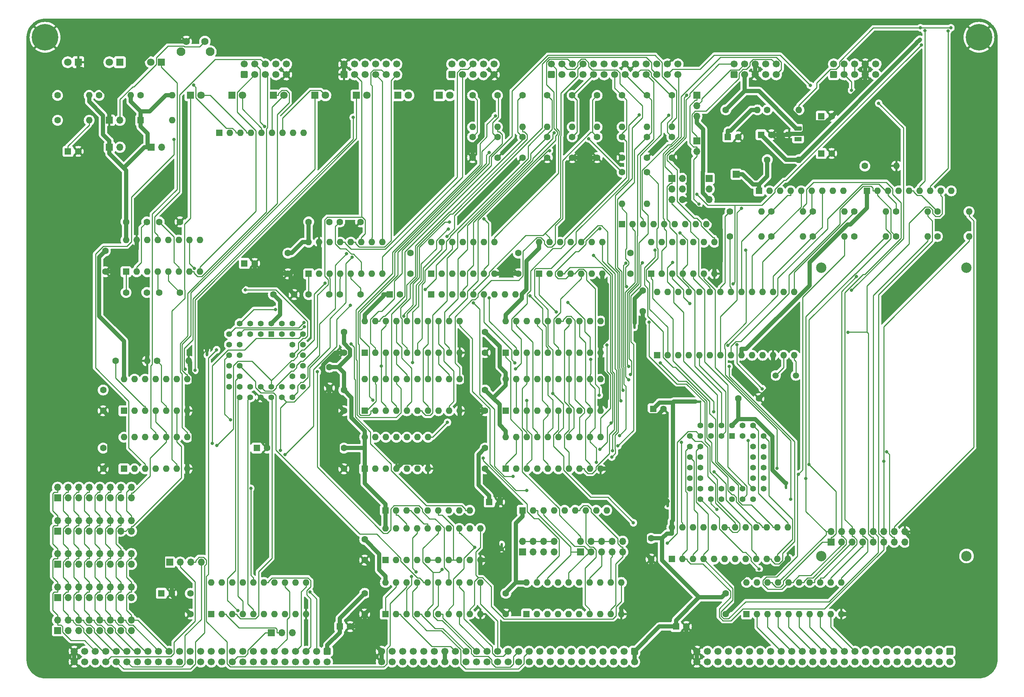
<source format=gbr>
%TF.GenerationSoftware,KiCad,Pcbnew,(6.0.11)*%
%TF.CreationDate,2023-11-10T06:26:23-05:00*%
%TF.ProjectId,input-output.Multi,696e7075-742d-46f7-9574-7075742e4d75,rev?*%
%TF.SameCoordinates,Original*%
%TF.FileFunction,Copper,L2,Bot*%
%TF.FilePolarity,Positive*%
%FSLAX46Y46*%
G04 Gerber Fmt 4.6, Leading zero omitted, Abs format (unit mm)*
G04 Created by KiCad (PCBNEW (6.0.11)) date 2023-11-10 06:26:23*
%MOMM*%
%LPD*%
G01*
G04 APERTURE LIST*
G04 Aperture macros list*
%AMRoundRect*
0 Rectangle with rounded corners*
0 $1 Rounding radius*
0 $2 $3 $4 $5 $6 $7 $8 $9 X,Y pos of 4 corners*
0 Add a 4 corners polygon primitive as box body*
4,1,4,$2,$3,$4,$5,$6,$7,$8,$9,$2,$3,0*
0 Add four circle primitives for the rounded corners*
1,1,$1+$1,$2,$3*
1,1,$1+$1,$4,$5*
1,1,$1+$1,$6,$7*
1,1,$1+$1,$8,$9*
0 Add four rect primitives between the rounded corners*
20,1,$1+$1,$2,$3,$4,$5,0*
20,1,$1+$1,$4,$5,$6,$7,0*
20,1,$1+$1,$6,$7,$8,$9,0*
20,1,$1+$1,$8,$9,$2,$3,0*%
G04 Aperture macros list end*
%TA.AperFunction,ComponentPad*%
%ADD10R,1.600000X1.600000*%
%TD*%
%TA.AperFunction,ComponentPad*%
%ADD11C,1.600000*%
%TD*%
%TA.AperFunction,ComponentPad*%
%ADD12O,1.600000X1.600000*%
%TD*%
%TA.AperFunction,ComponentPad*%
%ADD13R,1.800000X1.800000*%
%TD*%
%TA.AperFunction,ComponentPad*%
%ADD14C,1.800000*%
%TD*%
%TA.AperFunction,ComponentPad*%
%ADD15C,6.400000*%
%TD*%
%TA.AperFunction,ComponentPad*%
%ADD16R,1.700000X1.700000*%
%TD*%
%TA.AperFunction,ComponentPad*%
%ADD17O,1.700000X1.700000*%
%TD*%
%TA.AperFunction,ComponentPad*%
%ADD18RoundRect,0.250000X0.600000X-0.600000X0.600000X0.600000X-0.600000X0.600000X-0.600000X-0.600000X0*%
%TD*%
%TA.AperFunction,ComponentPad*%
%ADD19C,1.700000*%
%TD*%
%TA.AperFunction,ComponentPad*%
%ADD20R,1.422400X1.422400*%
%TD*%
%TA.AperFunction,ComponentPad*%
%ADD21C,1.422400*%
%TD*%
%TA.AperFunction,ComponentPad*%
%ADD22R,1.800000X1.100000*%
%TD*%
%TA.AperFunction,ComponentPad*%
%ADD23RoundRect,0.275000X0.625000X-0.275000X0.625000X0.275000X-0.625000X0.275000X-0.625000X-0.275000X0*%
%TD*%
%TA.AperFunction,ComponentPad*%
%ADD24C,2.100000*%
%TD*%
%TA.AperFunction,ComponentPad*%
%ADD25C,1.750000*%
%TD*%
%TA.AperFunction,ComponentPad*%
%ADD26RoundRect,0.250000X-0.600000X0.600000X-0.600000X-0.600000X0.600000X-0.600000X0.600000X0.600000X0*%
%TD*%
%TA.AperFunction,ComponentPad*%
%ADD27C,1.500000*%
%TD*%
%TA.AperFunction,ComponentPad*%
%ADD28C,0.600000*%
%TD*%
%TA.AperFunction,WasherPad*%
%ADD29C,2.500000*%
%TD*%
%TA.AperFunction,ViaPad*%
%ADD30C,0.800000*%
%TD*%
%TA.AperFunction,Conductor*%
%ADD31C,0.250000*%
%TD*%
%TA.AperFunction,Conductor*%
%ADD32C,1.000000*%
%TD*%
G04 APERTURE END LIST*
%TO.C,NT2*%
G36*
X150300000Y-198350000D02*
G01*
X149700000Y-198350000D01*
X149700000Y-197150000D01*
X150300000Y-197150000D01*
X150300000Y-198350000D01*
G37*
%TO.C,NT5*%
G36*
X218800000Y-183650000D02*
G01*
X218200000Y-183650000D01*
X218200000Y-182450000D01*
X218800000Y-182450000D01*
X218800000Y-183650000D01*
G37*
%TO.C,NT6*%
G36*
X182300000Y-145000000D02*
G01*
X181700000Y-145000000D01*
X181700000Y-143800000D01*
X182300000Y-143800000D01*
X182300000Y-145000000D01*
G37*
%TO.C,NT1*%
G36*
X197850000Y-163100000D02*
G01*
X196650000Y-163100000D01*
X196650000Y-162500000D01*
X197850000Y-162500000D01*
X197850000Y-163100000D01*
G37*
%TO.C,NT3*%
G36*
X79300000Y-151600000D02*
G01*
X78700000Y-151600000D01*
X78700000Y-150400000D01*
X79300000Y-150400000D01*
X79300000Y-151600000D01*
G37*
%TO.C,NT4*%
G36*
X190300000Y-188000000D02*
G01*
X189700000Y-188000000D01*
X189700000Y-186800000D01*
X190300000Y-186800000D01*
X190300000Y-188000000D01*
G37*
%TD*%
D10*
%TO.P,C1,1*%
%TO.N,/DUART/~{TTL_RIA}*%
X45500000Y-102500000D03*
D11*
%TO.P,C1,2*%
%TO.N,GND*%
X48000000Y-102500000D03*
%TD*%
D10*
%TO.P,C21,1*%
%TO.N,/USB-SD/VBUS*%
X204500000Y-99000000D03*
D11*
%TO.P,C21,2*%
%TO.N,GND*%
X207000000Y-99000000D03*
%TD*%
D10*
%TO.P,C22,1*%
%TO.N,/USB-SD/VDD3*%
X212500000Y-98500000D03*
D11*
%TO.P,C22,2*%
%TO.N,GND*%
X215000000Y-98500000D03*
%TD*%
%TO.P,C23,1*%
%TO.N,/USB-SD/VDD3*%
X154000000Y-127000000D03*
%TO.P,C23,2*%
%TO.N,GND*%
X154000000Y-132000000D03*
%TD*%
%TO.P,C24,1*%
%TO.N,/USB-SD/VDD2*%
X184000000Y-136000000D03*
%TO.P,C24,2*%
%TO.N,GND*%
X184000000Y-141000000D03*
%TD*%
%TO.P,C25,1*%
%TO.N,VCC*%
X54000000Y-160000000D03*
%TO.P,C25,2*%
%TO.N,GND*%
X54000000Y-165000000D03*
%TD*%
%TO.P,C26,1*%
%TO.N,VCC*%
X128000000Y-127000000D03*
%TO.P,C26,2*%
%TO.N,GND*%
X128000000Y-132000000D03*
%TD*%
%TO.P,C27,1*%
%TO.N,VCC*%
X186000000Y-195750000D03*
%TO.P,C27,2*%
%TO.N,GND*%
X186000000Y-200750000D03*
%TD*%
%TO.P,C28,1*%
%TO.N,VCC*%
X112000000Y-160000000D03*
%TO.P,C28,2*%
%TO.N,GND*%
X112000000Y-165000000D03*
%TD*%
%TO.P,C29,1*%
%TO.N,VCC*%
X112000000Y-146000000D03*
%TO.P,C29,2*%
%TO.N,GND*%
X112000000Y-151000000D03*
%TD*%
%TO.P,C30,1*%
%TO.N,VCC*%
X112000000Y-174000000D03*
%TO.P,C30,2*%
%TO.N,GND*%
X112000000Y-179000000D03*
%TD*%
%TO.P,C32,1*%
%TO.N,VCC*%
X204000000Y-209000000D03*
%TO.P,C32,2*%
%TO.N,GND*%
X204000000Y-214000000D03*
%TD*%
%TO.P,C33,1*%
%TO.N,VCC*%
X151000000Y-209000000D03*
%TO.P,C33,2*%
%TO.N,GND*%
X151000000Y-214000000D03*
%TD*%
D10*
%TO.P,C34,1*%
%TO.N,VCC*%
X186500000Y-164550000D03*
D11*
%TO.P,C34,2*%
%TO.N,GND*%
X189000000Y-164550000D03*
%TD*%
D10*
%TO.P,C35,1*%
%TO.N,VCC*%
X68000000Y-209000000D03*
D11*
%TO.P,C35,2*%
%TO.N,GND*%
X70500000Y-209000000D03*
%TD*%
D10*
%TO.P,C45,1*%
%TO.N,VCC*%
X123000000Y-137000000D03*
D11*
%TO.P,C45,2*%
%TO.N,GND*%
X125500000Y-137000000D03*
%TD*%
%TO.P,C46,1*%
%TO.N,VCC*%
X117000000Y-209000000D03*
%TO.P,C46,2*%
%TO.N,GND*%
X117000000Y-214000000D03*
%TD*%
%TO.P,C47,1*%
%TO.N,VCC*%
X181000000Y-127000000D03*
%TO.P,C47,2*%
%TO.N,GND*%
X181000000Y-132000000D03*
%TD*%
%TO.P,C48,1*%
%TO.N,VCC*%
X54000000Y-174000000D03*
%TO.P,C48,2*%
%TO.N,GND*%
X54000000Y-179000000D03*
%TD*%
%TO.P,C49,1*%
%TO.N,VCC*%
X108500000Y-154500000D03*
%TO.P,C49,2*%
%TO.N,GND*%
X108500000Y-159500000D03*
%TD*%
%TO.P,C53,1*%
%TO.N,VCC*%
X95000000Y-137000000D03*
%TO.P,C53,2*%
%TO.N,GND*%
X100000000Y-137000000D03*
%TD*%
D10*
%TO.P,C54,1*%
%TO.N,VCC*%
X111000000Y-217000000D03*
D11*
%TO.P,C54,2*%
%TO.N,GND*%
X113500000Y-217000000D03*
%TD*%
D10*
%TO.P,C55,1*%
%TO.N,VCC*%
X91000000Y-174000000D03*
D11*
%TO.P,C55,2*%
%TO.N,GND*%
X93500000Y-174000000D03*
%TD*%
%TO.P,C56,1*%
%TO.N,VCC*%
X117000000Y-196000000D03*
%TO.P,C56,2*%
%TO.N,GND*%
X117000000Y-201000000D03*
%TD*%
%TO.P,C57,1*%
%TO.N,VCC*%
X146000000Y-146000000D03*
%TO.P,C57,2*%
%TO.N,GND*%
X146000000Y-151000000D03*
%TD*%
D10*
%TO.P,C65,1*%
%TO.N,VCC*%
X147000000Y-187000000D03*
D11*
%TO.P,C65,2*%
%TO.N,GND*%
X149500000Y-187000000D03*
%TD*%
D10*
%TO.P,C66,1*%
%TO.N,VCC*%
X88000000Y-129500000D03*
D11*
%TO.P,C66,2*%
%TO.N,GND*%
X90500000Y-129500000D03*
%TD*%
D10*
%TO.P,C72,1*%
%TO.N,VCC*%
X227000000Y-94000000D03*
D11*
%TO.P,C72,2*%
%TO.N,GND*%
X229500000Y-94000000D03*
%TD*%
D10*
%TO.P,C73,1*%
%TO.N,VDD1*%
X227000000Y-103000000D03*
D11*
%TO.P,C73,2*%
%TO.N,GND*%
X229500000Y-103000000D03*
%TD*%
D10*
%TO.P,D1,1,K*%
%TO.N,VCC*%
X63000000Y-95000000D03*
D12*
%TO.P,D1,2,A*%
%TO.N,/DUART/~{TTL_RIA}*%
X70620000Y-95000000D03*
%TD*%
D13*
%TO.P,D10,1,K*%
%TO.N,Net-(D10-Pad1)*%
X135000000Y-89000000D03*
D14*
%TO.P,D10,2,A*%
%TO.N,VDD1*%
X137540000Y-89000000D03*
%TD*%
D15*
%TO.P,H2,1,1*%
%TO.N,GND*%
X265000000Y-75000000D03*
%TD*%
D16*
%TO.P,J3,1,Pin_1*%
%TO.N,VCC*%
X65500000Y-101500000D03*
D17*
%TO.P,J3,2,Pin_2*%
%TO.N,Net-(J3-Pad2)*%
X68040000Y-101500000D03*
%TD*%
D18*
%TO.P,J6,1,Pin_1*%
%TO.N,GND*%
X112000000Y-84000000D03*
D19*
%TO.P,J6,2,Pin_2*%
X112000000Y-81460000D03*
%TO.P,J6,3,Pin_3*%
%TO.N,/DUART/~{TTL_RTSB}*%
X114540000Y-84000000D03*
%TO.P,J6,4,Pin_4*%
%TO.N,/DUART/~{TTL_RTSA}*%
X114540000Y-81460000D03*
%TO.P,J6,5,Pin_5*%
%TO.N,Net-(J3-Pad2)*%
X117080000Y-84000000D03*
%TO.P,J6,6,Pin_6*%
%TO.N,Net-(J4-Pad2)*%
X117080000Y-81460000D03*
%TO.P,J6,7,Pin_7*%
%TO.N,/DUART/TTL_RXB*%
X119620000Y-84000000D03*
%TO.P,J6,8,Pin_8*%
%TO.N,/DUART/TTL_RXA*%
X119620000Y-81460000D03*
%TO.P,J6,9,Pin_9*%
%TO.N,/DUART/TTL_TXB*%
X122160000Y-84000000D03*
%TO.P,J6,10,Pin_10*%
%TO.N,/DUART/TTL_TXA*%
X122160000Y-81460000D03*
%TO.P,J6,11,Pin_11*%
%TO.N,/DUART/~{TTL_CTSB}*%
X124700000Y-84000000D03*
%TO.P,J6,12,Pin_12*%
%TO.N,/DUART/~{TTL_CTSA}*%
X124700000Y-81460000D03*
%TD*%
D16*
%TO.P,J11,1,Pin_1*%
%TO.N,/USB-SD/SDDI*%
X191000000Y-109000000D03*
D17*
%TO.P,J11,2,Pin_2*%
%TO.N,Net-(J10-Pad2)*%
X193540000Y-109000000D03*
%TO.P,J11,3,Pin_3*%
%TO.N,/USB-SD/SDCK*%
X191000000Y-111540000D03*
%TO.P,J11,4,Pin_4*%
%TO.N,/USB-SD/SDDO*%
X193540000Y-111540000D03*
%TO.P,J11,5,Pin_5*%
%TO.N,/USB-SD/SDCS*%
X191000000Y-114080000D03*
%TO.P,J11,6,Pin_6*%
%TO.N,GND*%
X193540000Y-114080000D03*
%TD*%
D16*
%TO.P,JP1,1,A*%
%TO.N,GND*%
X55500000Y-95000000D03*
D17*
%TO.P,JP1,2,B*%
%TO.N,Net-(JP1-Pad2)*%
X58040000Y-95000000D03*
%TD*%
D18*
%TO.P,P4,1,Pin_1*%
%TO.N,unconnected-(P4-Pad1)*%
X88000000Y-84000000D03*
D19*
%TO.P,P4,2,Pin_2*%
%TO.N,unconnected-(P4-Pad2)*%
X88000000Y-81460000D03*
%TO.P,P4,3,Pin_3*%
%TO.N,/DUART/RXA*%
X90540000Y-84000000D03*
%TO.P,P4,4,Pin_4*%
%TO.N,/DUART/~{RTSA}*%
X90540000Y-81460000D03*
%TO.P,P4,5,Pin_5*%
%TO.N,/DUART/TXA*%
X93080000Y-84000000D03*
%TO.P,P4,6,Pin_6*%
%TO.N,/DUART/~{CTSA}*%
X93080000Y-81460000D03*
%TO.P,P4,7,Pin_7*%
%TO.N,/DUART/~{DTRA}*%
X95620000Y-84000000D03*
%TO.P,P4,8,Pin_8*%
%TO.N,unconnected-(P4-Pad8)*%
X95620000Y-81460000D03*
%TO.P,P4,9,Pin_9*%
%TO.N,GND*%
X98160000Y-84000000D03*
%TO.P,P4,10,Pin_10*%
%TO.N,unconnected-(P4-Pad10)*%
X98160000Y-81460000D03*
%TD*%
D18*
%TO.P,P5,1,Pin_1*%
%TO.N,unconnected-(P5-Pad1)*%
X138000000Y-84000000D03*
D19*
%TO.P,P5,2,Pin_2*%
%TO.N,unconnected-(P5-Pad2)*%
X138000000Y-81460000D03*
%TO.P,P5,3,Pin_3*%
%TO.N,/DUART/RXB*%
X140540000Y-84000000D03*
%TO.P,P5,4,Pin_4*%
%TO.N,/DUART/~{RTSB}*%
X140540000Y-81460000D03*
%TO.P,P5,5,Pin_5*%
%TO.N,/DUART/TXB*%
X143080000Y-84000000D03*
%TO.P,P5,6,Pin_6*%
%TO.N,/DUART/~{CTSB}*%
X143080000Y-81460000D03*
%TO.P,P5,7,Pin_7*%
%TO.N,/DUART/~{DTRB}*%
X145620000Y-84000000D03*
%TO.P,P5,8,Pin_8*%
%TO.N,unconnected-(P5-Pad8)*%
X145620000Y-81460000D03*
%TO.P,P5,9,Pin_9*%
%TO.N,GND*%
X148160000Y-84000000D03*
%TO.P,P5,10,Pin_10*%
%TO.N,unconnected-(P5-Pad10)*%
X148160000Y-81460000D03*
%TD*%
D11*
%TO.P,R2,1*%
%TO.N,Net-(JP1-Pad2)*%
X43000000Y-95000000D03*
D12*
%TO.P,R2,2*%
%TO.N,/DUART/~{TTL_RIA}*%
X50620000Y-95000000D03*
%TD*%
D11*
%TO.P,R5,1*%
%TO.N,/DUART/~{DTRA}*%
X53000000Y-89000000D03*
D12*
%TO.P,R5,2*%
%TO.N,VCC*%
X60620000Y-89000000D03*
%TD*%
D11*
%TO.P,R8,1*%
%TO.N,/DUART/~{DTRB}*%
X63000000Y-89000000D03*
D12*
%TO.P,R8,2*%
%TO.N,VCC*%
X70620000Y-89000000D03*
%TD*%
D11*
%TO.P,R9,1*%
%TO.N,/DUART/INTB*%
X57000000Y-153000000D03*
D12*
%TO.P,R9,2*%
%TO.N,GND*%
X64620000Y-153000000D03*
%TD*%
D11*
%TO.P,R12,1*%
%TO.N,/DUART/INTA*%
X67000000Y-153000000D03*
D12*
%TO.P,R12,2*%
%TO.N,GND*%
X74620000Y-153000000D03*
%TD*%
D11*
%TO.P,R26,1*%
%TO.N,/parallel/PD7*%
X191000000Y-89000000D03*
D12*
%TO.P,R26,2*%
%TO.N,Net-(R26-Pad2)*%
X191000000Y-96620000D03*
%TD*%
D11*
%TO.P,R31,1*%
%TO.N,VCC*%
X204000000Y-92500000D03*
D12*
%TO.P,R31,2*%
%TO.N,/USB-SD/VBUS*%
X211620000Y-92500000D03*
%TD*%
D11*
%TO.P,R32,1*%
%TO.N,VDD1*%
X214000000Y-92500000D03*
D12*
%TO.P,R32,2*%
%TO.N,Net-(J8-Pad1)*%
X221620000Y-92500000D03*
%TD*%
D11*
%TO.P,R33,1*%
%TO.N,VDD1*%
X214000000Y-104500000D03*
D12*
%TO.P,R33,2*%
%TO.N,/USB-SD/VDD3*%
X221620000Y-104500000D03*
%TD*%
D11*
%TO.P,R35,1*%
%TO.N,Net-(D10-Pad1)*%
X179000000Y-107500000D03*
D12*
%TO.P,R35,2*%
%TO.N,Net-(R35-Pad2)*%
X179000000Y-115120000D03*
%TD*%
D11*
%TO.P,R36,1*%
%TO.N,/USB-SD/RST*%
X237500000Y-106000000D03*
D12*
%TO.P,R36,2*%
%TO.N,GND*%
X245120000Y-106000000D03*
%TD*%
D10*
%TO.P,RN1,1,common*%
%TO.N,VDD1*%
X212000000Y-112000000D03*
D12*
%TO.P,RN1,2,R1*%
%TO.N,Net-(R16-Pad1)*%
X214540000Y-112000000D03*
%TO.P,RN1,3,R2*%
%TO.N,Net-(R6-Pad1)*%
X217080000Y-112000000D03*
%TO.P,RN1,4,R3*%
%TO.N,Net-(R15-Pad1)*%
X219620000Y-112000000D03*
%TO.P,RN1,5,R4*%
%TO.N,Net-(R4-Pad1)*%
X222160000Y-112000000D03*
%TO.P,RN1,6,R5*%
%TO.N,Net-(R14-Pad1)*%
X224700000Y-112000000D03*
%TO.P,RN1,7,R6*%
%TO.N,Net-(R3-Pad1)*%
X227240000Y-112000000D03*
%TO.P,RN1,8,R7*%
%TO.N,Net-(R13-Pad1)*%
X229780000Y-112000000D03*
%TO.P,RN1,9,R8*%
%TO.N,Net-(R1-Pad1)*%
X232320000Y-112000000D03*
%TD*%
D10*
%TO.P,RN4,1,common*%
%TO.N,VDD1*%
X238000000Y-112000000D03*
D12*
%TO.P,RN4,2,R1*%
%TO.N,Net-(R7-Pad1)*%
X240540000Y-112000000D03*
%TO.P,RN4,3,R2*%
%TO.N,Net-(R21-Pad1)*%
X243080000Y-112000000D03*
%TO.P,RN4,4,R3*%
%TO.N,Net-(R10-Pad1)*%
X245620000Y-112000000D03*
%TO.P,RN4,5,R4*%
%TO.N,Net-(R22-Pad1)*%
X248160000Y-112000000D03*
%TO.P,RN4,6,R5*%
%TO.N,/USB-SD/SDCS*%
X250700000Y-112000000D03*
%TO.P,RN4,7,R6*%
%TO.N,/USB-SD/SDDO*%
X253240000Y-112000000D03*
%TO.P,RN4,8,R7*%
%TO.N,/USB-SD/~{INT-USB}*%
X255780000Y-112000000D03*
%TO.P,RN4,9,R8*%
%TO.N,unconnected-(RN4-Pad9)*%
X258320000Y-112000000D03*
%TD*%
D10*
%TO.P,RN8,1,common*%
%TO.N,VCC*%
X179000000Y-120000000D03*
D12*
%TO.P,RN8,2,R1*%
%TO.N,/kbdmse/MSECLK*%
X181540000Y-120000000D03*
%TO.P,RN8,3,R2*%
%TO.N,/kbdmse/KBDCLK*%
X184080000Y-120000000D03*
%TO.P,RN8,4,R3*%
%TO.N,/kbdmse/MSEDAT*%
X186620000Y-120000000D03*
%TO.P,RN8,5,R4*%
%TO.N,/kbdmse/KBDDAT*%
X189160000Y-120000000D03*
%TO.P,RN8,6,R5*%
%TO.N,/kbdmse/PROG*%
X191700000Y-120000000D03*
%TO.P,RN8,7,R6*%
%TO.N,unconnected-(RN8-Pad7)*%
X194240000Y-120000000D03*
%TO.P,RN8,8,R7*%
%TO.N,unconnected-(RN8-Pad8)*%
X196780000Y-120000000D03*
%TO.P,RN8,9,R8*%
%TO.N,unconnected-(RN8-Pad9)*%
X199320000Y-120000000D03*
%TD*%
D16*
%TO.P,SW2,1,Pin_1*%
%TO.N,Net-(RN5-Pad2)*%
X155000000Y-199000000D03*
D17*
%TO.P,SW2,2,Pin_2*%
%TO.N,ZERO*%
X155000000Y-196460000D03*
%TO.P,SW2,3,Pin_3*%
%TO.N,Net-(RN5-Pad3)*%
X157540000Y-199000000D03*
%TO.P,SW2,4,Pin_4*%
%TO.N,ZERO*%
X157540000Y-196460000D03*
%TO.P,SW2,5,Pin_5*%
%TO.N,Net-(RN5-Pad4)*%
X160080000Y-199000000D03*
%TO.P,SW2,6,Pin_6*%
%TO.N,ZERO*%
X160080000Y-196460000D03*
%TO.P,SW2,7,Pin_7*%
%TO.N,Net-(RN5-Pad5)*%
X162620000Y-199000000D03*
%TO.P,SW2,8,Pin_8*%
%TO.N,ZERO*%
X162620000Y-196460000D03*
%TD*%
D10*
%TO.P,U2,1,G*%
%TO.N,~{bIORQ}*%
X122000000Y-201000000D03*
D12*
%TO.P,U2,2,P0*%
%TO.N,~{bM1}*%
X124540000Y-201000000D03*
%TO.P,U2,3,R0*%
%TO.N,Net-(RN5-Pad6)*%
X127080000Y-201000000D03*
%TO.P,U2,4,P1*%
X129620000Y-201000000D03*
%TO.P,U2,5,R1*%
X132160000Y-201000000D03*
%TO.P,U2,6,P2*%
X134700000Y-201000000D03*
%TO.P,U2,7,R2*%
X137240000Y-201000000D03*
%TO.P,U2,8,P3*%
X139780000Y-201000000D03*
%TO.P,U2,9,R3*%
X142320000Y-201000000D03*
%TO.P,U2,10,GND*%
%TO.N,GND*%
X144860000Y-201000000D03*
%TO.P,U2,11,P4*%
%TO.N,bA4*%
X144860000Y-193380000D03*
%TO.P,U2,12,R4*%
%TO.N,Net-(RN5-Pad5)*%
X142320000Y-193380000D03*
%TO.P,U2,13,P5*%
%TO.N,bA5*%
X139780000Y-193380000D03*
%TO.P,U2,14,R5*%
%TO.N,Net-(RN5-Pad4)*%
X137240000Y-193380000D03*
%TO.P,U2,15,P6*%
%TO.N,bA6*%
X134700000Y-193380000D03*
%TO.P,U2,16,R6*%
%TO.N,Net-(RN5-Pad3)*%
X132160000Y-193380000D03*
%TO.P,U2,17,P7*%
%TO.N,bA7*%
X129620000Y-193380000D03*
%TO.P,U2,18,R7*%
%TO.N,Net-(RN5-Pad2)*%
X127080000Y-193380000D03*
%TO.P,U2,19,P=R*%
%TO.N,~{CS_DUART}*%
X124540000Y-193380000D03*
%TO.P,U2,20,VCC*%
%TO.N,VCC*%
X122000000Y-193380000D03*
%TD*%
D10*
%TO.P,U3,1,OEa*%
%TO.N,ZERO*%
X122000000Y-214000000D03*
D12*
%TO.P,U3,2,I0a*%
%TO.N,A0*%
X124540000Y-214000000D03*
%TO.P,U3,3,O3b*%
%TO.N,bA7*%
X127080000Y-214000000D03*
%TO.P,U3,4,I1a*%
%TO.N,A1*%
X129620000Y-214000000D03*
%TO.P,U3,5,O2b*%
%TO.N,bA6*%
X132160000Y-214000000D03*
%TO.P,U3,6,I2a*%
%TO.N,A2*%
X134700000Y-214000000D03*
%TO.P,U3,7,O1b*%
%TO.N,bA5*%
X137240000Y-214000000D03*
%TO.P,U3,8,I3a*%
%TO.N,A3*%
X139780000Y-214000000D03*
%TO.P,U3,9,O0b*%
%TO.N,bA4*%
X142320000Y-214000000D03*
%TO.P,U3,10,GND*%
%TO.N,GND*%
X144860000Y-214000000D03*
%TO.P,U3,11,I0b*%
%TO.N,A4*%
X144860000Y-206380000D03*
%TO.P,U3,12,O3a*%
%TO.N,bA3*%
X142320000Y-206380000D03*
%TO.P,U3,13,I1b*%
%TO.N,A5*%
X139780000Y-206380000D03*
%TO.P,U3,14,O2a*%
%TO.N,bA2*%
X137240000Y-206380000D03*
%TO.P,U3,15,I2b*%
%TO.N,A6*%
X134700000Y-206380000D03*
%TO.P,U3,16,O1a*%
%TO.N,bA1*%
X132160000Y-206380000D03*
%TO.P,U3,17,I3b*%
%TO.N,A7*%
X129620000Y-206380000D03*
%TO.P,U3,18,O0a*%
%TO.N,bA0*%
X127080000Y-206380000D03*
%TO.P,U3,19,OEb*%
%TO.N,ZERO*%
X124540000Y-206380000D03*
%TO.P,U3,20,VCC*%
%TO.N,VCC*%
X122000000Y-206380000D03*
%TD*%
D20*
%TO.P,U4,1,~{TXRDYA}*%
%TO.N,unconnected-(U4-Pad1)*%
X94500000Y-146500000D03*
D21*
%TO.P,U4,2,D0*%
%TO.N,bD0*%
X91960000Y-143960000D03*
%TO.P,U4,3,D1*%
%TO.N,bD1*%
X91960000Y-146500000D03*
%TO.P,U4,4,D2*%
%TO.N,bD2*%
X89420000Y-143960000D03*
%TO.P,U4,5,D3*%
%TO.N,bD3*%
X89420000Y-146500000D03*
%TO.P,U4,6,D4*%
%TO.N,bD4*%
X86880000Y-143960000D03*
%TO.P,U4,7,D5*%
%TO.N,bD5*%
X84340000Y-146500000D03*
%TO.P,U4,8,D6*%
%TO.N,bD6*%
X86880000Y-146500000D03*
%TO.P,U4,9,D7*%
%TO.N,bD7*%
X84340000Y-149040000D03*
%TO.P,U4,10,A0*%
%TO.N,bA0*%
X86880000Y-149040000D03*
%TO.P,U4,11,XTAL1*%
%TO.N,CLK_DUART*%
X84340000Y-151580000D03*
%TO.P,U4,12,GND*%
%TO.N,/DUART/GND_UART*%
X86880000Y-151580000D03*
%TO.P,U4,13,XTAL2*%
%TO.N,unconnected-(U4-Pad13)*%
X84340000Y-154120000D03*
%TO.P,U4,14,A1*%
%TO.N,bA1*%
X86880000Y-154120000D03*
%TO.P,U4,15,A2*%
%TO.N,bA2*%
X84340000Y-156660000D03*
%TO.P,U4,16,CHSEL*%
%TO.N,bA3*%
X86880000Y-156660000D03*
%TO.P,U4,17,INTB*%
%TO.N,/DUART/INTB*%
X84340000Y-159200000D03*
%TO.P,U4,18,~{CS}*%
%TO.N,~{CS_DUART}*%
X86880000Y-161740000D03*
%TO.P,U4,19,~{MFB}*%
%TO.N,unconnected-(U4-Pad19)*%
X86880000Y-159200000D03*
%TO.P,U4,20,~{IOW}*%
%TO.N,~{bWR}*%
X89420000Y-161740000D03*
%TO.P,U4,21,RESET*%
%TO.N,bRESET*%
X89420000Y-159200000D03*
%TO.P,U4,22,GND*%
%TO.N,GND*%
X91960000Y-161740000D03*
%TO.P,U4,23,~{RTSB}*%
%TO.N,/DUART/~{TTL_RTSB}*%
X91960000Y-159200000D03*
%TO.P,U4,24,~{IOR}*%
%TO.N,~{bRD}*%
X94500000Y-161740000D03*
%TO.P,U4,25,RXB*%
%TO.N,/DUART/TTL_RXB*%
X94500000Y-159200000D03*
%TO.P,U4,26,TXB*%
%TO.N,/DUART/TTL_TXB*%
X97040000Y-161740000D03*
%TO.P,U4,27,~{DTRB}*%
%TO.N,unconnected-(U4-Pad27)*%
X97040000Y-159200000D03*
%TO.P,U4,28,~{CTSB}*%
%TO.N,/DUART/~{TTL_CTSB}*%
X99580000Y-161740000D03*
%TO.P,U4,29,~{DSRB}*%
%TO.N,unconnected-(U4-Pad29)*%
X102120000Y-159200000D03*
%TO.P,U4,30,~{CDB}*%
%TO.N,unconnected-(U4-Pad30)*%
X99580000Y-159200000D03*
%TO.P,U4,31,~{RIB}*%
%TO.N,unconnected-(U4-Pad31)*%
X102120000Y-156660000D03*
%TO.P,U4,32,~{TXRDYB}*%
%TO.N,unconnected-(U4-Pad32)*%
X99580000Y-156660000D03*
%TO.P,U4,33,VCC*%
%TO.N,VCC*%
X102120000Y-154120000D03*
%TO.P,U4,34,INTA*%
%TO.N,/DUART/INTA*%
X99580000Y-154120000D03*
%TO.P,U4,35,~{MFA}*%
%TO.N,unconnected-(U4-Pad35)*%
X102120000Y-151580000D03*
%TO.P,U4,36,~{RTSA}*%
%TO.N,/DUART/~{TTL_RTSA}*%
X99580000Y-151580000D03*
%TO.P,U4,37,~{DTRA}*%
%TO.N,unconnected-(U4-Pad37)*%
X102120000Y-149040000D03*
%TO.P,U4,38,TXA*%
%TO.N,/DUART/TTL_TXA*%
X99580000Y-149040000D03*
%TO.P,U4,39,RXA*%
%TO.N,/DUART/TTL_RXA*%
X102120000Y-146500000D03*
%TO.P,U4,40,~{CTSA}*%
%TO.N,/DUART/~{TTL_CTSA}*%
X99580000Y-143960000D03*
%TO.P,U4,41,~{DSRA}*%
%TO.N,unconnected-(U4-Pad41)*%
X99580000Y-146500000D03*
%TO.P,U4,42,~{CDA}*%
%TO.N,unconnected-(U4-Pad42)*%
X97040000Y-143960000D03*
%TO.P,U4,43,~{RIA}*%
%TO.N,/DUART/~{TTL_RIA}*%
X97040000Y-146500000D03*
%TO.P,U4,44,VCC*%
%TO.N,VCC*%
X94500000Y-143960000D03*
%TD*%
D10*
%TO.P,U5,1,A->B*%
%TO.N,~{RD}*%
X209000000Y-214000000D03*
D12*
%TO.P,U5,2,A0*%
%TO.N,D0*%
X211540000Y-214000000D03*
%TO.P,U5,3,A1*%
%TO.N,D1*%
X214080000Y-214000000D03*
%TO.P,U5,4,A2*%
%TO.N,D2*%
X216620000Y-214000000D03*
%TO.P,U5,5,A3*%
%TO.N,D3*%
X219160000Y-214000000D03*
%TO.P,U5,6,A4*%
%TO.N,D4*%
X221700000Y-214000000D03*
%TO.P,U5,7,A5*%
%TO.N,D5*%
X224240000Y-214000000D03*
%TO.P,U5,8,A6*%
%TO.N,D6*%
X226780000Y-214000000D03*
%TO.P,U5,9,A7*%
%TO.N,D7*%
X229320000Y-214000000D03*
%TO.P,U5,10,GND*%
%TO.N,GND*%
X231860000Y-214000000D03*
%TO.P,U5,11,B7*%
%TO.N,bD7*%
X231860000Y-206380000D03*
%TO.P,U5,12,B6*%
%TO.N,bD6*%
X229320000Y-206380000D03*
%TO.P,U5,13,B5*%
%TO.N,bD5*%
X226780000Y-206380000D03*
%TO.P,U5,14,B4*%
%TO.N,bD4*%
X224240000Y-206380000D03*
%TO.P,U5,15,B3*%
%TO.N,bD3*%
X221700000Y-206380000D03*
%TO.P,U5,16,B2*%
%TO.N,bD2*%
X219160000Y-206380000D03*
%TO.P,U5,17,B1*%
%TO.N,bD1*%
X216620000Y-206380000D03*
%TO.P,U5,18,B0*%
%TO.N,bD0*%
X214080000Y-206380000D03*
%TO.P,U5,19,CE*%
%TO.N,~{BUS_EN}*%
X211540000Y-206380000D03*
%TO.P,U5,20,VCC*%
%TO.N,VCC*%
X209000000Y-206380000D03*
%TD*%
D10*
%TO.P,U6,1,Pin_1*%
%TO.N,VCC*%
X117000000Y-179000000D03*
D12*
%TO.P,U6,2,Pin_2*%
%TO.N,unconnected-(U6-Pad2)*%
X119540000Y-179000000D03*
%TO.P,U6,3,Pin_3*%
%TO.N,unconnected-(U6-Pad3)*%
X122080000Y-179000000D03*
%TO.P,U6,4,Pin_4*%
%TO.N,GND*%
X124620000Y-179000000D03*
%TO.P,U6,5,Pin_5*%
%TO.N,unconnected-(U6-Pad5)*%
X127160000Y-179000000D03*
%TO.P,U6,6,Pin_6*%
%TO.N,unconnected-(U6-Pad6)*%
X129700000Y-179000000D03*
%TO.P,U6,7,Pin_7*%
%TO.N,GND*%
X132240000Y-179000000D03*
%TO.P,U6,8,Pin_8*%
%TO.N,CLK_DUART*%
X132240000Y-171380000D03*
%TO.P,U6,9,Pin_9*%
%TO.N,unconnected-(U6-Pad9)*%
X129700000Y-171380000D03*
%TO.P,U6,10,Pin_10*%
%TO.N,unconnected-(U6-Pad10)*%
X127160000Y-171380000D03*
%TO.P,U6,11,Pin_11*%
%TO.N,CLK_DUART*%
X124620000Y-171380000D03*
%TO.P,U6,12,Pin_12*%
%TO.N,unconnected-(U6-Pad12)*%
X122080000Y-171380000D03*
%TO.P,U6,13,Pin_13*%
%TO.N,unconnected-(U6-Pad13)*%
X119540000Y-171380000D03*
%TO.P,U6,14,Pin_14*%
%TO.N,VCC*%
X117000000Y-171380000D03*
%TD*%
D10*
%TO.P,U7,1,OEa*%
%TO.N,ZERO*%
X80000000Y-214000000D03*
D12*
%TO.P,U7,2,I0a*%
%TO.N,Net-(J20-Pad2)*%
X82540000Y-214000000D03*
%TO.P,U7,3,O3b*%
%TO.N,~{bRD}*%
X85080000Y-214000000D03*
%TO.P,U7,4,I1a*%
%TO.N,~{CS_DUART}*%
X87620000Y-214000000D03*
%TO.P,U7,5,O2b*%
%TO.N,~{bWR}*%
X90160000Y-214000000D03*
%TO.P,U7,6,I2a*%
%TO.N,unconnected-(U7-Pad6)*%
X92700000Y-214000000D03*
%TO.P,U7,7,O1b*%
%TO.N,~{bM1}*%
X95240000Y-214000000D03*
%TO.P,U7,8,I3a*%
%TO.N,unconnected-(U7-Pad8)*%
X97780000Y-214000000D03*
%TO.P,U7,9,O0b*%
%TO.N,~{bIORQ}*%
X100320000Y-214000000D03*
%TO.P,U7,10,GND*%
%TO.N,GND*%
X102860000Y-214000000D03*
%TO.P,U7,11,I0b*%
%TO.N,~{IORQ}*%
X102860000Y-206380000D03*
%TO.P,U7,12,O3a*%
%TO.N,unconnected-(U7-Pad12)*%
X100320000Y-206380000D03*
%TO.P,U7,13,I1b*%
%TO.N,~{M1}*%
X97780000Y-206380000D03*
%TO.P,U7,14,O2a*%
%TO.N,unconnected-(U7-Pad14)*%
X95240000Y-206380000D03*
%TO.P,U7,15,I2b*%
%TO.N,~{WR}*%
X92700000Y-206380000D03*
%TO.P,U7,16,O1a*%
%TO.N,Net-(D2-Pad1)*%
X90160000Y-206380000D03*
%TO.P,U7,17,I3b*%
%TO.N,~{RD}*%
X87620000Y-206380000D03*
%TO.P,U7,18,O0a*%
%TO.N,~{bRESET}*%
X85080000Y-206380000D03*
%TO.P,U7,19,OEb*%
%TO.N,ZERO*%
X82540000Y-206380000D03*
%TO.P,U7,20,VCC*%
%TO.N,VCC*%
X80000000Y-206380000D03*
%TD*%
D10*
%TO.P,U10,1*%
%TO.N,/DUART/TTL_TXA*%
X59000000Y-179000000D03*
D12*
%TO.P,U10,2*%
%TO.N,/DUART/TTL_TXB*%
X61540000Y-179000000D03*
%TO.P,U10,3*%
%TO.N,Net-(D4-Pad1)*%
X64080000Y-179000000D03*
%TO.P,U10,4*%
%TO.N,/DUART/TTL_RXA*%
X66620000Y-179000000D03*
%TO.P,U10,5*%
%TO.N,/DUART/TTL_RXB*%
X69160000Y-179000000D03*
%TO.P,U10,6*%
%TO.N,Net-(D5-Pad1)*%
X71700000Y-179000000D03*
%TO.P,U10,7,GND*%
%TO.N,GND*%
X74240000Y-179000000D03*
%TO.P,U10,8*%
%TO.N,Net-(D3-Pad1)*%
X74240000Y-171380000D03*
%TO.P,U10,9*%
%TO.N,/DUART/~{INTA}*%
X71700000Y-171380000D03*
%TO.P,U10,10*%
%TO.N,/DUART/~{INTB}*%
X69160000Y-171380000D03*
%TO.P,U10,11*%
%TO.N,Net-(D9-Pad1)*%
X66620000Y-171380000D03*
%TO.P,U10,12*%
%TO.N,~{CS_PAR}*%
X64080000Y-171380000D03*
%TO.P,U10,13*%
X61540000Y-171380000D03*
%TO.P,U10,14,VCC*%
%TO.N,VCC*%
X59000000Y-171380000D03*
%TD*%
D10*
%TO.P,U16,1*%
%TO.N,/USB-SD/~{INT-USB}*%
X159000000Y-132000000D03*
D12*
%TO.P,U16,2*%
%TO.N,Net-(U16-Pad2)*%
X161540000Y-132000000D03*
%TO.P,U16,3*%
%TO.N,~{bRESET}*%
X164080000Y-132000000D03*
%TO.P,U16,4*%
%TO.N,bRESET*%
X166620000Y-132000000D03*
%TO.P,U16,5*%
%TO.N,Net-(U16-Pad5)*%
X169160000Y-132000000D03*
%TO.P,U16,6*%
%TO.N,Net-(U16-Pad6)*%
X171700000Y-132000000D03*
%TO.P,U16,7,GND*%
%TO.N,GND*%
X174240000Y-132000000D03*
%TO.P,U16,8*%
%TO.N,Net-(U16-Pad8)*%
X174240000Y-124380000D03*
%TO.P,U16,9*%
%TO.N,/parallel/~{STROBE}*%
X171700000Y-124380000D03*
%TO.P,U16,10*%
%TO.N,Net-(U16-Pad10)*%
X169160000Y-124380000D03*
%TO.P,U16,11*%
%TO.N,/parallel/~{LINEFEED}*%
X166620000Y-124380000D03*
%TO.P,U16,12*%
%TO.N,Net-(U16-Pad12)*%
X164080000Y-124380000D03*
%TO.P,U16,13*%
%TO.N,/parallel/~{SEL}*%
X161540000Y-124380000D03*
%TO.P,U16,14,VCC*%
%TO.N,VCC*%
X159000000Y-124380000D03*
%TD*%
D10*
%TO.P,U19,1*%
%TO.N,/parallel/~{BUSY}*%
X133000000Y-132000000D03*
D12*
%TO.P,U19,2*%
%TO.N,/parallel/BUSY*%
X135540000Y-132000000D03*
%TO.P,U19,3*%
%TO.N,Net-(U19-Pad3)*%
X138080000Y-132000000D03*
%TO.P,U19,4*%
%TO.N,/parallel/~{SEL}*%
X140620000Y-132000000D03*
%TO.P,U19,5*%
%TO.N,Net-(U19-Pad5)*%
X143160000Y-132000000D03*
%TO.P,U19,6*%
%TO.N,Net-(R28-Pad2)*%
X145700000Y-132000000D03*
%TO.P,U19,7,GND*%
%TO.N,GND*%
X148240000Y-132000000D03*
%TO.P,U19,8*%
%TO.N,/parallel/~{LINEFEED}*%
X148240000Y-124380000D03*
%TO.P,U19,9*%
%TO.N,Net-(U19-Pad9)*%
X145700000Y-124380000D03*
%TO.P,U19,10*%
%TO.N,/parallel/P-RESET*%
X143160000Y-124380000D03*
%TO.P,U19,11*%
%TO.N,Net-(U16-Pad6)*%
X140620000Y-124380000D03*
%TO.P,U19,12*%
%TO.N,/parallel/~{INT_PAR}*%
X138080000Y-124380000D03*
%TO.P,U19,13*%
%TO.N,INT_PAR*%
X135540000Y-124380000D03*
%TO.P,U19,14,VCC*%
%TO.N,VCC*%
X133000000Y-124380000D03*
%TD*%
D10*
%TO.P,U21,1,OEa*%
%TO.N,~{PARIN1}*%
X151000000Y-165000000D03*
D12*
%TO.P,U21,2,I0a*%
X153540000Y-165000000D03*
%TO.P,U21,3,O3b*%
%TO.N,bD7*%
X156080000Y-165000000D03*
%TO.P,U21,4,I1a*%
%TO.N,~{PARIN1}*%
X158620000Y-165000000D03*
%TO.P,U21,5,O2b*%
%TO.N,bD6*%
X161160000Y-165000000D03*
%TO.P,U21,6,I2a*%
%TO.N,~{PARIN1}*%
X163700000Y-165000000D03*
%TO.P,U21,7,O1b*%
%TO.N,bD5*%
X166240000Y-165000000D03*
%TO.P,U21,8,I3a*%
%TO.N,/parallel/ERROR*%
X168780000Y-165000000D03*
%TO.P,U21,9,O0b*%
%TO.N,bD4*%
X171320000Y-165000000D03*
%TO.P,U21,10,GND*%
%TO.N,GND*%
X173860000Y-165000000D03*
%TO.P,U21,11,I0b*%
%TO.N,/parallel/SELECT*%
X173860000Y-157380000D03*
%TO.P,U21,12,O3a*%
%TO.N,bD3*%
X171320000Y-157380000D03*
%TO.P,U21,13,I1b*%
%TO.N,/parallel/PAPEROUT*%
X168780000Y-157380000D03*
%TO.P,U21,14,O2a*%
%TO.N,bD2*%
X166240000Y-157380000D03*
%TO.P,U21,15,I2b*%
%TO.N,ACK*%
X163700000Y-157380000D03*
%TO.P,U21,16,O1a*%
%TO.N,bD1*%
X161160000Y-157380000D03*
%TO.P,U21,17,I3b*%
%TO.N,/parallel/BUSY*%
X158620000Y-157380000D03*
%TO.P,U21,18,O0a*%
%TO.N,bD0*%
X156080000Y-157380000D03*
%TO.P,U21,19,OEb*%
%TO.N,~{PARIN1}*%
X153540000Y-157380000D03*
%TO.P,U21,20,VCC*%
%TO.N,VCC*%
X151000000Y-157380000D03*
%TD*%
D10*
%TO.P,U25,1*%
%TO.N,Net-(U25-Pad1)*%
X186000000Y-132000000D03*
D12*
%TO.P,U25,2*%
%TO.N,/kbdmse/KBDDAT*%
X188540000Y-132000000D03*
%TO.P,U25,3*%
%TO.N,Net-(U25-Pad3)*%
X191080000Y-132000000D03*
%TO.P,U25,4*%
%TO.N,/kbdmse/KBDCLK*%
X193620000Y-132000000D03*
%TO.P,U25,5*%
%TO.N,Net-(U25-Pad5)*%
X196160000Y-132000000D03*
%TO.P,U25,6*%
%TO.N,/kbdmse/MSEDAT*%
X198700000Y-132000000D03*
%TO.P,U25,7,GND*%
%TO.N,GND*%
X201240000Y-132000000D03*
%TO.P,U25,8*%
%TO.N,/kbdmse/MSECLK*%
X201240000Y-124380000D03*
%TO.P,U25,9*%
%TO.N,Net-(U25-Pad9)*%
X198700000Y-124380000D03*
%TO.P,U25,10*%
%TO.N,Net-(J12-Pad1)*%
X196160000Y-124380000D03*
%TO.P,U25,11*%
%TO.N,Net-(U16-Pad2)*%
X193620000Y-124380000D03*
%TO.P,U25,12*%
%TO.N,/kbdmse/~{INT_KM}*%
X191080000Y-124380000D03*
%TO.P,U25,13*%
%TO.N,INT_KM*%
X188540000Y-124380000D03*
%TO.P,U25,14,VCC*%
%TO.N,VCC*%
X186000000Y-124380000D03*
%TD*%
D20*
%TO.P,U26,1,NC*%
%TO.N,unconnected-(U26-Pad1)*%
X205500000Y-171050000D03*
D21*
%TO.P,U26,2,T0*%
%TO.N,/kbdmse/KBDCLK*%
X202960000Y-168510000D03*
%TO.P,U26,3,X1*%
%TO.N,ZERO*%
X202960000Y-171050000D03*
%TO.P,U26,4,X2*%
%TO.N,CLK_DUART*%
X200420000Y-168510000D03*
%TO.P,U26,5,RESET*%
%TO.N,~{bRESET}*%
X200420000Y-171050000D03*
%TO.P,U26,6,SS*%
%TO.N,ONE*%
X197880000Y-168510000D03*
%TO.P,U26,7,CS*%
%TO.N,~{CS_KM}*%
X195340000Y-171050000D03*
%TO.P,U26,8,EA*%
%TO.N,ZERO*%
X197880000Y-171050000D03*
%TO.P,U26,9,RD*%
%TO.N,~{bRD}*%
X195340000Y-173590000D03*
%TO.P,U26,10,A0*%
%TO.N,bA0*%
X197880000Y-173590000D03*
%TO.P,U26,11,WR*%
%TO.N,~{bWR}*%
X195340000Y-176130000D03*
%TO.P,U26,12,SYNC*%
%TO.N,unconnected-(U26-Pad12)*%
X197880000Y-176130000D03*
%TO.P,U26,13,NC*%
%TO.N,unconnected-(U26-Pad13)*%
X195340000Y-178670000D03*
%TO.P,U26,14,D0*%
%TO.N,bD0*%
X197880000Y-178670000D03*
%TO.P,U26,15,D1*%
%TO.N,bD1*%
X195340000Y-181210000D03*
%TO.P,U26,16,D2*%
%TO.N,bD2*%
X197880000Y-181210000D03*
%TO.P,U26,17,D3*%
%TO.N,bD3*%
X195340000Y-183750000D03*
%TO.P,U26,18,D4*%
%TO.N,bD4*%
X197880000Y-186290000D03*
%TO.P,U26,19,D5*%
%TO.N,bD5*%
X197880000Y-183750000D03*
%TO.P,U26,20,D6*%
%TO.N,bD6*%
X200420000Y-186290000D03*
%TO.P,U26,21,D7*%
%TO.N,bD7*%
X200420000Y-183750000D03*
%TO.P,U26,22,VSS*%
%TO.N,VSS*%
X202960000Y-186290000D03*
%TO.P,U26,23,NC*%
%TO.N,unconnected-(U26-Pad23)*%
X202960000Y-183750000D03*
%TO.P,U26,24,P20*%
%TO.N,/kbdmse/P20*%
X205500000Y-186290000D03*
%TO.P,U26,25,P21*%
%TO.N,/kbdmse/P21*%
X205500000Y-183750000D03*
%TO.P,U26,26,P22*%
%TO.N,Net-(U25-Pad5)*%
X208040000Y-186290000D03*
%TO.P,U26,27,P23*%
%TO.N,Net-(U25-Pad9)*%
X208040000Y-183750000D03*
%TO.P,U26,28,PROG*%
%TO.N,/kbdmse/PROG*%
X210580000Y-186290000D03*
%TO.P,U26,29,VDD*%
%TO.N,VDD*%
X213120000Y-183750000D03*
%TO.P,U26,30,P10*%
%TO.N,/kbdmse/KBDDAT*%
X210580000Y-183750000D03*
%TO.P,U26,31,P11*%
%TO.N,/kbdmse/MSEDAT*%
X213120000Y-181210000D03*
%TO.P,U26,32,P12*%
%TO.N,/kbdmse/P12*%
X210580000Y-181210000D03*
%TO.P,U26,33,P13*%
%TO.N,/kbdmse/P13*%
X213120000Y-178670000D03*
%TO.P,U26,34,NC*%
%TO.N,unconnected-(U26-Pad34)*%
X210580000Y-178670000D03*
%TO.P,U26,35,P14*%
%TO.N,/kbdmse/P14*%
X213120000Y-176130000D03*
%TO.P,U26,36,P15*%
%TO.N,/kbdmse/P15*%
X210580000Y-176130000D03*
%TO.P,U26,37,P16*%
%TO.N,/kbdmse/P16*%
X213120000Y-173590000D03*
%TO.P,U26,38,P17*%
%TO.N,/kbdmse/P17*%
X210580000Y-173590000D03*
%TO.P,U26,39,P24/OB*%
%TO.N,P24-OB*%
X213120000Y-171050000D03*
%TO.P,U26,40,P25/BF*%
%TO.N,P25-BF*%
X210580000Y-168510000D03*
%TO.P,U26,41,P26/DRQ*%
%TO.N,Net-(U25-Pad3)*%
X210580000Y-171050000D03*
%TO.P,U26,42,P27/DAK*%
%TO.N,Net-(U25-Pad1)*%
X208040000Y-168510000D03*
%TO.P,U26,43,T1*%
%TO.N,/kbdmse/MSECLK*%
X208040000Y-171050000D03*
%TO.P,U26,44,VCC*%
%TO.N,VCC*%
X205500000Y-168510000D03*
%TD*%
D10*
%TO.P,U27,1,~{INT}*%
%TO.N,/USB-SD/~{INT-USB}*%
X187475000Y-151625000D03*
D12*
%TO.P,U27,2,RSTI*%
%TO.N,/USB-SD/RST*%
X190015000Y-151625000D03*
%TO.P,U27,3,~{WR}*%
%TO.N,Net-(R10-Pad1)*%
X192555000Y-151625000D03*
%TO.P,U27,4,~{RD}*%
%TO.N,Net-(R21-Pad1)*%
X195095000Y-151625000D03*
%TO.P,U27,5,TXD*%
%TO.N,ZERO*%
X197635000Y-151625000D03*
%TO.P,U27,6,RXD*%
%TO.N,unconnected-(U27-Pad6)*%
X200175000Y-151625000D03*
%TO.P,U27,7,SD_DI*%
%TO.N,/USB-SD/SDDO*%
X202715000Y-151625000D03*
%TO.P,U27,8,A0*%
%TO.N,Net-(R7-Pad1)*%
X205255000Y-151625000D03*
%TO.P,U27,9,V3*%
%TO.N,VDD1*%
X207795000Y-151625000D03*
%TO.P,U27,10,UD+*%
%TO.N,/USB-SD/UD+*%
X210335000Y-151625000D03*
%TO.P,U27,11,UD-*%
%TO.N,/USB-SD/UD-*%
X212875000Y-151625000D03*
%TO.P,U27,12,GND*%
%TO.N,GND*%
X215415000Y-151625000D03*
%TO.P,U27,13,XI*%
%TO.N,Net-(U27-Pad13)*%
X217955000Y-151625000D03*
%TO.P,U27,14,XO*%
%TO.N,Net-(U27-Pad14)*%
X220495000Y-151625000D03*
%TO.P,U27,15,D0*%
%TO.N,Net-(R1-Pad1)*%
X220495000Y-136385000D03*
%TO.P,U27,16,D1*%
%TO.N,Net-(R13-Pad1)*%
X217955000Y-136385000D03*
%TO.P,U27,17,D2*%
%TO.N,Net-(R3-Pad1)*%
X215415000Y-136385000D03*
%TO.P,U27,18,D3*%
%TO.N,Net-(R14-Pad1)*%
X212875000Y-136385000D03*
%TO.P,U27,19,D4*%
%TO.N,Net-(R4-Pad1)*%
X210335000Y-136385000D03*
%TO.P,U27,20,D5*%
%TO.N,Net-(R15-Pad1)*%
X207795000Y-136385000D03*
%TO.P,U27,21,D6*%
%TO.N,Net-(R6-Pad1)*%
X205255000Y-136385000D03*
%TO.P,U27,22,D7*%
%TO.N,Net-(R16-Pad1)*%
X202715000Y-136385000D03*
%TO.P,U27,23,SD_CS*%
%TO.N,/USB-SD/SDCS*%
X200175000Y-136385000D03*
%TO.P,U27,24,~{ACT}*%
%TO.N,Net-(R35-Pad2)*%
X197635000Y-136385000D03*
%TO.P,U27,25,SD_DO*%
%TO.N,/USB-SD/SDDI*%
X195095000Y-136385000D03*
%TO.P,U27,26,SD_CK*%
%TO.N,/USB-SD/SDCK*%
X192555000Y-136385000D03*
%TO.P,U27,27,~{PCS}*%
%TO.N,Net-(R22-Pad1)*%
X190015000Y-136385000D03*
%TO.P,U27,28,VCC*%
%TO.N,/USB-SD/VDD2*%
X187475000Y-136385000D03*
%TD*%
D22*
%TO.P,U32,1,VO*%
%TO.N,VDD1*%
X221400000Y-99500000D03*
D23*
%TO.P,U32,2,GND*%
%TO.N,GND*%
X219330000Y-98230000D03*
%TO.P,U32,3,VI*%
%TO.N,VCC*%
X221400000Y-96960000D03*
%TD*%
D16*
%TO.P,J1,1,Pin_1*%
%TO.N,/DUART/~{INTA}*%
X43000000Y-194000000D03*
D17*
%TO.P,J1,2,Pin_2*%
%TO.N,~{EIRQ0}*%
X43000000Y-191460000D03*
%TO.P,J1,3,Pin_3*%
%TO.N,/DUART/~{INTA}*%
X45540000Y-194000000D03*
%TO.P,J1,4,Pin_4*%
%TO.N,~{EIRQ1}*%
X45540000Y-191460000D03*
%TO.P,J1,5,Pin_5*%
%TO.N,/DUART/~{INTA}*%
X48080000Y-194000000D03*
%TO.P,J1,6,Pin_6*%
%TO.N,~{EIRQ2}*%
X48080000Y-191460000D03*
%TO.P,J1,7,Pin_7*%
%TO.N,/DUART/~{INTA}*%
X50620000Y-194000000D03*
%TO.P,J1,8,Pin_8*%
%TO.N,~{EIRQ3}*%
X50620000Y-191460000D03*
%TO.P,J1,9,Pin_9*%
%TO.N,/DUART/~{INTA}*%
X53160000Y-194000000D03*
%TO.P,J1,10,Pin_10*%
%TO.N,~{EIRQ4}*%
X53160000Y-191460000D03*
%TO.P,J1,11,Pin_11*%
%TO.N,/DUART/~{INTA}*%
X55700000Y-194000000D03*
%TO.P,J1,12,Pin_12*%
%TO.N,~{EIRQ5}*%
X55700000Y-191460000D03*
%TO.P,J1,13,Pin_13*%
%TO.N,/DUART/~{INTA}*%
X58240000Y-194000000D03*
%TO.P,J1,14,Pin_14*%
%TO.N,~{EIRQ6}*%
X58240000Y-191460000D03*
%TO.P,J1,15,Pin_15*%
%TO.N,/DUART/~{INTA}*%
X60780000Y-194000000D03*
%TO.P,J1,16,Pin_16*%
%TO.N,~{EIRQ7}*%
X60780000Y-191460000D03*
%TD*%
D16*
%TO.P,J5,1,Pin_1*%
%TO.N,/kbdmse/~{INT_KM}*%
X43000000Y-210000000D03*
D17*
%TO.P,J5,2,Pin_2*%
%TO.N,~{EIRQ0}*%
X43000000Y-207460000D03*
%TO.P,J5,3,Pin_3*%
%TO.N,/kbdmse/~{INT_KM}*%
X45540000Y-210000000D03*
%TO.P,J5,4,Pin_4*%
%TO.N,~{EIRQ1}*%
X45540000Y-207460000D03*
%TO.P,J5,5,Pin_5*%
%TO.N,/kbdmse/~{INT_KM}*%
X48080000Y-210000000D03*
%TO.P,J5,6,Pin_6*%
%TO.N,~{EIRQ2}*%
X48080000Y-207460000D03*
%TO.P,J5,7,Pin_7*%
%TO.N,/kbdmse/~{INT_KM}*%
X50620000Y-210000000D03*
%TO.P,J5,8,Pin_8*%
%TO.N,~{EIRQ3}*%
X50620000Y-207460000D03*
%TO.P,J5,9,Pin_9*%
%TO.N,/kbdmse/~{INT_KM}*%
X53160000Y-210000000D03*
%TO.P,J5,10,Pin_10*%
%TO.N,~{EIRQ4}*%
X53160000Y-207460000D03*
%TO.P,J5,11,Pin_11*%
%TO.N,/kbdmse/~{INT_KM}*%
X55700000Y-210000000D03*
%TO.P,J5,12,Pin_12*%
%TO.N,~{EIRQ5}*%
X55700000Y-207460000D03*
%TO.P,J5,13,Pin_13*%
%TO.N,/kbdmse/~{INT_KM}*%
X58240000Y-210000000D03*
%TO.P,J5,14,Pin_14*%
%TO.N,~{EIRQ6}*%
X58240000Y-207460000D03*
%TO.P,J5,15,Pin_15*%
%TO.N,/kbdmse/~{INT_KM}*%
X60780000Y-210000000D03*
%TO.P,J5,16,Pin_16*%
%TO.N,~{EIRQ7}*%
X60780000Y-207460000D03*
%TD*%
D16*
%TO.P,J12,1,Pin_1*%
%TO.N,Net-(J12-Pad1)*%
X43000000Y-218000000D03*
D17*
%TO.P,J12,2,Pin_2*%
%TO.N,~{EIRQ0}*%
X43000000Y-215460000D03*
%TO.P,J12,3,Pin_3*%
%TO.N,Net-(J12-Pad1)*%
X45540000Y-218000000D03*
%TO.P,J12,4,Pin_4*%
%TO.N,~{EIRQ1}*%
X45540000Y-215460000D03*
%TO.P,J12,5,Pin_5*%
%TO.N,Net-(J12-Pad1)*%
X48080000Y-218000000D03*
%TO.P,J12,6,Pin_6*%
%TO.N,~{EIRQ2}*%
X48080000Y-215460000D03*
%TO.P,J12,7,Pin_7*%
%TO.N,Net-(J12-Pad1)*%
X50620000Y-218000000D03*
%TO.P,J12,8,Pin_8*%
%TO.N,~{EIRQ3}*%
X50620000Y-215460000D03*
%TO.P,J12,9,Pin_9*%
%TO.N,Net-(J12-Pad1)*%
X53160000Y-218000000D03*
%TO.P,J12,10,Pin_10*%
%TO.N,~{EIRQ4}*%
X53160000Y-215460000D03*
%TO.P,J12,11,Pin_11*%
%TO.N,Net-(J12-Pad1)*%
X55700000Y-218000000D03*
%TO.P,J12,12,Pin_12*%
%TO.N,~{EIRQ5}*%
X55700000Y-215460000D03*
%TO.P,J12,13,Pin_13*%
%TO.N,Net-(J12-Pad1)*%
X58240000Y-218000000D03*
%TO.P,J12,14,Pin_14*%
%TO.N,~{EIRQ6}*%
X58240000Y-215460000D03*
%TO.P,J12,15,Pin_15*%
%TO.N,Net-(J12-Pad1)*%
X60780000Y-218000000D03*
%TO.P,J12,16,Pin_16*%
%TO.N,~{EIRQ7}*%
X60780000Y-215460000D03*
%TD*%
D10*
%TO.P,U1,1*%
%TO.N,unconnected-(U1-Pad1)*%
X59000000Y-165000000D03*
D12*
%TO.P,U1,2*%
%TO.N,unconnected-(U1-Pad2)*%
X61540000Y-165000000D03*
%TO.P,U1,3*%
%TO.N,/DUART/INTB*%
X64080000Y-165000000D03*
%TO.P,U1,4*%
%TO.N,/DUART/~{INTB}*%
X66620000Y-165000000D03*
%TO.P,U1,5*%
%TO.N,/DUART/INTA*%
X69160000Y-165000000D03*
%TO.P,U1,6*%
%TO.N,/DUART/~{INTA}*%
X71700000Y-165000000D03*
%TO.P,U1,7,GND*%
%TO.N,GND*%
X74240000Y-165000000D03*
%TO.P,U1,8*%
%TO.N,Net-(D6-Pad1)*%
X74240000Y-157380000D03*
%TO.P,U1,9*%
%TO.N,INT_PAR*%
X71700000Y-157380000D03*
%TO.P,U1,10*%
%TO.N,Net-(D7-Pad1)*%
X69160000Y-157380000D03*
%TO.P,U1,11*%
%TO.N,/parallel/STATUS0*%
X66620000Y-157380000D03*
%TO.P,U1,12*%
%TO.N,Net-(D8-Pad1)*%
X64080000Y-157380000D03*
%TO.P,U1,13*%
%TO.N,/parallel/STATUS1*%
X61540000Y-157380000D03*
%TO.P,U1,14,VCC*%
%TO.N,VCC*%
X59000000Y-157380000D03*
%TD*%
D11*
%TO.P,R20,1*%
%TO.N,/parallel/PD3*%
X167000000Y-89000000D03*
D12*
%TO.P,R20,2*%
%TO.N,Net-(R20-Pad2)*%
X167000000Y-96620000D03*
%TD*%
D11*
%TO.P,C18,1*%
%TO.N,/parallel/PD6*%
X185000000Y-99000000D03*
%TO.P,C18,2*%
%TO.N,GND*%
X185000000Y-104000000D03*
%TD*%
D18*
%TO.P,J14,1,Pin_1*%
%TO.N,/kbdmse/KBDCLK*%
X206000000Y-84000000D03*
D19*
%TO.P,J14,2,Pin_2*%
%TO.N,/kbdmse/MSECLK*%
X206000000Y-81460000D03*
%TO.P,J14,3,Pin_3*%
%TO.N,VCC*%
X208540000Y-84000000D03*
%TO.P,J14,4,Pin_4*%
%TO.N,Net-(J14-Pad4)*%
X208540000Y-81460000D03*
%TO.P,J14,5,Pin_5*%
%TO.N,GND*%
X211080000Y-84000000D03*
%TO.P,J14,6,Pin_6*%
X211080000Y-81460000D03*
%TO.P,J14,7,Pin_7*%
%TO.N,unconnected-(J14-Pad7)*%
X213620000Y-84000000D03*
%TO.P,J14,8,Pin_8*%
%TO.N,unconnected-(J14-Pad8)*%
X213620000Y-81460000D03*
%TO.P,J14,9,Pin_9*%
%TO.N,/kbdmse/KBDDAT*%
X216160000Y-84000000D03*
%TO.P,J14,10,Pin_10*%
%TO.N,Net-(J14-Pad10)*%
X216160000Y-81460000D03*
%TD*%
D18*
%TO.P,J15,1,Pin_1*%
%TO.N,/USB-SD/VBUS*%
X230000000Y-84000000D03*
D19*
%TO.P,J15,2,Pin_2*%
X230000000Y-81460000D03*
%TO.P,J15,3,Pin_3*%
%TO.N,/USB-SD/UD-*%
X232540000Y-84000000D03*
%TO.P,J15,4,Pin_4*%
X232540000Y-81460000D03*
%TO.P,J15,5,Pin_5*%
%TO.N,/USB-SD/UD+*%
X235080000Y-84000000D03*
%TO.P,J15,6,Pin_6*%
X235080000Y-81460000D03*
%TO.P,J15,7,Pin_7*%
%TO.N,GND*%
X237620000Y-84000000D03*
%TO.P,J15,8,Pin_8*%
X237620000Y-81460000D03*
%TO.P,J15,9,Pin_9*%
%TO.N,unconnected-(J15-Pad9)*%
X240160000Y-84000000D03*
%TO.P,J15,10,Pin_10*%
%TO.N,unconnected-(J15-Pad10)*%
X240160000Y-81460000D03*
%TD*%
D16*
%TO.P,J2,1,Pin_1*%
%TO.N,/parallel/~{INT_PAR}*%
X43000000Y-202000000D03*
D17*
%TO.P,J2,2,Pin_2*%
%TO.N,~{EIRQ0}*%
X43000000Y-199460000D03*
%TO.P,J2,3,Pin_3*%
%TO.N,/parallel/~{INT_PAR}*%
X45540000Y-202000000D03*
%TO.P,J2,4,Pin_4*%
%TO.N,~{EIRQ1}*%
X45540000Y-199460000D03*
%TO.P,J2,5,Pin_5*%
%TO.N,/parallel/~{INT_PAR}*%
X48080000Y-202000000D03*
%TO.P,J2,6,Pin_6*%
%TO.N,~{EIRQ2}*%
X48080000Y-199460000D03*
%TO.P,J2,7,Pin_7*%
%TO.N,/parallel/~{INT_PAR}*%
X50620000Y-202000000D03*
%TO.P,J2,8,Pin_8*%
%TO.N,~{EIRQ3}*%
X50620000Y-199460000D03*
%TO.P,J2,9,Pin_9*%
%TO.N,/parallel/~{INT_PAR}*%
X53160000Y-202000000D03*
%TO.P,J2,10,Pin_10*%
%TO.N,~{EIRQ4}*%
X53160000Y-199460000D03*
%TO.P,J2,11,Pin_11*%
%TO.N,/parallel/~{INT_PAR}*%
X55700000Y-202000000D03*
%TO.P,J2,12,Pin_12*%
%TO.N,~{EIRQ5}*%
X55700000Y-199460000D03*
%TO.P,J2,13,Pin_13*%
%TO.N,/parallel/~{INT_PAR}*%
X58240000Y-202000000D03*
%TO.P,J2,14,Pin_14*%
%TO.N,~{EIRQ6}*%
X58240000Y-199460000D03*
%TO.P,J2,15,Pin_15*%
%TO.N,/parallel/~{INT_PAR}*%
X60780000Y-202000000D03*
%TO.P,J2,16,Pin_16*%
%TO.N,~{EIRQ7}*%
X60780000Y-199460000D03*
%TD*%
D11*
%TO.P,C12,1*%
%TO.N,/parallel/PD0*%
X149000000Y-99000000D03*
%TO.P,C12,2*%
%TO.N,GND*%
X149000000Y-104000000D03*
%TD*%
%TO.P,C13,1*%
%TO.N,/parallel/PD1*%
X155000000Y-99000000D03*
%TO.P,C13,2*%
%TO.N,GND*%
X155000000Y-104000000D03*
%TD*%
%TO.P,C14,1*%
%TO.N,/parallel/PD2*%
X161000000Y-99000000D03*
%TO.P,C14,2*%
%TO.N,GND*%
X161000000Y-104000000D03*
%TD*%
%TO.P,C15,1*%
%TO.N,/parallel/PD3*%
X167000000Y-99000000D03*
%TO.P,C15,2*%
%TO.N,GND*%
X167000000Y-104000000D03*
%TD*%
%TO.P,C16,1*%
%TO.N,/parallel/PD4*%
X173000000Y-99000000D03*
%TO.P,C16,2*%
%TO.N,GND*%
X173000000Y-104000000D03*
%TD*%
%TO.P,C17,1*%
%TO.N,/parallel/PD5*%
X179000000Y-99000000D03*
%TO.P,C17,2*%
%TO.N,GND*%
X179000000Y-104000000D03*
%TD*%
%TO.P,C19,1*%
%TO.N,/parallel/PD7*%
X191000000Y-99000000D03*
%TO.P,C19,2*%
%TO.N,GND*%
X191000000Y-104000000D03*
%TD*%
%TO.P,C20,1*%
%TO.N,/parallel/~{STROBE}*%
X143000000Y-99000000D03*
%TO.P,C20,2*%
%TO.N,GND*%
X143000000Y-104000000D03*
%TD*%
%TO.P,C9,1*%
%TO.N,VCC*%
X98500000Y-127000000D03*
%TO.P,C9,2*%
%TO.N,GND*%
X98500000Y-132000000D03*
%TD*%
D18*
%TO.P,P6,1,Pin_1*%
%TO.N,/parallel/~{STROBE}*%
X162000000Y-84000000D03*
D19*
%TO.P,P6,2,Pin_2*%
%TO.N,/parallel/~{LINEFEED}*%
X162000000Y-81460000D03*
%TO.P,P6,3,Pin_3*%
%TO.N,/parallel/PD0*%
X164540000Y-84000000D03*
%TO.P,P6,4,Pin_4*%
%TO.N,/parallel/ERROR*%
X164540000Y-81460000D03*
%TO.P,P6,5,Pin_5*%
%TO.N,/parallel/PD1*%
X167080000Y-84000000D03*
%TO.P,P6,6,Pin_6*%
%TO.N,/parallel/P-RESET*%
X167080000Y-81460000D03*
%TO.P,P6,7,Pin_7*%
%TO.N,/parallel/PD2*%
X169620000Y-84000000D03*
%TO.P,P6,8,Pin_8*%
%TO.N,/parallel/~{SEL}*%
X169620000Y-81460000D03*
%TO.P,P6,9,Pin_9*%
%TO.N,/parallel/PD3*%
X172160000Y-84000000D03*
%TO.P,P6,10,Pin_10*%
%TO.N,GND*%
X172160000Y-81460000D03*
%TO.P,P6,11,Pin_11*%
%TO.N,/parallel/PD4*%
X174700000Y-84000000D03*
%TO.P,P6,12,Pin_12*%
%TO.N,GND*%
X174700000Y-81460000D03*
%TO.P,P6,13,Pin_13*%
%TO.N,/parallel/PD5*%
X177240000Y-84000000D03*
%TO.P,P6,14,Pin_14*%
%TO.N,GND*%
X177240000Y-81460000D03*
%TO.P,P6,15,Pin_15*%
%TO.N,/parallel/PD6*%
X179780000Y-84000000D03*
%TO.P,P6,16,Pin_16*%
%TO.N,GND*%
X179780000Y-81460000D03*
%TO.P,P6,17,Pin_17*%
%TO.N,/parallel/PD7*%
X182320000Y-84000000D03*
%TO.P,P6,18,Pin_18*%
%TO.N,GND*%
X182320000Y-81460000D03*
%TO.P,P6,19,Pin_19*%
%TO.N,ACK*%
X184860000Y-84000000D03*
%TO.P,P6,20,Pin_20*%
%TO.N,GND*%
X184860000Y-81460000D03*
%TO.P,P6,21,Pin_21*%
%TO.N,/parallel/~{BUSY}*%
X187400000Y-84000000D03*
%TO.P,P6,22,Pin_22*%
%TO.N,GND*%
X187400000Y-81460000D03*
%TO.P,P6,23,Pin_23*%
%TO.N,/parallel/PAPEROUT*%
X189940000Y-84000000D03*
%TO.P,P6,24,Pin_24*%
%TO.N,GND*%
X189940000Y-81460000D03*
%TO.P,P6,25,Pin_25*%
%TO.N,/parallel/SELECT*%
X192480000Y-84000000D03*
%TO.P,P6,26,Pin_26*%
%TO.N,/parallel/STATUS0*%
X192480000Y-81460000D03*
%TD*%
D11*
%TO.P,R17,1*%
%TO.N,/parallel/PD0*%
X149000000Y-89000000D03*
D12*
%TO.P,R17,2*%
%TO.N,Net-(R17-Pad2)*%
X149000000Y-96620000D03*
%TD*%
D11*
%TO.P,R18,1*%
%TO.N,/parallel/PD1*%
X155000000Y-89000000D03*
D12*
%TO.P,R18,2*%
%TO.N,Net-(R18-Pad2)*%
X155000000Y-96620000D03*
%TD*%
D11*
%TO.P,R19,1*%
%TO.N,/parallel/PD2*%
X161000000Y-89000000D03*
D12*
%TO.P,R19,2*%
%TO.N,Net-(R19-Pad2)*%
X161000000Y-96620000D03*
%TD*%
D11*
%TO.P,R23,1*%
%TO.N,/parallel/PD4*%
X173000000Y-89000000D03*
D12*
%TO.P,R23,2*%
%TO.N,Net-(R23-Pad2)*%
X173000000Y-96620000D03*
%TD*%
D11*
%TO.P,R24,1*%
%TO.N,/parallel/PD5*%
X179000000Y-89000000D03*
D12*
%TO.P,R24,2*%
%TO.N,Net-(R24-Pad2)*%
X179000000Y-96620000D03*
%TD*%
D11*
%TO.P,R25,1*%
%TO.N,/parallel/PD6*%
X185000000Y-89000000D03*
D12*
%TO.P,R25,2*%
%TO.N,Net-(R25-Pad2)*%
X185000000Y-96620000D03*
%TD*%
D11*
%TO.P,R28,1*%
%TO.N,/parallel/~{STROBE}*%
X143000000Y-89000000D03*
D12*
%TO.P,R28,2*%
%TO.N,Net-(R28-Pad2)*%
X143000000Y-96620000D03*
%TD*%
D10*
%TO.P,RN7,1,common*%
%TO.N,VCC*%
X133000000Y-137000000D03*
D12*
%TO.P,RN7,2,R1*%
%TO.N,/parallel/~{STROBE}*%
X135540000Y-137000000D03*
%TO.P,RN7,3,R2*%
%TO.N,/parallel/~{LINEFEED}*%
X138080000Y-137000000D03*
%TO.P,RN7,4,R3*%
%TO.N,/parallel/P-RESET*%
X140620000Y-137000000D03*
%TO.P,RN7,5,R4*%
%TO.N,/parallel/~{SEL}*%
X143160000Y-137000000D03*
%TO.P,RN7,6,R5*%
%TO.N,/parallel/BUSY*%
X145700000Y-137000000D03*
%TO.P,RN7,7,R6*%
%TO.N,unconnected-(RN7-Pad7)*%
X148240000Y-137000000D03*
%TO.P,RN7,8,R7*%
%TO.N,unconnected-(RN7-Pad8)*%
X150780000Y-137000000D03*
%TO.P,RN7,9,R8*%
%TO.N,unconnected-(RN7-Pad9)*%
X153320000Y-137000000D03*
%TD*%
D10*
%TO.P,U12,1,G*%
%TO.N,~{bIORQ}*%
X156000000Y-214000000D03*
D12*
%TO.P,U12,2,P0*%
%TO.N,~{bM1}*%
X158540000Y-214000000D03*
%TO.P,U12,3,R0*%
%TO.N,Net-(RN6-Pad7)*%
X161080000Y-214000000D03*
%TO.P,U12,4,P1*%
X163620000Y-214000000D03*
%TO.P,U12,5,R1*%
X166160000Y-214000000D03*
%TO.P,U12,6,P2*%
X168700000Y-214000000D03*
%TO.P,U12,7,R2*%
X171240000Y-214000000D03*
%TO.P,U12,8,P3*%
%TO.N,bA3*%
X173780000Y-214000000D03*
%TO.P,U12,9,R3*%
%TO.N,Net-(RN6-Pad6)*%
X176320000Y-214000000D03*
%TO.P,U12,10,GND*%
%TO.N,GND*%
X178860000Y-214000000D03*
%TO.P,U12,11,P4*%
%TO.N,bA4*%
X178860000Y-206380000D03*
%TO.P,U12,12,R4*%
%TO.N,Net-(RN6-Pad5)*%
X176320000Y-206380000D03*
%TO.P,U12,13,P5*%
%TO.N,bA5*%
X173780000Y-206380000D03*
%TO.P,U12,14,R5*%
%TO.N,Net-(RN6-Pad4)*%
X171240000Y-206380000D03*
%TO.P,U12,15,P6*%
%TO.N,bA6*%
X168700000Y-206380000D03*
%TO.P,U12,16,R6*%
%TO.N,Net-(RN6-Pad3)*%
X166160000Y-206380000D03*
%TO.P,U12,17,P7*%
%TO.N,bA7*%
X163620000Y-206380000D03*
%TO.P,U12,18,R7*%
%TO.N,Net-(RN6-Pad2)*%
X161080000Y-206380000D03*
%TO.P,U12,19,P=R*%
%TO.N,~{CS_PAR}*%
X158540000Y-206380000D03*
%TO.P,U12,20,VCC*%
%TO.N,VCC*%
X156000000Y-206380000D03*
%TD*%
D10*
%TO.P,U18,1,OE*%
%TO.N,/parallel/~{PDENBL}*%
X117000000Y-151000000D03*
D12*
%TO.P,U18,2,O0*%
%TO.N,Net-(R17-Pad2)*%
X119540000Y-151000000D03*
%TO.P,U18,3,D0*%
%TO.N,bD0*%
X122080000Y-151000000D03*
%TO.P,U18,4,D1*%
%TO.N,bD1*%
X124620000Y-151000000D03*
%TO.P,U18,5,O1*%
%TO.N,Net-(R18-Pad2)*%
X127160000Y-151000000D03*
%TO.P,U18,6,O2*%
%TO.N,Net-(R19-Pad2)*%
X129700000Y-151000000D03*
%TO.P,U18,7,D2*%
%TO.N,bD2*%
X132240000Y-151000000D03*
%TO.P,U18,8,D3*%
%TO.N,bD3*%
X134780000Y-151000000D03*
%TO.P,U18,9,O3*%
%TO.N,Net-(R20-Pad2)*%
X137320000Y-151000000D03*
%TO.P,U18,10,GND*%
%TO.N,GND*%
X139860000Y-151000000D03*
%TO.P,U18,11,Cp*%
%TO.N,~{PAROUT0}*%
X139860000Y-143380000D03*
%TO.P,U18,12,O4*%
%TO.N,Net-(R23-Pad2)*%
X137320000Y-143380000D03*
%TO.P,U18,13,D4*%
%TO.N,bD4*%
X134780000Y-143380000D03*
%TO.P,U18,14,D5*%
%TO.N,bD5*%
X132240000Y-143380000D03*
%TO.P,U18,15,O5*%
%TO.N,Net-(R24-Pad2)*%
X129700000Y-143380000D03*
%TO.P,U18,16,O6*%
%TO.N,Net-(R25-Pad2)*%
X127160000Y-143380000D03*
%TO.P,U18,17,D6*%
%TO.N,bD6*%
X124620000Y-143380000D03*
%TO.P,U18,18,D7*%
%TO.N,bD7*%
X122080000Y-143380000D03*
%TO.P,U18,19,O7*%
%TO.N,Net-(R26-Pad2)*%
X119540000Y-143380000D03*
%TO.P,U18,20,VCC*%
%TO.N,VCC*%
X117000000Y-143380000D03*
%TD*%
D10*
%TO.P,U20,1,OE*%
%TO.N,ZERO*%
X151000000Y-151000000D03*
D12*
%TO.P,U20,2,O0*%
%TO.N,Net-(U19-Pad5)*%
X153540000Y-151000000D03*
%TO.P,U20,3,D0*%
%TO.N,bD0*%
X156080000Y-151000000D03*
%TO.P,U20,4,D1*%
%TO.N,bD1*%
X158620000Y-151000000D03*
%TO.P,U20,5,O1*%
%TO.N,Net-(U19-Pad9)*%
X161160000Y-151000000D03*
%TO.P,U20,6,O2*%
%TO.N,Net-(U16-Pad5)*%
X163700000Y-151000000D03*
%TO.P,U20,7,D2*%
%TO.N,bD2*%
X166240000Y-151000000D03*
%TO.P,U20,8,D3*%
%TO.N,bD3*%
X168780000Y-151000000D03*
%TO.P,U20,9,O3*%
%TO.N,Net-(U19-Pad3)*%
X171320000Y-151000000D03*
%TO.P,U20,10,GND*%
%TO.N,GND*%
X173860000Y-151000000D03*
%TO.P,U20,11,Cp*%
%TO.N,~{PAROUT2}*%
X173860000Y-143380000D03*
%TO.P,U20,12,O4*%
%TO.N,PARINT*%
X171320000Y-143380000D03*
%TO.P,U20,13,D4*%
%TO.N,bD4*%
X168780000Y-143380000D03*
%TO.P,U20,14,D5*%
%TO.N,bD5*%
X166240000Y-143380000D03*
%TO.P,U20,15,O5*%
%TO.N,/parallel/~{PDENBL}*%
X163700000Y-143380000D03*
%TO.P,U20,16,O6*%
%TO.N,/parallel/STATUS0*%
X161160000Y-143380000D03*
%TO.P,U20,17,D6*%
%TO.N,bD6*%
X158620000Y-143380000D03*
%TO.P,U20,18,D7*%
%TO.N,bD7*%
X156080000Y-143380000D03*
%TO.P,U20,19,O7*%
%TO.N,/parallel/STATUS1*%
X153540000Y-143380000D03*
%TO.P,U20,20,VCC*%
%TO.N,VCC*%
X151000000Y-143380000D03*
%TD*%
D10*
%TO.P,U22,1,OEa*%
%TO.N,~{PARIN0}*%
X117000000Y-165000000D03*
D12*
%TO.P,U22,2,I0a*%
%TO.N,/parallel/PD0*%
X119540000Y-165000000D03*
%TO.P,U22,3,O3b*%
%TO.N,bD7*%
X122080000Y-165000000D03*
%TO.P,U22,4,I1a*%
%TO.N,/parallel/PD1*%
X124620000Y-165000000D03*
%TO.P,U22,5,O2b*%
%TO.N,bD6*%
X127160000Y-165000000D03*
%TO.P,U22,6,I2a*%
%TO.N,/parallel/PD2*%
X129700000Y-165000000D03*
%TO.P,U22,7,O1b*%
%TO.N,bD5*%
X132240000Y-165000000D03*
%TO.P,U22,8,I3a*%
%TO.N,/parallel/PD3*%
X134780000Y-165000000D03*
%TO.P,U22,9,O0b*%
%TO.N,bD4*%
X137320000Y-165000000D03*
%TO.P,U22,10,GND*%
%TO.N,GND*%
X139860000Y-165000000D03*
%TO.P,U22,11,I0b*%
%TO.N,/parallel/PD4*%
X139860000Y-157380000D03*
%TO.P,U22,12,O3a*%
%TO.N,bD3*%
X137320000Y-157380000D03*
%TO.P,U22,13,I1b*%
%TO.N,/parallel/PD5*%
X134780000Y-157380000D03*
%TO.P,U22,14,O2a*%
%TO.N,bD2*%
X132240000Y-157380000D03*
%TO.P,U22,15,I2b*%
%TO.N,/parallel/PD6*%
X129700000Y-157380000D03*
%TO.P,U22,16,O1a*%
%TO.N,bD1*%
X127160000Y-157380000D03*
%TO.P,U22,17,I3b*%
%TO.N,/parallel/PD7*%
X124620000Y-157380000D03*
%TO.P,U22,18,O0a*%
%TO.N,bD0*%
X122080000Y-157380000D03*
%TO.P,U22,19,OEb*%
%TO.N,~{PARIN0}*%
X119540000Y-157380000D03*
%TO.P,U22,20,VCC*%
%TO.N,VCC*%
X117000000Y-157380000D03*
%TD*%
D10*
%TO.P,U23,1,OEa*%
%TO.N,~{PARIN2}*%
X151000000Y-179000000D03*
D12*
%TO.P,U23,2,I0a*%
%TO.N,Net-(U16-Pad8)*%
X153540000Y-179000000D03*
%TO.P,U23,3,O3b*%
%TO.N,bD7*%
X156080000Y-179000000D03*
%TO.P,U23,4,I1a*%
%TO.N,Net-(U16-Pad10)*%
X158620000Y-179000000D03*
%TO.P,U23,5,O2b*%
%TO.N,bD6*%
X161160000Y-179000000D03*
%TO.P,U23,6,I2a*%
%TO.N,/parallel/P-RESET*%
X163700000Y-179000000D03*
%TO.P,U23,7,O1b*%
%TO.N,bD5*%
X166240000Y-179000000D03*
%TO.P,U23,8,I3a*%
%TO.N,Net-(U16-Pad12)*%
X168780000Y-179000000D03*
%TO.P,U23,9,O0b*%
%TO.N,bD4*%
X171320000Y-179000000D03*
%TO.P,U23,10,GND*%
%TO.N,GND*%
X173860000Y-179000000D03*
%TO.P,U23,11,I0b*%
%TO.N,PARINT*%
X173860000Y-171380000D03*
%TO.P,U23,12,O3a*%
%TO.N,bD3*%
X171320000Y-171380000D03*
%TO.P,U23,13,I1b*%
%TO.N,/parallel/~{PDENBL}*%
X168780000Y-171380000D03*
%TO.P,U23,14,O2a*%
%TO.N,bD2*%
X166240000Y-171380000D03*
%TO.P,U23,15,I2b*%
%TO.N,/parallel/STATUS0*%
X163700000Y-171380000D03*
%TO.P,U23,16,O1a*%
%TO.N,bD1*%
X161160000Y-171380000D03*
%TO.P,U23,17,I3b*%
%TO.N,/parallel/STATUS1*%
X158620000Y-171380000D03*
%TO.P,U23,18,O0a*%
%TO.N,bD0*%
X156080000Y-171380000D03*
%TO.P,U23,19,OEb*%
%TO.N,~{PARIN2}*%
X153540000Y-171380000D03*
%TO.P,U23,20,VCC*%
%TO.N,VCC*%
X151000000Y-171380000D03*
%TD*%
D16*
%TO.P,J10,1,Pin_1*%
%TO.N,VDD1*%
X200000000Y-109000000D03*
D17*
%TO.P,J10,2,Pin_2*%
%TO.N,Net-(J10-Pad2)*%
X200000000Y-111540000D03*
%TO.P,J10,3,Pin_3*%
%TO.N,VCC*%
X200000000Y-114080000D03*
%TD*%
D11*
%TO.P,C51,1*%
%TO.N,VCC*%
X146000000Y-174000000D03*
%TO.P,C51,2*%
%TO.N,GND*%
X146000000Y-179000000D03*
%TD*%
%TO.P,C31,1*%
%TO.N,VCC*%
X75000000Y-209000000D03*
%TO.P,C31,2*%
%TO.N,GND*%
X75000000Y-214000000D03*
%TD*%
D16*
%TO.P,J13,1,Pin_1*%
%TO.N,/DUART/~{INTB}*%
X43000000Y-186000000D03*
D17*
%TO.P,J13,2,Pin_2*%
%TO.N,~{EIRQ0}*%
X43000000Y-183460000D03*
%TO.P,J13,3,Pin_3*%
%TO.N,/DUART/~{INTB}*%
X45540000Y-186000000D03*
%TO.P,J13,4,Pin_4*%
%TO.N,~{EIRQ1}*%
X45540000Y-183460000D03*
%TO.P,J13,5,Pin_5*%
%TO.N,/DUART/~{INTB}*%
X48080000Y-186000000D03*
%TO.P,J13,6,Pin_6*%
%TO.N,~{EIRQ2}*%
X48080000Y-183460000D03*
%TO.P,J13,7,Pin_7*%
%TO.N,/DUART/~{INTB}*%
X50620000Y-186000000D03*
%TO.P,J13,8,Pin_8*%
%TO.N,~{EIRQ3}*%
X50620000Y-183460000D03*
%TO.P,J13,9,Pin_9*%
%TO.N,/DUART/~{INTB}*%
X53160000Y-186000000D03*
%TO.P,J13,10,Pin_10*%
%TO.N,~{EIRQ4}*%
X53160000Y-183460000D03*
%TO.P,J13,11,Pin_11*%
%TO.N,/DUART/~{INTB}*%
X55700000Y-186000000D03*
%TO.P,J13,12,Pin_12*%
%TO.N,~{EIRQ5}*%
X55700000Y-183460000D03*
%TO.P,J13,13,Pin_13*%
%TO.N,/DUART/~{INTB}*%
X58240000Y-186000000D03*
%TO.P,J13,14,Pin_14*%
%TO.N,~{EIRQ6}*%
X58240000Y-183460000D03*
%TO.P,J13,15,Pin_15*%
%TO.N,/DUART/~{INTB}*%
X60780000Y-186000000D03*
%TO.P,J13,16,Pin_16*%
%TO.N,~{EIRQ7}*%
X60780000Y-183460000D03*
%TD*%
D11*
%TO.P,C52,1*%
%TO.N,VCC*%
X207000000Y-162050000D03*
%TO.P,C52,2*%
%TO.N,GND*%
X212000000Y-162050000D03*
%TD*%
%TO.P,C2,1*%
%TO.N,Net-(C2-Pad1)*%
X59500000Y-136500000D03*
%TO.P,C2,2*%
%TO.N,Net-(C2-Pad2)*%
X64500000Y-136500000D03*
%TD*%
%TO.P,C3,1*%
%TO.N,Net-(C3-Pad1)*%
X67500000Y-136500000D03*
%TO.P,C3,2*%
%TO.N,Net-(C3-Pad2)*%
X72500000Y-136500000D03*
%TD*%
%TO.P,C4,1*%
%TO.N,Net-(C4-Pad1)*%
X103500000Y-137000000D03*
%TO.P,C4,2*%
%TO.N,Net-(C4-Pad2)*%
X108500000Y-137000000D03*
%TD*%
%TO.P,C5,1*%
%TO.N,Net-(C5-Pad1)*%
X111000000Y-137000000D03*
%TO.P,C5,2*%
%TO.N,Net-(C5-Pad2)*%
X116000000Y-137000000D03*
%TD*%
%TO.P,C6,1*%
%TO.N,VCC*%
X59500000Y-119500000D03*
%TO.P,C6,2*%
%TO.N,Net-(C6-Pad2)*%
X64500000Y-119500000D03*
%TD*%
%TO.P,C8,1*%
%TO.N,VCC*%
X103500000Y-119500000D03*
%TO.P,C8,2*%
%TO.N,Net-(C8-Pad2)*%
X108500000Y-119500000D03*
%TD*%
%TO.P,C10,1*%
%TO.N,Net-(C10-Pad1)*%
X67500000Y-119500000D03*
%TO.P,C10,2*%
%TO.N,GND*%
X72500000Y-119500000D03*
%TD*%
%TO.P,C11,1*%
%TO.N,Net-(C11-Pad1)*%
X111000000Y-119500000D03*
%TO.P,C11,2*%
%TO.N,GND*%
X116000000Y-119500000D03*
%TD*%
%TO.P,C50,1*%
%TO.N,VCC*%
X146000000Y-160000000D03*
%TO.P,C50,2*%
%TO.N,GND*%
X146000000Y-165000000D03*
%TD*%
D10*
%TO.P,U8,1,C1+*%
%TO.N,Net-(C2-Pad1)*%
X59500000Y-131500000D03*
D12*
%TO.P,U8,2,VS+*%
%TO.N,Net-(C6-Pad2)*%
X62040000Y-131500000D03*
%TO.P,U8,3,C1-*%
%TO.N,Net-(C2-Pad2)*%
X64580000Y-131500000D03*
%TO.P,U8,4,C2+*%
%TO.N,Net-(C3-Pad1)*%
X67120000Y-131500000D03*
%TO.P,U8,5,C2-*%
%TO.N,Net-(C3-Pad2)*%
X69660000Y-131500000D03*
%TO.P,U8,6,VS-*%
%TO.N,Net-(C10-Pad1)*%
X72200000Y-131500000D03*
%TO.P,U8,7,T2OUT*%
%TO.N,/DUART/TXA*%
X74740000Y-131500000D03*
%TO.P,U8,8,R2IN*%
%TO.N,/DUART/RXA*%
X77280000Y-131500000D03*
%TO.P,U8,9,R2OUT*%
%TO.N,/DUART/TTL_RXA*%
X77280000Y-123880000D03*
%TO.P,U8,10,T2IN*%
%TO.N,/DUART/TTL_TXA*%
X74740000Y-123880000D03*
%TO.P,U8,11,T1IN*%
%TO.N,/DUART/~{TTL_RTSA}*%
X72200000Y-123880000D03*
%TO.P,U8,12,R1OUT*%
%TO.N,/DUART/~{TTL_CTSA}*%
X69660000Y-123880000D03*
%TO.P,U8,13,R1IN*%
%TO.N,/DUART/~{CTSA}*%
X67120000Y-123880000D03*
%TO.P,U8,14,T1OUT*%
%TO.N,/DUART/~{RTSA}*%
X64580000Y-123880000D03*
%TO.P,U8,15,GND*%
%TO.N,GND*%
X62040000Y-123880000D03*
%TO.P,U8,16,VCC*%
%TO.N,VCC*%
X59500000Y-123880000D03*
%TD*%
D10*
%TO.P,U9,1,C1+*%
%TO.N,Net-(C4-Pad1)*%
X103500000Y-132000000D03*
D12*
%TO.P,U9,2,VS+*%
%TO.N,Net-(C8-Pad2)*%
X106040000Y-132000000D03*
%TO.P,U9,3,C1-*%
%TO.N,Net-(C4-Pad2)*%
X108580000Y-132000000D03*
%TO.P,U9,4,C2+*%
%TO.N,Net-(C5-Pad1)*%
X111120000Y-132000000D03*
%TO.P,U9,5,C2-*%
%TO.N,Net-(C5-Pad2)*%
X113660000Y-132000000D03*
%TO.P,U9,6,VS-*%
%TO.N,Net-(C11-Pad1)*%
X116200000Y-132000000D03*
%TO.P,U9,7,T2OUT*%
%TO.N,/DUART/TXB*%
X118740000Y-132000000D03*
%TO.P,U9,8,R2IN*%
%TO.N,/DUART/RXB*%
X121280000Y-132000000D03*
%TO.P,U9,9,R2OUT*%
%TO.N,/DUART/TTL_RXB*%
X121280000Y-124380000D03*
%TO.P,U9,10,T2IN*%
%TO.N,/DUART/TTL_TXB*%
X118740000Y-124380000D03*
%TO.P,U9,11,T1IN*%
%TO.N,/DUART/~{TTL_RTSB}*%
X116200000Y-124380000D03*
%TO.P,U9,12,R1OUT*%
%TO.N,/DUART/~{TTL_CTSB}*%
X113660000Y-124380000D03*
%TO.P,U9,13,R1IN*%
%TO.N,/DUART/~{CTSB}*%
X111120000Y-124380000D03*
%TO.P,U9,14,T1OUT*%
%TO.N,/DUART/~{RTSB}*%
X108580000Y-124380000D03*
%TO.P,U9,15,GND*%
%TO.N,GND*%
X106040000Y-124380000D03*
%TO.P,U9,16,VCC*%
%TO.N,VCC*%
X103500000Y-124380000D03*
%TD*%
D13*
%TO.P,D2,1,K*%
%TO.N,Net-(D2-Pad1)*%
X58000000Y-81000000D03*
D14*
%TO.P,D2,2,A*%
%TO.N,470A*%
X55460000Y-81000000D03*
%TD*%
D15*
%TO.P,H1,1,1*%
%TO.N,GND*%
X40000000Y-75000000D03*
%TD*%
D11*
%TO.P,R37,1*%
%TO.N,Net-(D11-Pad2)*%
X43000000Y-89000000D03*
D12*
%TO.P,R37,2*%
%TO.N,VCC*%
X50620000Y-89000000D03*
%TD*%
D24*
%TO.P,SW1,*%
%TO.N,*%
X79760000Y-78490000D03*
X72750000Y-78490000D03*
D25*
%TO.P,SW1,1,1*%
%TO.N,GND*%
X74000000Y-76000000D03*
%TO.P,SW1,2,2*%
%TO.N,Net-(JP1-Pad2)*%
X78500000Y-76000000D03*
%TD*%
D13*
%TO.P,D9,1,K*%
%TO.N,Net-(D9-Pad1)*%
X68000000Y-81000000D03*
D14*
%TO.P,D9,2,A*%
%TO.N,470B*%
X65460000Y-81000000D03*
%TD*%
D13*
%TO.P,D11,1,K*%
%TO.N,GND*%
X48000000Y-81000000D03*
D14*
%TO.P,D11,2,A*%
%TO.N,Net-(D11-Pad2)*%
X45460000Y-81000000D03*
%TD*%
D13*
%TO.P,D5,1,K*%
%TO.N,Net-(D5-Pad1)*%
X75000000Y-89000000D03*
D14*
%TO.P,D5,2,A*%
%TO.N,470C*%
X77540000Y-89000000D03*
%TD*%
D13*
%TO.P,D4,1,K*%
%TO.N,Net-(D4-Pad1)*%
X85000000Y-89000000D03*
D14*
%TO.P,D4,2,A*%
%TO.N,470D*%
X87540000Y-89000000D03*
%TD*%
D13*
%TO.P,D3,1,K*%
%TO.N,Net-(D3-Pad1)*%
X95000000Y-89000000D03*
D14*
%TO.P,D3,2,A*%
%TO.N,470E*%
X97540000Y-89000000D03*
%TD*%
D13*
%TO.P,D6,1,K*%
%TO.N,Net-(D6-Pad1)*%
X105000000Y-89000000D03*
D14*
%TO.P,D6,2,A*%
%TO.N,470F*%
X107540000Y-89000000D03*
%TD*%
D13*
%TO.P,D8,1,K*%
%TO.N,Net-(D8-Pad1)*%
X125000000Y-89000000D03*
D14*
%TO.P,D8,2,A*%
%TO.N,470H*%
X127540000Y-89000000D03*
%TD*%
D13*
%TO.P,D7,1,K*%
%TO.N,Net-(D7-Pad1)*%
X115000000Y-89000000D03*
D14*
%TO.P,D7,2,A*%
%TO.N,470G*%
X117540000Y-89000000D03*
%TD*%
D10*
%TO.P,C44,1*%
%TO.N,VCC*%
X192000000Y-217000000D03*
D11*
%TO.P,C44,2*%
%TO.N,GND*%
X194500000Y-217000000D03*
%TD*%
D26*
%TO.P,P2,1,Pin_1*%
%TO.N,VCC*%
X182000000Y-223000000D03*
D19*
%TO.P,P2,2,Pin_2*%
X182000000Y-225540000D03*
%TO.P,P2,3,Pin_3*%
%TO.N,/bus/A15*%
X179460000Y-223000000D03*
%TO.P,P2,4,Pin_4*%
%TO.N,/bus/A31*%
X179460000Y-225540000D03*
%TO.P,P2,5,Pin_5*%
%TO.N,/bus/A14*%
X176920000Y-223000000D03*
%TO.P,P2,6,Pin_6*%
%TO.N,/bus/A30*%
X176920000Y-225540000D03*
%TO.P,P2,7,Pin_7*%
%TO.N,/bus/A13*%
X174380000Y-223000000D03*
%TO.P,P2,8,Pin_8*%
%TO.N,/bus/A29*%
X174380000Y-225540000D03*
%TO.P,P2,9,Pin_9*%
%TO.N,/bus/A12*%
X171840000Y-223000000D03*
%TO.P,P2,10,Pin_10*%
%TO.N,/bus/A28*%
X171840000Y-225540000D03*
%TO.P,P2,11,Pin_11*%
%TO.N,/bus/A11*%
X169300000Y-223000000D03*
%TO.P,P2,12,Pin_12*%
%TO.N,/bus/A27*%
X169300000Y-225540000D03*
%TO.P,P2,13,Pin_13*%
%TO.N,/bus/A10*%
X166760000Y-223000000D03*
%TO.P,P2,14,Pin_14*%
%TO.N,/bus/A26*%
X166760000Y-225540000D03*
%TO.P,P2,15,Pin_15*%
%TO.N,/bus/A9*%
X164220000Y-223000000D03*
%TO.P,P2,16,Pin_16*%
%TO.N,/bus/A25*%
X164220000Y-225540000D03*
%TO.P,P2,17,Pin_17*%
%TO.N,/bus/A8*%
X161680000Y-223000000D03*
%TO.P,P2,18,Pin_18*%
%TO.N,/bus/A24*%
X161680000Y-225540000D03*
%TO.P,P2,19,Pin_19*%
%TO.N,+12V*%
X159140000Y-223000000D03*
%TO.P,P2,20,Pin_20*%
X159140000Y-225540000D03*
%TO.P,P2,21,Pin_21*%
%TO.N,A7*%
X156600000Y-223000000D03*
%TO.P,P2,22,Pin_22*%
%TO.N,/bus/A23*%
X156600000Y-225540000D03*
%TO.P,P2,23,Pin_23*%
%TO.N,A6*%
X154060000Y-223000000D03*
%TO.P,P2,24,Pin_24*%
%TO.N,/bus/A22*%
X154060000Y-225540000D03*
%TO.P,P2,25,Pin_25*%
%TO.N,A5*%
X151520000Y-223000000D03*
%TO.P,P2,26,Pin_26*%
%TO.N,/bus/A21*%
X151520000Y-225540000D03*
%TO.P,P2,27,Pin_27*%
%TO.N,A4*%
X148980000Y-223000000D03*
%TO.P,P2,28,Pin_28*%
%TO.N,/bus/A20*%
X148980000Y-225540000D03*
%TO.P,P2,29,Pin_29*%
%TO.N,A3*%
X146440000Y-223000000D03*
%TO.P,P2,30,Pin_30*%
%TO.N,/bus/A19*%
X146440000Y-225540000D03*
%TO.P,P2,31,Pin_31*%
%TO.N,A2*%
X143900000Y-223000000D03*
%TO.P,P2,32,Pin_32*%
%TO.N,/bus/A18*%
X143900000Y-225540000D03*
%TO.P,P2,33,Pin_33*%
%TO.N,A1*%
X141360000Y-223000000D03*
%TO.P,P2,34,Pin_34*%
%TO.N,/bus/A17*%
X141360000Y-225540000D03*
%TO.P,P2,35,Pin_35*%
%TO.N,A0*%
X138820000Y-223000000D03*
%TO.P,P2,36,Pin_36*%
%TO.N,/bus/A16*%
X138820000Y-225540000D03*
%TO.P,P2,37,Pin_37*%
%TO.N,-12V*%
X136280000Y-223000000D03*
%TO.P,P2,38,Pin_38*%
X136280000Y-225540000D03*
%TO.P,P2,39,Pin_39*%
%TO.N,/bus/IC3*%
X133740000Y-223000000D03*
%TO.P,P2,40,Pin_40*%
%TO.N,/bus/~{TEND1}*%
X133740000Y-225540000D03*
%TO.P,P2,41,Pin_41*%
%TO.N,/bus/IC2*%
X131200000Y-223000000D03*
%TO.P,P2,42,Pin_42*%
%TO.N,/bus/~{DREQ1}*%
X131200000Y-225540000D03*
%TO.P,P2,43,Pin_43*%
%TO.N,/bus/IC1*%
X128660000Y-223000000D03*
%TO.P,P2,44,Pin_44*%
%TO.N,/bus/~{TEND0}*%
X128660000Y-225540000D03*
%TO.P,P2,45,Pin_45*%
%TO.N,/bus/IC0*%
X126120000Y-223000000D03*
%TO.P,P2,46,Pin_46*%
%TO.N,/bus/~{DREQ0}*%
X126120000Y-225540000D03*
%TO.P,P2,47,Pin_47*%
%TO.N,/bus/AUXCLK1*%
X123580000Y-223000000D03*
%TO.P,P2,48,Pin_48*%
%TO.N,/bus/AUXCLK0*%
X123580000Y-225540000D03*
%TO.P,P2,49,Pin_49*%
%TO.N,GND*%
X121040000Y-223000000D03*
%TO.P,P2,50,Pin_50*%
X121040000Y-225540000D03*
%TD*%
D26*
%TO.P,P3,1,Pin_1*%
%TO.N,VCC*%
X258000000Y-223000000D03*
D19*
%TO.P,P3,2,Pin_2*%
X258000000Y-225540000D03*
%TO.P,P3,3,Pin_3*%
%TO.N,/bus/D15*%
X255460000Y-223000000D03*
%TO.P,P3,4,Pin_4*%
%TO.N,/bus/D31*%
X255460000Y-225540000D03*
%TO.P,P3,5,Pin_5*%
%TO.N,/bus/D14*%
X252920000Y-223000000D03*
%TO.P,P3,6,Pin_6*%
%TO.N,/bus/D30*%
X252920000Y-225540000D03*
%TO.P,P3,7,Pin_7*%
%TO.N,/bus/D13*%
X250380000Y-223000000D03*
%TO.P,P3,8,Pin_8*%
%TO.N,/bus/D29*%
X250380000Y-225540000D03*
%TO.P,P3,9,Pin_9*%
%TO.N,/bus/D12*%
X247840000Y-223000000D03*
%TO.P,P3,10,Pin_10*%
%TO.N,/bus/D28*%
X247840000Y-225540000D03*
%TO.P,P3,11,Pin_11*%
%TO.N,/bus/D11*%
X245300000Y-223000000D03*
%TO.P,P3,12,Pin_12*%
%TO.N,/bus/D27*%
X245300000Y-225540000D03*
%TO.P,P3,13,Pin_13*%
%TO.N,/bus/D10*%
X242760000Y-223000000D03*
%TO.P,P3,14,Pin_14*%
%TO.N,/bus/D26*%
X242760000Y-225540000D03*
%TO.P,P3,15,Pin_15*%
%TO.N,/bus/D9*%
X240220000Y-223000000D03*
%TO.P,P3,16,Pin_16*%
%TO.N,/bus/D25*%
X240220000Y-225540000D03*
%TO.P,P3,17,Pin_17*%
%TO.N,/bus/D8*%
X237680000Y-223000000D03*
%TO.P,P3,18,Pin_18*%
%TO.N,/bus/D24*%
X237680000Y-225540000D03*
%TO.P,P3,19,Pin_19*%
%TO.N,D7*%
X235140000Y-223000000D03*
%TO.P,P3,20,Pin_20*%
%TO.N,/bus/D23*%
X235140000Y-225540000D03*
%TO.P,P3,21,Pin_21*%
%TO.N,D6*%
X232600000Y-223000000D03*
%TO.P,P3,22,Pin_22*%
%TO.N,/bus/D22*%
X232600000Y-225540000D03*
%TO.P,P3,23,Pin_23*%
%TO.N,D5*%
X230060000Y-223000000D03*
%TO.P,P3,24,Pin_24*%
%TO.N,/bus/D21*%
X230060000Y-225540000D03*
%TO.P,P3,25,Pin_25*%
%TO.N,D4*%
X227520000Y-223000000D03*
%TO.P,P3,26,Pin_26*%
%TO.N,/bus/D20*%
X227520000Y-225540000D03*
%TO.P,P3,27,Pin_27*%
%TO.N,D3*%
X224980000Y-223000000D03*
%TO.P,P3,28,Pin_28*%
%TO.N,/bus/D19*%
X224980000Y-225540000D03*
%TO.P,P3,29,Pin_29*%
%TO.N,D2*%
X222440000Y-223000000D03*
%TO.P,P3,30,Pin_30*%
%TO.N,/bus/D18*%
X222440000Y-225540000D03*
%TO.P,P3,31,Pin_31*%
%TO.N,D1*%
X219900000Y-223000000D03*
%TO.P,P3,32,Pin_32*%
%TO.N,/bus/D17*%
X219900000Y-225540000D03*
%TO.P,P3,33,Pin_33*%
%TO.N,D0*%
X217360000Y-223000000D03*
%TO.P,P3,34,Pin_34*%
%TO.N,/bus/D16*%
X217360000Y-225540000D03*
%TO.P,P3,35,Pin_35*%
%TO.N,/bus/~{BUSERR}*%
X214820000Y-223000000D03*
%TO.P,P3,36,Pin_36*%
%TO.N,/bus/UDS*%
X214820000Y-225540000D03*
%TO.P,P3,37,Pin_37*%
%TO.N,/bus/~{VPA}*%
X212280000Y-223000000D03*
%TO.P,P3,38,Pin_38*%
%TO.N,/bus/LDS*%
X212280000Y-225540000D03*
%TO.P,P3,39,Pin_39*%
%TO.N,/bus/~{VMA}*%
X209740000Y-223000000D03*
%TO.P,P3,40,Pin_40*%
%TO.N,/bus/S2*%
X209740000Y-225540000D03*
%TO.P,P3,41,Pin_41*%
%TO.N,/bus/~{BHE}*%
X207200000Y-223000000D03*
%TO.P,P3,42,Pin_42*%
%TO.N,/bus/S1*%
X207200000Y-225540000D03*
%TO.P,P3,43,Pin_43*%
%TO.N,/bus/IPL2*%
X204660000Y-223000000D03*
%TO.P,P3,44,Pin_44*%
%TO.N,/bus/S0*%
X204660000Y-225540000D03*
%TO.P,P3,45,Pin_45*%
%TO.N,/bus/IPL1*%
X202120000Y-223000000D03*
%TO.P,P3,46,Pin_46*%
%TO.N,/bus/AUXCLK3*%
X202120000Y-225540000D03*
%TO.P,P3,47,Pin_47*%
%TO.N,/bus/IPL0*%
X199580000Y-223000000D03*
%TO.P,P3,48,Pin_48*%
%TO.N,/bus/AUXCLK2*%
X199580000Y-225540000D03*
%TO.P,P3,49,Pin_49*%
%TO.N,GND*%
X197040000Y-223000000D03*
%TO.P,P3,50,Pin_50*%
X197040000Y-225540000D03*
%TD*%
D10*
%TO.P,U11,1,I0/CLK*%
%TO.N,unconnected-(U11-Pad1)*%
X191000000Y-200750000D03*
D12*
%TO.P,U11,2,I1*%
%TO.N,~{bRD}*%
X193540000Y-200750000D03*
%TO.P,U11,3,I2*%
%TO.N,~{bWR}*%
X196080000Y-200750000D03*
%TO.P,U11,4,I3*%
%TO.N,bA0*%
X198620000Y-200750000D03*
%TO.P,U11,5,I4*%
%TO.N,bA1*%
X201160000Y-200750000D03*
%TO.P,U11,6,I5*%
%TO.N,bA2*%
X203700000Y-200750000D03*
%TO.P,U11,7,I6*%
%TO.N,~{CS_PAR}*%
X206240000Y-200750000D03*
%TO.P,U11,8,I7*%
%TO.N,~{CS_DUART}*%
X208780000Y-200750000D03*
%TO.P,U11,9,I8*%
%TO.N,PARINT*%
X211320000Y-200750000D03*
%TO.P,U11,10,I9*%
%TO.N,ACK*%
X213860000Y-200750000D03*
%TO.P,U11,11,I10*%
%TO.N,P24-OB*%
X216400000Y-200750000D03*
%TO.P,U11,12,GND*%
%TO.N,GND*%
X218940000Y-200750000D03*
%TO.P,U11,13,I11*%
%TO.N,P25-BF*%
X218940000Y-193130000D03*
%TO.P,U11,14,O9*%
%TO.N,INT_KM*%
X216400000Y-193130000D03*
%TO.P,U11,15,O8*%
%TO.N,INT_PAR*%
X213860000Y-193130000D03*
%TO.P,U11,16,O7*%
%TO.N,~{BUS_EN}*%
X211320000Y-193130000D03*
%TO.P,U11,17,O6*%
%TO.N,~{CS_US}*%
X208780000Y-193130000D03*
%TO.P,U11,18,O5*%
%TO.N,~{CS_KM}*%
X206240000Y-193130000D03*
%TO.P,U11,19,O4*%
%TO.N,~{PAROUT2}*%
X203700000Y-193130000D03*
%TO.P,U11,20,O3*%
%TO.N,~{PAROUT0}*%
X201160000Y-193130000D03*
%TO.P,U11,21,O2*%
%TO.N,~{PARIN2}*%
X198620000Y-193130000D03*
%TO.P,U11,22,O1*%
%TO.N,~{PARIN1}*%
X196080000Y-193130000D03*
%TO.P,U11,23,O0*%
%TO.N,~{PARIN0}*%
X193540000Y-193130000D03*
%TO.P,U11,24,VCC*%
%TO.N,VCC*%
X191000000Y-193130000D03*
%TD*%
D26*
%TO.P,P1,1,Pin_1*%
%TO.N,VCC*%
X108000000Y-223000000D03*
D19*
%TO.P,P1,2,Pin_2*%
X108000000Y-225540000D03*
%TO.P,P1,3,Pin_3*%
%TO.N,~{RD}*%
X105460000Y-223000000D03*
%TO.P,P1,4,Pin_4*%
%TO.N,/bus/E*%
X105460000Y-225540000D03*
%TO.P,P1,5,Pin_5*%
%TO.N,~{WR}*%
X102920000Y-223000000D03*
%TO.P,P1,6,Pin_6*%
%TO.N,/bus/ST*%
X102920000Y-225540000D03*
%TO.P,P1,7,Pin_7*%
%TO.N,~{IORQ}*%
X100380000Y-223000000D03*
%TO.P,P1,8,Pin_8*%
%TO.N,/bus/PHI*%
X100380000Y-225540000D03*
%TO.P,P1,9,Pin_9*%
%TO.N,/bus/~{MREQ}*%
X97840000Y-223000000D03*
%TO.P,P1,10,Pin_10*%
%TO.N,/bus/~{INT2}*%
X97840000Y-225540000D03*
%TO.P,P1,11,Pin_11*%
%TO.N,~{M1}*%
X95300000Y-223000000D03*
%TO.P,P1,12,Pin_12*%
%TO.N,/bus/~{INT1}*%
X95300000Y-225540000D03*
%TO.P,P1,13,Pin_13*%
%TO.N,/bus/~{BUSACK}*%
X92760000Y-223000000D03*
%TO.P,P1,14,Pin_14*%
%TO.N,/bus/CRUCLK*%
X92760000Y-225540000D03*
%TO.P,P1,15,Pin_15*%
%TO.N,/bus/CLK*%
X90220000Y-223000000D03*
%TO.P,P1,16,Pin_16*%
%TO.N,/bus/CRUOUT*%
X90220000Y-225540000D03*
%TO.P,P1,17,Pin_17*%
%TO.N,/bus/~{INT0}*%
X87680000Y-223000000D03*
%TO.P,P1,18,Pin_18*%
%TO.N,/bus/CRUIN*%
X87680000Y-225540000D03*
%TO.P,P1,19,Pin_19*%
%TO.N,/bus/~{NMI}*%
X85140000Y-223000000D03*
%TO.P,P1,20,Pin_20*%
%TO.N,~{RES_IN}*%
X85140000Y-225540000D03*
%TO.P,P1,21,Pin_21*%
%TO.N,~{RES_OUT}*%
X82600000Y-223000000D03*
%TO.P,P1,22,Pin_22*%
%TO.N,/bus/USER8*%
X82600000Y-225540000D03*
%TO.P,P1,23,Pin_23*%
%TO.N,/bus/~{BUSRQ}*%
X80060000Y-223000000D03*
%TO.P,P1,24,Pin_24*%
%TO.N,/bus/USER7*%
X80060000Y-225540000D03*
%TO.P,P1,25,Pin_25*%
%TO.N,/bus/~{WAIT}*%
X77520000Y-223000000D03*
%TO.P,P1,26,Pin_26*%
%TO.N,/bus/USER6*%
X77520000Y-225540000D03*
%TO.P,P1,27,Pin_27*%
%TO.N,/bus/~{HALT}*%
X74980000Y-223000000D03*
%TO.P,P1,28,Pin_28*%
%TO.N,/bus/USER5*%
X74980000Y-225540000D03*
%TO.P,P1,29,Pin_29*%
%TO.N,/bus/~{RFSH}*%
X72440000Y-223000000D03*
%TO.P,P1,30,Pin_30*%
%TO.N,/bus/USER4*%
X72440000Y-225540000D03*
%TO.P,P1,31,Pin_31*%
%TO.N,~{EIRQ7}*%
X69900000Y-223000000D03*
%TO.P,P1,32,Pin_32*%
%TO.N,/bus/USER3*%
X69900000Y-225540000D03*
%TO.P,P1,33,Pin_33*%
%TO.N,~{EIRQ6}*%
X67360000Y-223000000D03*
%TO.P,P1,34,Pin_34*%
%TO.N,/bus/USER2*%
X67360000Y-225540000D03*
%TO.P,P1,35,Pin_35*%
%TO.N,~{EIRQ5}*%
X64820000Y-223000000D03*
%TO.P,P1,36,Pin_36*%
%TO.N,/bus/USER1*%
X64820000Y-225540000D03*
%TO.P,P1,37,Pin_37*%
%TO.N,~{EIRQ4}*%
X62280000Y-223000000D03*
%TO.P,P1,38,Pin_38*%
%TO.N,/bus/USER0*%
X62280000Y-225540000D03*
%TO.P,P1,39,Pin_39*%
%TO.N,~{EIRQ3}*%
X59740000Y-223000000D03*
%TO.P,P1,40,Pin_40*%
%TO.N,~{BAI}*%
X59740000Y-225540000D03*
%TO.P,P1,41,Pin_41*%
%TO.N,~{EIRQ2}*%
X57200000Y-223000000D03*
%TO.P,P1,42,Pin_42*%
%TO.N,~{BAO}*%
X57200000Y-225540000D03*
%TO.P,P1,43,Pin_43*%
%TO.N,~{EIRQ1}*%
X54660000Y-223000000D03*
%TO.P,P1,44,Pin_44*%
%TO.N,~{IEI}*%
X54660000Y-225540000D03*
%TO.P,P1,45,Pin_45*%
%TO.N,~{EIRQ0}*%
X52120000Y-223000000D03*
%TO.P,P1,46,Pin_46*%
%TO.N,~{IEO}*%
X52120000Y-225540000D03*
%TO.P,P1,47,Pin_47*%
%TO.N,/bus/I2C_SCL*%
X49580000Y-223000000D03*
%TO.P,P1,48,Pin_48*%
%TO.N,/bus/I2C_SDA*%
X49580000Y-225540000D03*
%TO.P,P1,49,Pin_49*%
%TO.N,GND*%
X47040000Y-223000000D03*
%TO.P,P1,50,Pin_50*%
X47040000Y-225540000D03*
%TD*%
D16*
%TO.P,SW3,1,Pin_1*%
%TO.N,Net-(RN6-Pad2)*%
X169000000Y-199000000D03*
D17*
%TO.P,SW3,2,Pin_2*%
%TO.N,ZERO*%
X169000000Y-196460000D03*
%TO.P,SW3,3,Pin_3*%
%TO.N,Net-(RN6-Pad3)*%
X171540000Y-199000000D03*
%TO.P,SW3,4,Pin_4*%
%TO.N,ZERO*%
X171540000Y-196460000D03*
%TO.P,SW3,5,Pin_5*%
%TO.N,Net-(RN6-Pad4)*%
X174080000Y-199000000D03*
%TO.P,SW3,6,Pin_6*%
%TO.N,ZERO*%
X174080000Y-196460000D03*
%TO.P,SW3,7,Pin_7*%
%TO.N,Net-(RN6-Pad5)*%
X176620000Y-199000000D03*
%TO.P,SW3,8,Pin_8*%
%TO.N,ZERO*%
X176620000Y-196460000D03*
%TO.P,SW3,9,Pin_9*%
%TO.N,Net-(RN6-Pad6)*%
X179160000Y-199000000D03*
%TO.P,SW3,10,Pin_10*%
%TO.N,ZERO*%
X179160000Y-196460000D03*
%TD*%
D10*
%TO.P,RN6,1,common*%
%TO.N,VCC*%
X155000000Y-189000000D03*
D12*
%TO.P,RN6,2,R1*%
%TO.N,Net-(RN6-Pad2)*%
X157540000Y-189000000D03*
%TO.P,RN6,3,R2*%
%TO.N,Net-(RN6-Pad3)*%
X160080000Y-189000000D03*
%TO.P,RN6,4,R3*%
%TO.N,Net-(RN6-Pad4)*%
X162620000Y-189000000D03*
%TO.P,RN6,5,R4*%
%TO.N,Net-(RN6-Pad5)*%
X165160000Y-189000000D03*
%TO.P,RN6,6,R5*%
%TO.N,Net-(RN6-Pad6)*%
X167700000Y-189000000D03*
%TO.P,RN6,7,R6*%
%TO.N,Net-(RN6-Pad7)*%
X170240000Y-189000000D03*
%TO.P,RN6,8,R7*%
%TO.N,unconnected-(RN6-Pad8)*%
X172780000Y-189000000D03*
%TO.P,RN6,9,R8*%
%TO.N,unconnected-(RN6-Pad9)*%
X175320000Y-189000000D03*
%TD*%
D10*
%TO.P,RN5,1,common*%
%TO.N,VCC*%
X122000000Y-189000000D03*
D12*
%TO.P,RN5,2,R1*%
%TO.N,Net-(RN5-Pad2)*%
X124540000Y-189000000D03*
%TO.P,RN5,3,R2*%
%TO.N,Net-(RN5-Pad3)*%
X127080000Y-189000000D03*
%TO.P,RN5,4,R3*%
%TO.N,Net-(RN5-Pad4)*%
X129620000Y-189000000D03*
%TO.P,RN5,5,R4*%
%TO.N,Net-(RN5-Pad5)*%
X132160000Y-189000000D03*
%TO.P,RN5,6,R5*%
%TO.N,Net-(RN5-Pad6)*%
X134700000Y-189000000D03*
%TO.P,RN5,7,R6*%
%TO.N,unconnected-(RN5-Pad7)*%
X137240000Y-189000000D03*
%TO.P,RN5,8,R7*%
%TO.N,unconnected-(RN5-Pad8)*%
X139780000Y-189000000D03*
%TO.P,RN5,9,R8*%
%TO.N,/DUART/~{TTL_RIA}*%
X142320000Y-189000000D03*
%TD*%
D11*
%TO.P,C7,1*%
%TO.N,VCC*%
X54500000Y-126500000D03*
%TO.P,C7,2*%
%TO.N,GND*%
X54500000Y-131500000D03*
%TD*%
D16*
%TO.P,J4,1,Pin_1*%
%TO.N,VCC*%
X55500000Y-101500000D03*
D17*
%TO.P,J4,2,Pin_2*%
%TO.N,Net-(J4-Pad2)*%
X58040000Y-101500000D03*
%TD*%
D27*
%TO.P,Y1,1,1*%
%TO.N,Net-(U27-Pad13)*%
X216000000Y-156500000D03*
%TO.P,Y1,2,2*%
%TO.N,Net-(U27-Pad14)*%
X220880000Y-156500000D03*
%TD*%
D10*
%TO.P,RN9,1,common*%
%TO.N,VCC*%
X82000000Y-98000000D03*
D12*
%TO.P,RN9,2,R1*%
%TO.N,470A*%
X84540000Y-98000000D03*
%TO.P,RN9,3,R2*%
%TO.N,470B*%
X87080000Y-98000000D03*
%TO.P,RN9,4,R3*%
%TO.N,470C*%
X89620000Y-98000000D03*
%TO.P,RN9,5,R4*%
%TO.N,470D*%
X92160000Y-98000000D03*
%TO.P,RN9,6,R5*%
%TO.N,470E*%
X94700000Y-98000000D03*
%TO.P,RN9,7,R6*%
%TO.N,470F*%
X97240000Y-98000000D03*
%TO.P,RN9,8,R7*%
%TO.N,470G*%
X99780000Y-98000000D03*
%TO.P,RN9,9,R8*%
%TO.N,470H*%
X102320000Y-98000000D03*
%TD*%
D16*
%TO.P,P7,1,Pin_1*%
%TO.N,~{IEO}*%
X70000000Y-201500000D03*
D17*
%TO.P,P7,2,Pin_2*%
%TO.N,~{IEI}*%
X72540000Y-201500000D03*
%TO.P,P7,3,Pin_3*%
%TO.N,~{BAO}*%
X75080000Y-201500000D03*
%TO.P,P7,4,Pin_4*%
%TO.N,~{BAI}*%
X77620000Y-201500000D03*
%TD*%
D16*
%TO.P,J20,1,Pin_1*%
%TO.N,~{RES_IN}*%
X94475000Y-218500000D03*
D17*
%TO.P,J20,2,Pin_2*%
%TO.N,Net-(J20-Pad2)*%
X97015000Y-218500000D03*
%TO.P,J20,3,Pin_3*%
%TO.N,~{RES_OUT}*%
X99555000Y-218500000D03*
%TD*%
D16*
%TO.P,J22,1,Pin_1*%
%TO.N,Net-(J14-Pad10)*%
X197000000Y-100000000D03*
D17*
%TO.P,J22,2,Pin_2*%
%TO.N,/kbdmse/MSEDAT*%
X197000000Y-102540000D03*
%TD*%
D11*
%TO.P,R16,1*%
%TO.N,Net-(R16-Pad1)*%
X205000000Y-117000000D03*
D12*
%TO.P,R16,2*%
%TO.N,bD7*%
X212620000Y-117000000D03*
%TD*%
D11*
%TO.P,R11,1*%
%TO.N,/USB-SD/RST*%
X185000000Y-107500000D03*
D12*
%TO.P,R11,2*%
%TO.N,bRESET*%
X185000000Y-115120000D03*
%TD*%
D11*
%TO.P,R6,1*%
%TO.N,Net-(R6-Pad1)*%
X205000000Y-123000000D03*
D12*
%TO.P,R6,2*%
%TO.N,bD6*%
X212620000Y-123000000D03*
%TD*%
D28*
%TO.P,NT2,1,1*%
%TO.N,GND*%
X150000000Y-198350000D03*
%TO.P,NT2,2,2*%
%TO.N,ZERO*%
X150000000Y-197150000D03*
%TD*%
D11*
%TO.P,R1,1*%
%TO.N,Net-(R1-Pad1)*%
X235000000Y-117000000D03*
D12*
%TO.P,R1,2*%
%TO.N,bD0*%
X242620000Y-117000000D03*
%TD*%
D28*
%TO.P,NT5,1,1*%
%TO.N,VDD*%
X218500000Y-183650000D03*
%TO.P,NT5,2,2*%
%TO.N,VCC*%
X218500000Y-182450000D03*
%TD*%
D11*
%TO.P,R3,1*%
%TO.N,Net-(R3-Pad1)*%
X225000000Y-123000000D03*
D12*
%TO.P,R3,2*%
%TO.N,bD2*%
X232620000Y-123000000D03*
%TD*%
D28*
%TO.P,NT6,1,1*%
%TO.N,/USB-SD/VDD2*%
X182000000Y-143800000D03*
%TO.P,NT6,2,2*%
%TO.N,VDD1*%
X182000000Y-145000000D03*
%TD*%
D29*
%TO.P,J23,*%
%TO.N,*%
X262000000Y-130500000D03*
X227000000Y-130500000D03*
X227000000Y-200000000D03*
X262000000Y-200000000D03*
D16*
%TO.P,J23,1,Pin_1*%
%TO.N,bD0*%
X229330000Y-196670000D03*
D17*
%TO.P,J23,2,Pin_2*%
%TO.N,bD1*%
X229330000Y-194130000D03*
%TO.P,J23,3,Pin_3*%
%TO.N,bD2*%
X231870000Y-196670000D03*
%TO.P,J23,4,Pin_4*%
%TO.N,bD3*%
X231870000Y-194130000D03*
%TO.P,J23,5,Pin_5*%
%TO.N,bD4*%
X234410000Y-196670000D03*
%TO.P,J23,6,Pin_6*%
%TO.N,bD5*%
X234410000Y-194130000D03*
%TO.P,J23,7,Pin_7*%
%TO.N,bD6*%
X236950000Y-196670000D03*
%TO.P,J23,8,Pin_8*%
%TO.N,bD7*%
X236950000Y-194130000D03*
%TO.P,J23,9,Pin_9*%
%TO.N,/USB-SD/~{INT-USB}*%
X239490000Y-196670000D03*
%TO.P,J23,10,Pin_10*%
%TO.N,bA0*%
X239490000Y-194130000D03*
%TO.P,J23,11,Pin_11*%
%TO.N,~{bRD}*%
X242030000Y-196670000D03*
%TO.P,J23,12,Pin_12*%
%TO.N,~{bWR}*%
X242030000Y-194130000D03*
%TO.P,J23,13,Pin_13*%
%TO.N,bRESET*%
X244570000Y-196670000D03*
%TO.P,J23,14,Pin_14*%
%TO.N,~{CS_US}*%
X244570000Y-194130000D03*
%TO.P,J23,15,Pin_15*%
%TO.N,VCC*%
X247110000Y-196670000D03*
%TO.P,J23,16,Pin_16*%
%TO.N,GND*%
X247110000Y-194130000D03*
%TD*%
D16*
%TO.P,J21,1,Pin_1*%
%TO.N,/kbdmse/MSEDAT*%
X197000000Y-89000000D03*
D17*
%TO.P,J21,2,Pin_2*%
%TO.N,Net-(J14-Pad4)*%
X197000000Y-91540000D03*
%TO.P,J21,3,Pin_3*%
%TO.N,VCC*%
X197000000Y-94080000D03*
%TD*%
D28*
%TO.P,NT1,1,1*%
%TO.N,VCC*%
X196650000Y-162800000D03*
%TO.P,NT1,2,2*%
%TO.N,ONE*%
X197850000Y-162800000D03*
%TD*%
%TO.P,NT3,1,1*%
%TO.N,/DUART/GND_UART*%
X79000000Y-151600000D03*
%TO.P,NT3,2,2*%
%TO.N,GND*%
X79000000Y-150400000D03*
%TD*%
D11*
%TO.P,R10,1*%
%TO.N,Net-(R10-Pad1)*%
X255000000Y-123000000D03*
D12*
%TO.P,R10,2*%
%TO.N,~{bWR}*%
X262620000Y-123000000D03*
%TD*%
D11*
%TO.P,R13,1*%
%TO.N,Net-(R13-Pad1)*%
X235000000Y-123000000D03*
D12*
%TO.P,R13,2*%
%TO.N,bD1*%
X242620000Y-123000000D03*
%TD*%
D11*
%TO.P,R14,1*%
%TO.N,Net-(R14-Pad1)*%
X225000000Y-117000000D03*
D12*
%TO.P,R14,2*%
%TO.N,bD3*%
X232620000Y-117000000D03*
%TD*%
D11*
%TO.P,R21,1*%
%TO.N,Net-(R21-Pad1)*%
X245000000Y-117000000D03*
D12*
%TO.P,R21,2*%
%TO.N,~{bRD}*%
X252620000Y-117000000D03*
%TD*%
D28*
%TO.P,NT4,1,1*%
%TO.N,GND*%
X190000000Y-186800000D03*
%TO.P,NT4,2,2*%
%TO.N,VSS*%
X190000000Y-188000000D03*
%TD*%
D11*
%TO.P,R15,1*%
%TO.N,Net-(R15-Pad1)*%
X215000000Y-117000000D03*
D12*
%TO.P,R15,2*%
%TO.N,bD5*%
X222620000Y-117000000D03*
%TD*%
D16*
%TO.P,J7,1,Pin_1*%
%TO.N,VDD1*%
X206500000Y-108000000D03*
%TD*%
D11*
%TO.P,R4,1*%
%TO.N,Net-(R4-Pad1)*%
X215000000Y-123000000D03*
D12*
%TO.P,R4,2*%
%TO.N,bD4*%
X222620000Y-123000000D03*
%TD*%
D11*
%TO.P,R7,1*%
%TO.N,Net-(R7-Pad1)*%
X245000000Y-123000000D03*
D12*
%TO.P,R7,2*%
%TO.N,bA0*%
X252620000Y-123000000D03*
%TD*%
D11*
%TO.P,R22,1*%
%TO.N,Net-(R22-Pad1)*%
X255000000Y-117000000D03*
D12*
%TO.P,R22,2*%
%TO.N,~{CS_US}*%
X262620000Y-117000000D03*
%TD*%
D30*
%TO.N,Net-(R21-Pad1)*%
X204441200Y-149243200D03*
%TO.N,/USB-SD/SDDO*%
X207737700Y-116185600D03*
X257531400Y-73447700D03*
%TO.N,/USB-SD/SDDI*%
X194574600Y-88919300D03*
%TO.N,/DUART/~{TTL_RIA}*%
X113736600Y-148890600D03*
%TO.N,470B*%
X75744400Y-86510900D03*
%TO.N,~{PAROUT2}*%
X185552600Y-143635600D03*
%TO.N,~{PAROUT0}*%
X156082800Y-184173800D03*
%TO.N,PARINT*%
X201144100Y-179736900D03*
X175381000Y-149196300D03*
%TO.N,~{PARIN1}*%
X181738500Y-192004600D03*
%TO.N,~{PARIN0}*%
X193321900Y-172588400D03*
%TO.N,INT_PAR*%
X188245000Y-153456800D03*
X128530800Y-153409700D03*
%TO.N,ACK*%
X204781900Y-154343100D03*
X180580600Y-154343100D03*
%TO.N,Net-(D8-Pad1)*%
X114232800Y-94308300D03*
X73740700Y-154978100D03*
%TO.N,Net-(D7-Pad1)*%
X76085100Y-155279700D03*
%TO.N,Net-(J12-Pad1)*%
X178011500Y-173464100D03*
X183941900Y-129350900D03*
%TO.N,INT_KM*%
X186915200Y-126273700D03*
%TO.N,CLK_DUART*%
X84649700Y-167207600D03*
X136948500Y-167796800D03*
%TO.N,/kbdmse/~{INT_KM}*%
X178381700Y-170991500D03*
X179912200Y-129387900D03*
%TO.N,/parallel/~{INT_PAR}*%
X97789500Y-175601100D03*
X113533400Y-139609900D03*
X131568200Y-135750700D03*
%TO.N,~{CS_PAR}*%
X145578300Y-176400700D03*
%TO.N,bA3*%
X86430400Y-213200600D03*
%TO.N,bA2*%
X105580700Y-155623500D03*
%TO.N,bA5*%
X143503600Y-197961200D03*
%TO.N,bA6*%
X135647600Y-203282300D03*
%TO.N,bA7*%
X128318200Y-204908800D03*
X129405800Y-203874800D03*
%TO.N,~{bRESET}*%
X176378000Y-167991800D03*
X173682500Y-174278800D03*
%TO.N,/kbdmse/MSECLK*%
X180598800Y-157545200D03*
%TO.N,/kbdmse/KBDCLK*%
X190249400Y-93794600D03*
X192973900Y-122106600D03*
%TO.N,/kbdmse/MSEDAT*%
X216335300Y-178881800D03*
X197527800Y-115205300D03*
%TO.N,/kbdmse/KBDDAT*%
X209355300Y-172201100D03*
%TO.N,/kbdmse/PROG*%
X208832400Y-126273300D03*
X219667200Y-186290000D03*
%TO.N,/parallel/BUSY*%
X153198900Y-153442200D03*
%TO.N,/USB-SD/~{INT-USB}*%
X233392500Y-146090800D03*
X163173500Y-141224200D03*
%TO.N,bD7*%
X120954700Y-154227000D03*
X156080100Y-162516800D03*
%TO.N,bA0*%
X81320500Y-150310000D03*
%TO.N,~{bWR}*%
X242030000Y-177166700D03*
%TO.N,bD0*%
X224029300Y-177914800D03*
%TO.N,bD1*%
X223303900Y-181343400D03*
%TO.N,bD2*%
X221485900Y-180294900D03*
%TO.N,bD3*%
X172793400Y-177407000D03*
X235500100Y-132675900D03*
X171460800Y-152643900D03*
%TO.N,bD4*%
X212035000Y-203134000D03*
X95474200Y-140601500D03*
%TO.N,bD5*%
X102359500Y-143716800D03*
%TO.N,bD6*%
X102450500Y-144718800D03*
X201817900Y-188792900D03*
%TO.N,ZERO*%
X189893300Y-196908500D03*
%TO.N,bRESET*%
X242773600Y-174860000D03*
X173695300Y-121114400D03*
X173498900Y-161247600D03*
%TO.N,/parallel/~{BUSY}*%
X136797600Y-122997400D03*
%TO.N,/parallel/PAPEROUT*%
X224368100Y-86591700D03*
%TO.N,/parallel/SELECT*%
X181011000Y-156254700D03*
%TO.N,/parallel/ERROR*%
X178779400Y-162638100D03*
%TO.N,/parallel/P-RESET*%
X152743700Y-180779300D03*
X143177200Y-138995100D03*
%TO.N,/DUART/~{RTSA}*%
X92859300Y-96451000D03*
%TO.N,~{RD}*%
X103767200Y-208669800D03*
%TO.N,/USB-SD/SDCS*%
X251995000Y-73407400D03*
%TO.N,/USB-SD/SDCK*%
X205734800Y-134389900D03*
X251108300Y-76809500D03*
X197029800Y-112819500D03*
%TO.N,/USB-SD/UD-*%
X234304900Y-87771400D03*
%TO.N,/USB-SD/UD+*%
X240840200Y-90904400D03*
X234292100Y-135970000D03*
%TO.N,/DUART/~{TTL_RTSA}*%
X88263300Y-135876300D03*
%TO.N,/DUART/TTL_RXA*%
X80302600Y-172898400D03*
%TO.N,/DUART/TTL_TXA*%
X75914700Y-130687300D03*
%TO.N,/DUART/TTL_RXB*%
X107464200Y-134242700D03*
X81398900Y-173390600D03*
%TO.N,/DUART/TTL_TXB*%
X96660300Y-174521900D03*
X113993600Y-127971200D03*
%TO.N,/DUART/~{TTL_CTSB}*%
X112623200Y-127161800D03*
%TO.N,/parallel/STATUS0*%
X183136400Y-93706300D03*
X162302900Y-160826700D03*
%TO.N,/USB-SD/VDD3*%
X250756600Y-75561900D03*
%TO.N,/parallel/PD7*%
X148505200Y-93912500D03*
%TO.N,/parallel/PD6*%
X179229700Y-160101400D03*
%TO.N,/parallel/PD5*%
X153319200Y-154909600D03*
%TO.N,/parallel/PD3*%
X118987300Y-162417600D03*
X146962400Y-102741700D03*
%TO.N,Net-(U25-Pad1)*%
X201088000Y-165218000D03*
%TO.N,Net-(U25-Pad9)*%
X191227000Y-129253600D03*
%TO.N,Net-(U25-Pad3)*%
X195372300Y-139161800D03*
X206712700Y-149067400D03*
X212791100Y-159701200D03*
%TO.N,Net-(U19-Pad9)*%
X156817100Y-137281000D03*
%TO.N,Net-(U19-Pad3)*%
X165960900Y-138925700D03*
%TO.N,Net-(U19-Pad5)*%
X147024600Y-137782800D03*
%TO.N,Net-(U16-Pad8)*%
X176693500Y-174665900D03*
%TO.N,Net-(U16-Pad10)*%
X176516700Y-176165400D03*
%TO.N,Net-(U16-Pad12)*%
X172117400Y-127575200D03*
%TO.N,Net-(R35-Pad2)*%
X180068500Y-135116900D03*
%TO.N,Net-(J8-Pad1)*%
X250895000Y-72711100D03*
X258228300Y-72714400D03*
%TO.N,Net-(D10-Pad1)*%
X170942900Y-99442900D03*
%TO.N,Net-(R28-Pad2)*%
X145712200Y-118757900D03*
%TO.N,Net-(R25-Pad2)*%
X137189100Y-121243000D03*
%TO.N,Net-(R24-Pad2)*%
X126385100Y-142172300D03*
X137437700Y-119483300D03*
%TO.N,Net-(R23-Pad2)*%
X161523500Y-102298700D03*
%TO.N,Net-(R20-Pad2)*%
X162672800Y-98055400D03*
%TO.N,Net-(D2-Pad1)*%
X89544500Y-183716000D03*
%TO.N,Net-(D4-Pad1)*%
X71072900Y-99586800D03*
%TD*%
D31*
%TO.N,Net-(RN6-Pad3)*%
X171540000Y-199000000D02*
X170952400Y-199000000D01*
X166160000Y-204030700D02*
X166160000Y-206380000D01*
X170952400Y-199238300D02*
X166160000Y-204030700D01*
X170952400Y-199000000D02*
X170952400Y-199238300D01*
X170952400Y-198770900D02*
X170952400Y-199000000D01*
X169816900Y-197635400D02*
X170952400Y-198770900D01*
X167590100Y-197635400D02*
X169816900Y-197635400D01*
X160080000Y-190125300D02*
X167590100Y-197635400D01*
X160080000Y-189000000D02*
X160080000Y-190125300D01*
%TO.N,Net-(R22-Pad1)*%
X249285300Y-112281400D02*
X249285300Y-112000000D01*
X250129200Y-113125300D02*
X249285300Y-112281400D01*
X251125300Y-113125300D02*
X250129200Y-113125300D01*
X255000000Y-117000000D02*
X251125300Y-113125300D01*
X248160000Y-112000000D02*
X249285300Y-112000000D01*
%TO.N,Net-(R21-Pad1)*%
X245000000Y-115045300D02*
X243080000Y-113125300D01*
X245000000Y-117000000D02*
X245000000Y-115045300D01*
X243080000Y-112000000D02*
X243080000Y-112562600D01*
X243080000Y-112562600D02*
X243080000Y-113125300D01*
X216540300Y-137144100D02*
X204441200Y-149243200D01*
X216540300Y-133098000D02*
X216540300Y-137144100D01*
X228500900Y-121137400D02*
X216540300Y-133098000D01*
X228500900Y-118798400D02*
X228500900Y-121137400D01*
X236928400Y-110370900D02*
X228500900Y-118798400D01*
X240888300Y-110370900D02*
X236928400Y-110370900D01*
X243080000Y-112562600D02*
X240888300Y-110370900D01*
%TO.N,Net-(RN6-Pad2)*%
X157540000Y-189000000D02*
X158665300Y-189000000D01*
X169000000Y-199000000D02*
X167824700Y-199000000D01*
X161080000Y-206380000D02*
X161080000Y-205254700D01*
X166628200Y-199000000D02*
X167824700Y-199000000D01*
X166628200Y-197803500D02*
X166628200Y-199000000D01*
X158665300Y-189840600D02*
X166628200Y-197803500D01*
X158665300Y-189000000D02*
X158665300Y-189840600D01*
X166628200Y-199706500D02*
X161080000Y-205254700D01*
X166628200Y-199000000D02*
X166628200Y-199706500D01*
%TO.N,Net-(JP1-Pad2)*%
X58040000Y-89970100D02*
X58040000Y-95000000D01*
X61123000Y-86887100D02*
X58040000Y-89970100D01*
X61355600Y-86887100D02*
X61123000Y-86887100D01*
X66774600Y-81468100D02*
X61355600Y-86887100D01*
X66774600Y-79931500D02*
X66774600Y-81468100D01*
X69616100Y-77090000D02*
X66774600Y-79931500D01*
X73392400Y-77090000D02*
X69616100Y-77090000D01*
X73551100Y-77248700D02*
X73392400Y-77090000D01*
X77251300Y-77248700D02*
X73551100Y-77248700D01*
X78500000Y-76000000D02*
X77251300Y-77248700D01*
%TO.N,/USB-SD/SDDO*%
X206669600Y-117253700D02*
X207737700Y-116185600D01*
X206669600Y-138346500D02*
X206669600Y-117253700D01*
X202715000Y-142301100D02*
X206669600Y-138346500D01*
X202715000Y-151625000D02*
X202715000Y-142301100D01*
X253240000Y-112000000D02*
X253240000Y-110874700D01*
X257531400Y-106583300D02*
X257531400Y-73447700D01*
X253240000Y-110874700D02*
X257531400Y-106583300D01*
%TO.N,/USB-SD/SDDI*%
X192205400Y-132370100D02*
X195095000Y-135259700D01*
X192205400Y-122453600D02*
X192205400Y-132370100D01*
X190515800Y-120764000D02*
X192205400Y-122453600D01*
X190515800Y-119555600D02*
X190515800Y-120764000D01*
X189806000Y-118845800D02*
X190515800Y-119555600D01*
X189806000Y-111002000D02*
X189806000Y-118845800D01*
X190632700Y-110175300D02*
X189806000Y-111002000D01*
X191000000Y-110175300D02*
X190632700Y-110175300D01*
X191000000Y-109000000D02*
X191000000Y-110175300D01*
X195095000Y-136385000D02*
X195095000Y-135259700D01*
X191000000Y-109000000D02*
X191000000Y-107824700D01*
X189339100Y-106163800D02*
X191000000Y-107824700D01*
X189339100Y-103322000D02*
X189339100Y-106163800D01*
X190849700Y-101811400D02*
X189339100Y-103322000D01*
X191105100Y-101811400D02*
X190849700Y-101811400D01*
X193970700Y-98945800D02*
X191105100Y-101811400D01*
X193970700Y-89523200D02*
X193970700Y-98945800D01*
X194574600Y-88919300D02*
X193970700Y-89523200D01*
%TO.N,/DUART/~{TTL_RIA}*%
X45500000Y-101245300D02*
X50620000Y-96125300D01*
X45500000Y-102500000D02*
X45500000Y-101245300D01*
X50620000Y-95000000D02*
X50620000Y-96125300D01*
X114475100Y-149629100D02*
X113736600Y-148890600D01*
X114475100Y-157303700D02*
X114475100Y-149629100D01*
X114728900Y-157557500D02*
X114475100Y-157303700D01*
X114728900Y-166441300D02*
X114728900Y-157557500D01*
X118406200Y-170118600D02*
X114728900Y-166441300D01*
X118406200Y-172935300D02*
X118406200Y-170118600D01*
X123350000Y-177879100D02*
X118406200Y-172935300D01*
X123350000Y-179386700D02*
X123350000Y-177879100D01*
X131838000Y-187874700D02*
X123350000Y-179386700D01*
X140350800Y-187874700D02*
X131838000Y-187874700D01*
X141194700Y-188718600D02*
X140350800Y-187874700D01*
X141194700Y-189000000D02*
X141194700Y-188718600D01*
X142320000Y-189000000D02*
X141194700Y-189000000D01*
%TO.N,Net-(RN6-Pad7)*%
X170240000Y-196855500D02*
X170240000Y-189000000D01*
X171209100Y-197824600D02*
X170240000Y-196855500D01*
X172065600Y-197824600D02*
X171209100Y-197824600D01*
X172720100Y-198479100D02*
X172065600Y-197824600D01*
X172720100Y-200324300D02*
X172720100Y-198479100D01*
X170114700Y-202929700D02*
X172720100Y-200324300D01*
X170114700Y-211749400D02*
X170114700Y-202929700D01*
X171240000Y-212874700D02*
X170114700Y-211749400D01*
X171240000Y-214000000D02*
X171240000Y-212874700D01*
%TO.N,Net-(RN5-Pad6)*%
X134700000Y-201000000D02*
X132160000Y-201000000D01*
X139780000Y-201000000D02*
X138654700Y-201000000D01*
X137240000Y-201000000D02*
X138365300Y-201000000D01*
X134700000Y-189000000D02*
X134700000Y-190125300D01*
X138365300Y-192806000D02*
X138365300Y-201000000D01*
X135684600Y-190125300D02*
X138365300Y-192806000D01*
X134700000Y-190125300D02*
X135684600Y-190125300D01*
X138654700Y-201000000D02*
X138365300Y-201000000D01*
%TO.N,470B*%
X76314600Y-87081100D02*
X75744400Y-86510900D01*
X76314600Y-89516200D02*
X76314600Y-87081100D01*
X83673100Y-96874700D02*
X76314600Y-89516200D01*
X85110800Y-96874700D02*
X83673100Y-96874700D01*
X85954700Y-97718600D02*
X85110800Y-96874700D01*
X85954700Y-98000000D02*
X85954700Y-97718600D01*
X87080000Y-98000000D02*
X85954700Y-98000000D01*
%TO.N,470F*%
X106314600Y-87774600D02*
X107540000Y-89000000D01*
X103934700Y-87774600D02*
X106314600Y-87774600D01*
X97240000Y-94469300D02*
X103934700Y-87774600D01*
X97240000Y-98000000D02*
X97240000Y-94469300D01*
%TO.N,470C*%
X79776000Y-89000000D02*
X77540000Y-89000000D01*
X88494700Y-97718700D02*
X79776000Y-89000000D01*
X88494700Y-98000000D02*
X88494700Y-97718700D01*
X89620000Y-98000000D02*
X88494700Y-98000000D01*
%TO.N,470D*%
X87540000Y-92254700D02*
X87540000Y-89000000D01*
X92160000Y-96874700D02*
X87540000Y-92254700D01*
X92160000Y-98000000D02*
X92160000Y-96874700D01*
%TO.N,470E*%
X94700000Y-91840000D02*
X97540000Y-89000000D01*
X94700000Y-98000000D02*
X94700000Y-91840000D01*
%TO.N,~{BAI}*%
X60927600Y-226727600D02*
X59740000Y-225540000D01*
X72956300Y-226727600D02*
X60927600Y-226727600D01*
X73710000Y-225973900D02*
X72956300Y-226727600D01*
X73710000Y-219185000D02*
X73710000Y-225973900D01*
X77620000Y-215275000D02*
X73710000Y-219185000D01*
X77620000Y-201500000D02*
X77620000Y-215275000D01*
%TO.N,~{BAO}*%
X58898800Y-227238800D02*
X57200000Y-225540000D01*
X75013600Y-227238800D02*
X58898800Y-227238800D01*
X76250000Y-226002400D02*
X75013600Y-227238800D01*
X76250000Y-220663900D02*
X76250000Y-226002400D01*
X78424200Y-218489700D02*
X76250000Y-220663900D01*
X78424200Y-202358100D02*
X78424200Y-218489700D01*
X78808400Y-201973900D02*
X78424200Y-202358100D01*
X78808400Y-200979600D02*
X78808400Y-201973900D01*
X78147200Y-200318400D02*
X78808400Y-200979600D01*
X77069600Y-200318400D02*
X78147200Y-200318400D01*
X76255300Y-201132700D02*
X77069600Y-200318400D01*
X76255300Y-201500000D02*
X76255300Y-201132700D01*
X75080000Y-201500000D02*
X76255300Y-201500000D01*
%TO.N,~{IEI}*%
X55930000Y-224270000D02*
X54660000Y-225540000D01*
X70309300Y-224270000D02*
X55930000Y-224270000D01*
X71075400Y-223503900D02*
X70309300Y-224270000D01*
X71075400Y-220767500D02*
X71075400Y-223503900D01*
X76127000Y-215715900D02*
X71075400Y-220767500D01*
X76127000Y-206262300D02*
X76127000Y-215715900D01*
X72540000Y-202675300D02*
X76127000Y-206262300D01*
X72540000Y-201500000D02*
X72540000Y-202675300D01*
%TO.N,~{PAROUT2}*%
X203700000Y-193130000D02*
X204825300Y-193130000D01*
X204825300Y-193411300D02*
X204825300Y-193130000D01*
X205686400Y-194272400D02*
X204825300Y-193411300D01*
X206740400Y-194272400D02*
X205686400Y-194272400D01*
X207368900Y-193643900D02*
X206740400Y-194272400D01*
X207368900Y-192198400D02*
X207368900Y-193643900D01*
X201923500Y-186753000D02*
X207368900Y-192198400D01*
X201923500Y-181542000D02*
X201923500Y-186753000D01*
X200128900Y-179747400D02*
X201923500Y-181542000D01*
X200128900Y-173521600D02*
X200128900Y-179747400D01*
X198933200Y-172325900D02*
X200128900Y-173521600D01*
X198933200Y-162970600D02*
X198933200Y-172325900D01*
X194484700Y-158522100D02*
X198933200Y-162970600D01*
X192237900Y-158522100D02*
X194484700Y-158522100D01*
X185552600Y-151836800D02*
X192237900Y-158522100D01*
X185552600Y-143635600D02*
X185552600Y-151836800D01*
%TO.N,~{PAROUT0}*%
X139860000Y-143380000D02*
X139860000Y-144505300D01*
X153420200Y-184173800D02*
X156082800Y-184173800D01*
X147137500Y-177891100D02*
X153420200Y-184173800D01*
X147137500Y-164499800D02*
X147137500Y-177891100D01*
X142944600Y-160306900D02*
X147137500Y-164499800D01*
X142944600Y-147589900D02*
X142944600Y-160306900D01*
X139860000Y-144505300D02*
X142944600Y-147589900D01*
%TO.N,PARINT*%
X204013100Y-182605900D02*
X201144100Y-179736900D01*
X204013100Y-186529900D02*
X204013100Y-182605900D01*
X210194700Y-192711500D02*
X204013100Y-186529900D01*
X210194700Y-198499400D02*
X210194700Y-192711500D01*
X211320000Y-199624700D02*
X210194700Y-198499400D01*
X211320000Y-200750000D02*
X211320000Y-199624700D01*
X173860000Y-166776800D02*
X173860000Y-171380000D01*
X176234800Y-164402000D02*
X173860000Y-166776800D01*
X176234800Y-156361400D02*
X176234800Y-164402000D01*
X175381000Y-155507600D02*
X176234800Y-156361400D01*
X175381000Y-149196300D02*
X175381000Y-155507600D01*
%TO.N,~{PARIN2}*%
X153540000Y-175334700D02*
X153540000Y-171380000D01*
X151000000Y-177874700D02*
X153540000Y-175334700D01*
X151000000Y-179000000D02*
X151000000Y-177874700D01*
%TO.N,~{PARIN1}*%
X153540000Y-165000000D02*
X153540000Y-157380000D01*
X175581700Y-185847800D02*
X181738500Y-192004600D01*
X171485000Y-185847800D02*
X175581700Y-185847800D01*
X164970000Y-179332800D02*
X171485000Y-185847800D01*
X164970000Y-175979500D02*
X164970000Y-179332800D01*
X162521600Y-173531100D02*
X164970000Y-175979500D01*
X162521600Y-170796200D02*
X162521600Y-173531100D01*
X163700000Y-169617800D02*
X162521600Y-170796200D01*
X163700000Y-165000000D02*
X163700000Y-169617800D01*
%TO.N,~{PARIN0}*%
X119540000Y-157380000D02*
X119540000Y-158505300D01*
X119718400Y-158683700D02*
X119540000Y-158505300D01*
X119718400Y-162712300D02*
X119718400Y-158683700D01*
X117430700Y-165000000D02*
X119718400Y-162712300D01*
X117000000Y-165000000D02*
X117430700Y-165000000D01*
X193540000Y-193130000D02*
X193540000Y-192004700D01*
X193321900Y-191786600D02*
X193321900Y-172588400D01*
X193540000Y-192004700D02*
X193321900Y-191786600D01*
%TO.N,INT_PAR*%
X213860000Y-193130000D02*
X212734700Y-193130000D01*
X192634900Y-157846700D02*
X188245000Y-153456800D01*
X194498400Y-157846700D02*
X192634900Y-157846700D01*
X199383500Y-162731800D02*
X194498400Y-157846700D01*
X199383500Y-171479300D02*
X199383500Y-162731800D01*
X200579300Y-172675100D02*
X199383500Y-171479300D01*
X200579300Y-177216200D02*
X200579300Y-172675100D01*
X204463500Y-181100400D02*
X200579300Y-177216200D01*
X204463500Y-184217100D02*
X204463500Y-181100400D01*
X205499900Y-185253500D02*
X204463500Y-184217100D01*
X205929400Y-185253500D02*
X205499900Y-185253500D01*
X206536500Y-185860600D02*
X205929400Y-185253500D01*
X206536500Y-186947200D02*
X206536500Y-185860600D01*
X211594000Y-192004700D02*
X206536500Y-186947200D01*
X211890800Y-192004700D02*
X211594000Y-192004700D01*
X212734700Y-192848600D02*
X211890800Y-192004700D01*
X212734700Y-193130000D02*
X212734700Y-192848600D01*
X135540000Y-126140900D02*
X135540000Y-124380000D01*
X131044800Y-130636100D02*
X135540000Y-126140900D01*
X131044800Y-133692900D02*
X131044800Y-130636100D01*
X129932400Y-134805300D02*
X131044800Y-133692900D01*
X129932400Y-139800600D02*
X129932400Y-134805300D01*
X128530800Y-141202200D02*
X129932400Y-139800600D01*
X128530800Y-153409700D02*
X128530800Y-141202200D01*
%TO.N,ACK*%
X204781900Y-156650200D02*
X204781900Y-154343100D01*
X220581200Y-172449500D02*
X204781900Y-156650200D01*
X220581200Y-196449900D02*
X220581200Y-172449500D01*
X217670000Y-199361100D02*
X220581200Y-196449900D01*
X217670000Y-201093300D02*
X217670000Y-199361100D01*
X216861500Y-201901800D02*
X217670000Y-201093300D01*
X215855800Y-201901800D02*
X216861500Y-201901800D01*
X214985300Y-201031300D02*
X215855800Y-201901800D01*
X214985300Y-200750000D02*
X214985300Y-201031300D01*
X213860000Y-200750000D02*
X214985300Y-200750000D01*
X186579500Y-85719500D02*
X184860000Y-84000000D01*
X186579500Y-99562900D02*
X186579500Y-85719500D01*
X182702200Y-103440200D02*
X186579500Y-99562900D01*
X182702200Y-122768300D02*
X182702200Y-103440200D01*
X182601200Y-122869300D02*
X182702200Y-122768300D01*
X182601200Y-134272900D02*
X182601200Y-122869300D01*
X180243700Y-136630400D02*
X182601200Y-134272900D01*
X180243700Y-154001300D02*
X180243700Y-136630400D01*
X180580600Y-154338200D02*
X180243700Y-154001300D01*
X180580600Y-154343100D02*
X180580600Y-154338200D01*
%TO.N,Net-(J20-Pad2)*%
X83665300Y-214281300D02*
X83665300Y-214000000D01*
X86708700Y-217324700D02*
X83665300Y-214281300D01*
X95472500Y-217324700D02*
X86708700Y-217324700D01*
X95839700Y-217691900D02*
X95472500Y-217324700D01*
X95839700Y-218500000D02*
X95839700Y-217691900D01*
X97015000Y-218500000D02*
X95839700Y-218500000D01*
X82540000Y-214000000D02*
X83665300Y-214000000D01*
%TO.N,Net-(D9-Pad1)*%
X65494700Y-169129400D02*
X66620000Y-170254700D01*
X65494700Y-154125300D02*
X65494700Y-169129400D01*
X65810000Y-153810000D02*
X65494700Y-154125300D01*
X65810000Y-117617200D02*
X65810000Y-153810000D01*
X71798900Y-111628300D02*
X65810000Y-117617200D01*
X71798900Y-86024200D02*
X71798900Y-111628300D01*
X68000000Y-82225300D02*
X71798900Y-86024200D01*
X68000000Y-81000000D02*
X68000000Y-82225300D01*
X66620000Y-171380000D02*
X66620000Y-170254700D01*
%TO.N,Net-(D8-Pad1)*%
X114232800Y-99499200D02*
X114232800Y-94308300D01*
X75634700Y-138097300D02*
X114232800Y-99499200D01*
X75634700Y-147848400D02*
X75634700Y-138097300D01*
X73471800Y-150011300D02*
X75634700Y-147848400D01*
X73471800Y-154709200D02*
X73471800Y-150011300D01*
X73740700Y-154978100D02*
X73471800Y-154709200D01*
%TO.N,Net-(D7-Pad1)*%
X115000000Y-99368900D02*
X115000000Y-89000000D01*
X76085100Y-138283800D02*
X115000000Y-99368900D01*
X76085100Y-155279700D02*
X76085100Y-138283800D01*
%TO.N,Net-(C11-Pad1)*%
X116200000Y-132000000D02*
X116200000Y-130874700D01*
X109940500Y-120559500D02*
X111000000Y-119500000D01*
X109940500Y-124793800D02*
X109940500Y-120559500D01*
X111102400Y-125955700D02*
X109940500Y-124793800D01*
X112479600Y-125955700D02*
X111102400Y-125955700D01*
X113769800Y-127245900D02*
X112479600Y-125955700D01*
X114294100Y-127245900D02*
X113769800Y-127245900D01*
X116200000Y-129151800D02*
X114294100Y-127245900D01*
X116200000Y-130874700D02*
X116200000Y-129151800D01*
%TO.N,Net-(C10-Pad1)*%
X71074700Y-123074700D02*
X67500000Y-119500000D01*
X71074700Y-129249400D02*
X71074700Y-123074700D01*
X72200000Y-130374700D02*
X71074700Y-129249400D01*
X72200000Y-131500000D02*
X72200000Y-130374700D01*
%TO.N,Net-(C6-Pad2)*%
X63165300Y-120834700D02*
X64500000Y-119500000D01*
X63165300Y-129249400D02*
X63165300Y-120834700D01*
X62040000Y-130374700D02*
X63165300Y-129249400D01*
X62040000Y-131500000D02*
X62040000Y-130374700D01*
%TO.N,~{RES_IN}*%
X86410000Y-224270000D02*
X85140000Y-225540000D01*
X88111000Y-224270000D02*
X86410000Y-224270000D01*
X88855400Y-223525600D02*
X88111000Y-224270000D01*
X88855400Y-222702400D02*
X88855400Y-223525600D01*
X93057800Y-218500000D02*
X88855400Y-222702400D01*
X94475000Y-218500000D02*
X93057800Y-218500000D01*
%TO.N,Net-(J12-Pad1)*%
X183512300Y-129780500D02*
X183941900Y-129350900D01*
X183512300Y-134896200D02*
X183512300Y-129780500D01*
X181144400Y-137264100D02*
X183512300Y-134896200D01*
X181144400Y-148399800D02*
X181144400Y-137264100D01*
X181756200Y-149011600D02*
X181144400Y-148399800D01*
X181756200Y-169719400D02*
X181756200Y-149011600D01*
X178011500Y-173464100D02*
X181756200Y-169719400D01*
%TO.N,Net-(RN6-Pad4)*%
X174080000Y-202414700D02*
X171240000Y-205254700D01*
X174080000Y-199000000D02*
X174080000Y-202414700D01*
X171240000Y-206380000D02*
X171240000Y-205254700D01*
%TO.N,Net-(RN6-Pad5)*%
X176320000Y-200475300D02*
X176320000Y-206380000D01*
X176620000Y-200175300D02*
X176320000Y-200475300D01*
X176620000Y-199000000D02*
X176620000Y-200175300D01*
%TO.N,Net-(RN6-Pad6)*%
X176320000Y-212874700D02*
X176320000Y-214000000D01*
X177445300Y-211749400D02*
X176320000Y-212874700D01*
X177445300Y-201890000D02*
X177445300Y-211749400D01*
X179160000Y-200175300D02*
X177445300Y-201890000D01*
X179160000Y-199000000D02*
X179160000Y-200175300D01*
X178792600Y-197824700D02*
X179160000Y-197824700D01*
X177984700Y-197016800D02*
X178792600Y-197824700D01*
X177984700Y-195814600D02*
X177984700Y-197016800D01*
X171510000Y-189339900D02*
X177984700Y-195814600D01*
X171510000Y-188676100D02*
X171510000Y-189339900D01*
X170685400Y-187851500D02*
X171510000Y-188676100D01*
X169692500Y-187851500D02*
X170685400Y-187851500D01*
X168825300Y-188718700D02*
X169692500Y-187851500D01*
X168825300Y-189000000D02*
X168825300Y-188718700D01*
X167700000Y-189000000D02*
X168825300Y-189000000D01*
X179160000Y-199000000D02*
X179160000Y-197824700D01*
%TO.N,Net-(RN5-Pad2)*%
X124950600Y-190125300D02*
X127080000Y-192254700D01*
X124540000Y-190125300D02*
X124950600Y-190125300D01*
X127080000Y-193380000D02*
X127080000Y-192254700D01*
X124540000Y-189000000D02*
X124540000Y-190125300D01*
%TO.N,Net-(RN5-Pad3)*%
X131247300Y-192254700D02*
X132160000Y-192254700D01*
X128205300Y-189212700D02*
X131247300Y-192254700D01*
X128205300Y-189000000D02*
X128205300Y-189212700D01*
X127080000Y-189000000D02*
X128205300Y-189000000D01*
X132160000Y-193380000D02*
X132160000Y-192254700D01*
%TO.N,P25-BF*%
X211850000Y-169780000D02*
X210580000Y-168510000D01*
X211850000Y-184914700D02*
X211850000Y-169780000D01*
X218940000Y-192004700D02*
X211850000Y-184914700D01*
X218940000Y-193130000D02*
X218940000Y-192004700D01*
%TO.N,INT_KM*%
X216400000Y-193130000D02*
X215274700Y-193130000D01*
X186915200Y-127958000D02*
X186915200Y-126273700D01*
X184379200Y-130494000D02*
X186915200Y-127958000D01*
X184379200Y-134717100D02*
X184379200Y-130494000D01*
X185176900Y-135514800D02*
X184379200Y-134717100D01*
X185176900Y-142234200D02*
X185176900Y-135514800D01*
X185177000Y-142234200D02*
X185176900Y-142234200D01*
X188889600Y-145946800D02*
X185177000Y-142234200D01*
X188889600Y-152116900D02*
X188889600Y-145946800D01*
X191304300Y-154531600D02*
X188889600Y-152116900D01*
X191854600Y-154531600D02*
X191304300Y-154531600D01*
X200058900Y-162735900D02*
X191854600Y-154531600D01*
X200058900Y-165627700D02*
X200058900Y-162735900D01*
X201473100Y-167041900D02*
X200058900Y-165627700D01*
X201473100Y-177416500D02*
X201473100Y-167041900D01*
X206986800Y-182930200D02*
X201473100Y-177416500D01*
X206986800Y-186732400D02*
X206986800Y-182930200D01*
X207938800Y-187684400D02*
X206986800Y-186732400D01*
X210110400Y-187684400D02*
X207938800Y-187684400D01*
X215274700Y-192848700D02*
X210110400Y-187684400D01*
X215274700Y-193130000D02*
X215274700Y-192848700D01*
%TO.N,P24-OB*%
X214409700Y-172339700D02*
X213120000Y-171050000D01*
X214409700Y-185511100D02*
X214409700Y-172339700D01*
X220070500Y-191171900D02*
X214409700Y-185511100D01*
X220070500Y-195954200D02*
X220070500Y-191171900D01*
X216400000Y-199624700D02*
X220070500Y-195954200D01*
X216400000Y-200750000D02*
X216400000Y-199624700D01*
%TO.N,CLK_DUART*%
X132240000Y-171380000D02*
X133365300Y-171380000D01*
X133365300Y-171380000D02*
X136948500Y-167796800D01*
X83272500Y-152647500D02*
X84340000Y-151580000D01*
X83272500Y-165830400D02*
X83272500Y-152647500D01*
X84649700Y-167207600D02*
X83272500Y-165830400D01*
%TO.N,/kbdmse/~{INT_KM}*%
X179343100Y-129957000D02*
X179912200Y-129387900D01*
X179343100Y-154374500D02*
X179343100Y-129957000D01*
X179404900Y-154436300D02*
X179343100Y-154374500D01*
X179404900Y-158570100D02*
X179404900Y-154436300D01*
X179955000Y-159120200D02*
X179404900Y-158570100D01*
X179955000Y-169418200D02*
X179955000Y-159120200D01*
X178381700Y-170991500D02*
X179955000Y-169418200D01*
%TO.N,/parallel/~{INT_PAR}*%
X138080000Y-126070300D02*
X138080000Y-124380000D01*
X134206000Y-129944300D02*
X138080000Y-126070300D01*
X134206000Y-133112900D02*
X134206000Y-129944300D01*
X131568200Y-135750700D02*
X134206000Y-133112900D01*
X110203600Y-142939700D02*
X113533400Y-139609900D01*
X110203600Y-149500900D02*
X110203600Y-142939700D01*
X104638400Y-155066100D02*
X110203600Y-149500900D01*
X104638400Y-168752200D02*
X104638400Y-155066100D01*
X97789500Y-175601100D02*
X104638400Y-168752200D01*
%TO.N,/parallel/~{PDENBL}*%
X168780000Y-166591400D02*
X168780000Y-171380000D01*
X168780100Y-166591400D02*
X168780000Y-166591400D01*
X169905300Y-165466200D02*
X168780100Y-166591400D01*
X169905300Y-164533800D02*
X169905300Y-165466200D01*
X167654700Y-162283200D02*
X169905300Y-164533800D01*
X167654700Y-143202900D02*
X167654700Y-162283200D01*
X166706500Y-142254700D02*
X167654700Y-143202900D01*
X165669200Y-142254700D02*
X166706500Y-142254700D01*
X164825300Y-143098600D02*
X165669200Y-142254700D01*
X164825300Y-143380000D02*
X164825300Y-143098600D01*
X163700000Y-143380000D02*
X164825300Y-143380000D01*
%TO.N,~{CS_KM}*%
X196610000Y-172320000D02*
X195340000Y-171050000D01*
X198101700Y-172320000D02*
X196610000Y-172320000D01*
X199613400Y-173831700D02*
X198101700Y-172320000D01*
X199613400Y-180853700D02*
X199613400Y-173831700D01*
X201473100Y-182713400D02*
X199613400Y-180853700D01*
X201473100Y-187237800D02*
X201473100Y-182713400D01*
X206240000Y-192004700D02*
X201473100Y-187237800D01*
X206240000Y-193130000D02*
X206240000Y-192004700D01*
%TO.N,~{CS_PAR}*%
X158540000Y-206380000D02*
X158540000Y-205254700D01*
X163838200Y-199956500D02*
X158540000Y-205254700D01*
X163838200Y-195950800D02*
X163838200Y-199956500D01*
X158872700Y-190985300D02*
X163838200Y-195950800D01*
X157855500Y-190985300D02*
X158872700Y-190985300D01*
X156160400Y-189290200D02*
X157855500Y-190985300D01*
X156160400Y-187550900D02*
X156160400Y-189290200D01*
X145578300Y-176968800D02*
X156160400Y-187550900D01*
X145578300Y-176400700D02*
X145578300Y-176968800D01*
%TO.N,bA3*%
X85835200Y-157704800D02*
X86880000Y-156660000D01*
X85835200Y-203542400D02*
X85835200Y-157704800D01*
X83946900Y-205430700D02*
X85835200Y-203542400D01*
X83946900Y-210717100D02*
X83946900Y-205430700D01*
X86430400Y-213200600D02*
X83946900Y-210717100D01*
%TO.N,bA2*%
X137240000Y-206380000D02*
X137240000Y-205254700D01*
X105580700Y-178562400D02*
X105580700Y-155623500D01*
X121532200Y-194513900D02*
X105580700Y-178562400D01*
X122465200Y-194513900D02*
X121532200Y-194513900D01*
X123270000Y-193709100D02*
X122465200Y-194513900D01*
X123270000Y-188657200D02*
X123270000Y-193709100D01*
X124053000Y-187874200D02*
X123270000Y-188657200D01*
X130098200Y-187874200D02*
X124053000Y-187874200D01*
X130890000Y-188666000D02*
X130098200Y-187874200D01*
X130890000Y-189327500D02*
X130890000Y-188666000D01*
X132593300Y-191030800D02*
X130890000Y-189327500D01*
X133953100Y-191030800D02*
X132593300Y-191030800D01*
X136114700Y-193192400D02*
X133953100Y-191030800D01*
X136114700Y-202723600D02*
X136114700Y-193192400D01*
X137240000Y-203848900D02*
X136114700Y-202723600D01*
X137240000Y-205254700D02*
X137240000Y-203848900D01*
%TO.N,bA1*%
X132160000Y-206380000D02*
X131034700Y-206380000D01*
X131034700Y-206098600D02*
X131034700Y-206380000D01*
X130190800Y-205254700D02*
X131034700Y-206098600D01*
X129725200Y-205254700D02*
X130190800Y-205254700D01*
X125665400Y-201194900D02*
X129725200Y-205254700D01*
X125665400Y-200533800D02*
X125665400Y-201194900D01*
X119870600Y-194739000D02*
X125665400Y-200533800D01*
X115849600Y-194739000D02*
X119870600Y-194739000D01*
X95558600Y-174448000D02*
X115849600Y-194739000D01*
X95558600Y-161290700D02*
X95558600Y-174448000D01*
X94965800Y-160697900D02*
X95558600Y-161290700D01*
X91963400Y-160697900D02*
X94965800Y-160697900D01*
X90690000Y-159424500D02*
X91963400Y-160697900D01*
X90690000Y-157930000D02*
X90690000Y-159424500D01*
X86880000Y-154120000D02*
X90690000Y-157930000D01*
%TO.N,bA4*%
X144860000Y-197934100D02*
X144860000Y-193380000D01*
X143734700Y-199059400D02*
X144860000Y-197934100D01*
X143734700Y-204634800D02*
X143734700Y-199059400D01*
X144342300Y-205242400D02*
X143734700Y-204634800D01*
X178860000Y-210971600D02*
X178860000Y-206380000D01*
X177590000Y-212241600D02*
X178860000Y-210971600D01*
X177590000Y-214404400D02*
X177590000Y-212241600D01*
X176831300Y-215163100D02*
X177590000Y-214404400D01*
X150503500Y-215163100D02*
X176831300Y-215163100D01*
X147477200Y-212136800D02*
X150503500Y-215163100D01*
X147477200Y-207364600D02*
X147477200Y-212136800D01*
X145355000Y-205242400D02*
X147477200Y-207364600D01*
X144342300Y-205242400D02*
X145355000Y-205242400D01*
X143445300Y-206139400D02*
X144342300Y-205242400D01*
X143445300Y-211749400D02*
X143445300Y-206139400D01*
X142320000Y-212874700D02*
X143445300Y-211749400D01*
X142320000Y-214000000D02*
X142320000Y-212874700D01*
%TO.N,bA5*%
X140047700Y-194505300D02*
X139780000Y-194505300D01*
X143503600Y-197961200D02*
X140047700Y-194505300D01*
X139780000Y-193380000D02*
X139780000Y-194505300D01*
X140905400Y-200559400D02*
X143503600Y-197961200D01*
X140905400Y-202992700D02*
X140905400Y-200559400D01*
X138365300Y-205532800D02*
X140905400Y-202992700D01*
X138365300Y-211749400D02*
X138365300Y-205532800D01*
X137240000Y-212874700D02*
X138365300Y-211749400D01*
X137240000Y-214000000D02*
X137240000Y-212874700D01*
%TO.N,bA6*%
X134700000Y-193380000D02*
X134700000Y-194505300D01*
X135001100Y-203928800D02*
X133417800Y-203928800D01*
X135647600Y-203282300D02*
X135001100Y-203928800D01*
X130998500Y-201509500D02*
X133417800Y-203928800D01*
X130998500Y-198206800D02*
X130998500Y-201509500D01*
X134700000Y-194505300D02*
X130998500Y-198206800D01*
X132160000Y-212874700D02*
X132160000Y-214000000D01*
X133417800Y-211616900D02*
X132160000Y-212874700D01*
X133417800Y-203928800D02*
X133417800Y-211616900D01*
%TO.N,bA7*%
X128318200Y-206904000D02*
X128318200Y-204908800D01*
X127080000Y-208142200D02*
X128318200Y-206904000D01*
X127080000Y-214000000D02*
X127080000Y-208142200D01*
X128490400Y-202959400D02*
X129405800Y-203874800D01*
X128490400Y-195634900D02*
X128490400Y-202959400D01*
X129620000Y-194505300D02*
X128490400Y-195634900D01*
X129620000Y-193380000D02*
X129620000Y-194505300D01*
%TO.N,~{CS_DUART}*%
X86482500Y-162137500D02*
X86880000Y-161740000D01*
X86482500Y-209724900D02*
X86482500Y-162137500D01*
X87620000Y-210862400D02*
X86482500Y-209724900D01*
X87620000Y-214000000D02*
X87620000Y-210862400D01*
%TO.N,~{bRESET}*%
X164080000Y-132000000D02*
X165205300Y-132000000D01*
X176685100Y-167684700D02*
X176378000Y-167991800D01*
X176685100Y-156174800D02*
X176685100Y-167684700D01*
X176191000Y-155680700D02*
X176685100Y-156174800D01*
X176191000Y-132359500D02*
X176191000Y-155680700D01*
X174252000Y-130420500D02*
X176191000Y-132359500D01*
X166503500Y-130420500D02*
X174252000Y-130420500D01*
X165205300Y-131718700D02*
X166503500Y-130420500D01*
X165205300Y-132000000D02*
X165205300Y-131718700D01*
X175410900Y-172550400D02*
X173682500Y-174278800D01*
X175410900Y-168958900D02*
X175410900Y-172550400D01*
X176378000Y-167991800D02*
X175410900Y-168958900D01*
%TO.N,/DUART/~{INTB}*%
X66620000Y-167714700D02*
X69160000Y-170254700D01*
X66620000Y-165000000D02*
X66620000Y-167714700D01*
X65276100Y-176389200D02*
X69160000Y-172505300D01*
X65276100Y-180695900D02*
X65276100Y-176389200D01*
X61147300Y-184824700D02*
X65276100Y-180695900D01*
X60780000Y-184824700D02*
X61147300Y-184824700D01*
X60780000Y-186000000D02*
X60780000Y-184824700D01*
X69160000Y-171380000D02*
X69160000Y-172505300D01*
X69160000Y-171380000D02*
X69160000Y-170254700D01*
%TO.N,/DUART/~{INTA}*%
X71700000Y-171380000D02*
X71700000Y-165000000D01*
X72825300Y-173630600D02*
X71700000Y-172505300D01*
X72825300Y-181146700D02*
X72825300Y-173630600D01*
X61147300Y-192824700D02*
X72825300Y-181146700D01*
X60780000Y-192824700D02*
X61147300Y-192824700D01*
X71700000Y-171380000D02*
X71700000Y-172505300D01*
X60780000Y-194000000D02*
X60780000Y-193430200D01*
X60780000Y-193430200D02*
X60780000Y-192824700D01*
X59985100Y-193430200D02*
X59415300Y-194000000D01*
X60780000Y-193430200D02*
X59985100Y-193430200D01*
X58240000Y-194000000D02*
X59415300Y-194000000D01*
%TO.N,/kbdmse/MSECLK*%
X201240000Y-124380000D02*
X201240000Y-123254700D01*
X181540000Y-120000000D02*
X181540000Y-121125300D01*
X200958700Y-123254700D02*
X201240000Y-123254700D01*
X198050000Y-120346000D02*
X200958700Y-123254700D01*
X198050000Y-119641300D02*
X198050000Y-120346000D01*
X196985200Y-118576500D02*
X198050000Y-119641300D01*
X196339000Y-118576500D02*
X196985200Y-118576500D01*
X192270000Y-114507500D02*
X196339000Y-118576500D01*
X192270000Y-107018900D02*
X192270000Y-114507500D01*
X189832200Y-104581100D02*
X192270000Y-107018900D01*
X189832200Y-103520100D02*
X189832200Y-104581100D01*
X190865600Y-102486700D02*
X189832200Y-103520100D01*
X191073400Y-102486700D02*
X190865600Y-102486700D01*
X194421000Y-99139100D02*
X191073400Y-102486700D01*
X194421000Y-90098700D02*
X194421000Y-99139100D01*
X195299900Y-89219800D02*
X194421000Y-90098700D01*
X195299900Y-88524800D02*
X195299900Y-89219800D01*
X202364600Y-81460100D02*
X195299900Y-88524800D01*
X206000000Y-81460100D02*
X202364600Y-81460100D01*
X206000000Y-81460000D02*
X206000000Y-81460100D01*
X182125300Y-121710600D02*
X181540000Y-121125300D01*
X182125300Y-134111900D02*
X182125300Y-121710600D01*
X179793400Y-136443800D02*
X182125300Y-134111900D01*
X179793400Y-154187900D02*
X179793400Y-136443800D01*
X179855200Y-154249700D02*
X179793400Y-154187900D01*
X179855200Y-156801600D02*
X179855200Y-154249700D01*
X180598800Y-157545200D02*
X179855200Y-156801600D01*
%TO.N,/kbdmse/KBDCLK*%
X188386400Y-95657600D02*
X190249400Y-93794600D01*
X188386400Y-98482200D02*
X188386400Y-95657600D01*
X183384500Y-103484100D02*
X188386400Y-98482200D01*
X183384500Y-118179200D02*
X183384500Y-103484100D01*
X184080000Y-118874700D02*
X183384500Y-118179200D01*
X202960000Y-160701700D02*
X202960000Y-168510000D01*
X196509600Y-154251300D02*
X202960000Y-160701700D01*
X196509600Y-136014900D02*
X196509600Y-154251300D01*
X193620000Y-133125300D02*
X196509600Y-136014900D01*
X194745300Y-123878000D02*
X192973900Y-122106600D01*
X194745300Y-129749400D02*
X194745300Y-123878000D01*
X193620000Y-130874700D02*
X194745300Y-129749400D01*
X193620000Y-132000000D02*
X193620000Y-133125300D01*
X193620000Y-132000000D02*
X193620000Y-130874700D01*
X184080000Y-120000000D02*
X184080000Y-118874700D01*
%TO.N,/kbdmse/MSEDAT*%
X216335300Y-169477500D02*
X216335300Y-178881800D01*
X201445000Y-154587200D02*
X216335300Y-169477500D01*
X201445000Y-135870300D02*
X201445000Y-154587200D01*
X198700000Y-133125300D02*
X201445000Y-135870300D01*
X198700000Y-132000000D02*
X198700000Y-133125300D01*
X197000000Y-102540000D02*
X197000000Y-103715300D01*
X197000000Y-102540000D02*
X197000000Y-101364700D01*
X197000000Y-89000000D02*
X197000000Y-90175300D01*
X196304500Y-113982000D02*
X197527800Y-115205300D01*
X196304500Y-104410800D02*
X196304500Y-113982000D01*
X197000000Y-103715300D02*
X196304500Y-104410800D01*
X196192000Y-101364700D02*
X197000000Y-101364700D01*
X195333300Y-100506000D02*
X196192000Y-101364700D01*
X195333300Y-91474700D02*
X195333300Y-100506000D01*
X196632700Y-90175300D02*
X195333300Y-91474700D01*
X197000000Y-90175300D02*
X196632700Y-90175300D01*
%TO.N,/kbdmse/KBDDAT*%
X209355300Y-182525300D02*
X209355300Y-172201100D01*
X210580000Y-183750000D02*
X209355300Y-182525300D01*
X188540000Y-126461000D02*
X188540000Y-132000000D01*
X189672400Y-125328600D02*
X188540000Y-126461000D01*
X189672400Y-121637700D02*
X189672400Y-125328600D01*
X189160000Y-121125300D02*
X189672400Y-121637700D01*
X189160000Y-120000000D02*
X189160000Y-121125300D01*
X189160000Y-120000000D02*
X189160000Y-118874700D01*
X188888700Y-118603400D02*
X189160000Y-118874700D01*
X188888700Y-103081300D02*
X188888700Y-118603400D01*
X190609000Y-101361000D02*
X188888700Y-103081300D01*
X190884800Y-101361000D02*
X190609000Y-101361000D01*
X193194100Y-99051700D02*
X190884800Y-101361000D01*
X193194100Y-89274100D02*
X193194100Y-99051700D01*
X202688700Y-79779500D02*
X193194100Y-89274100D01*
X216162700Y-79779500D02*
X202688700Y-79779500D01*
X217350500Y-80967300D02*
X216162700Y-79779500D01*
X217350500Y-82809500D02*
X217350500Y-80967300D01*
X216160000Y-84000000D02*
X217350500Y-82809500D01*
%TO.N,/kbdmse/PROG*%
X219667200Y-172172500D02*
X219667200Y-186290000D01*
X203855700Y-156361000D02*
X219667200Y-172172500D01*
X203855700Y-150178900D02*
X203855700Y-156361000D01*
X203700600Y-150023800D02*
X203855700Y-150178900D01*
X203700600Y-148958100D02*
X203700600Y-150023800D01*
X208920300Y-143738400D02*
X203700600Y-148958100D01*
X208920300Y-126361200D02*
X208920300Y-143738400D01*
X208832400Y-126273300D02*
X208920300Y-126361200D01*
%TO.N,/parallel/BUSY*%
X152376000Y-152619300D02*
X153198900Y-153442200D01*
X152376000Y-150315900D02*
X152376000Y-152619300D01*
X145700000Y-143639900D02*
X152376000Y-150315900D01*
X145700000Y-137000000D02*
X145700000Y-143639900D01*
%TO.N,/USB-SD/~{INT-USB}*%
X233488800Y-145994500D02*
X233392500Y-146090800D01*
X237989700Y-145994500D02*
X233488800Y-145994500D01*
X238314700Y-146319500D02*
X237989700Y-145994500D01*
X238314700Y-194686800D02*
X238314700Y-146319500D01*
X239122600Y-195494700D02*
X238314700Y-194686800D01*
X239490000Y-195494700D02*
X239122600Y-195494700D01*
X237989700Y-134930500D02*
X237989700Y-145994500D01*
X248169300Y-124750900D02*
X237989700Y-134930500D01*
X248169300Y-119749300D02*
X248169300Y-124750900D01*
X252051200Y-115867400D02*
X248169300Y-119749300D01*
X253107500Y-115867400D02*
X252051200Y-115867400D01*
X253810000Y-116569900D02*
X253107500Y-115867400D01*
X253810000Y-117430900D02*
X253810000Y-116569900D01*
X254504500Y-118125400D02*
X253810000Y-117430900D01*
X255520600Y-118125400D02*
X254504500Y-118125400D01*
X256136000Y-117510000D02*
X255520600Y-118125400D01*
X256136000Y-113481300D02*
X256136000Y-117510000D01*
X255780000Y-113125300D02*
X256136000Y-113481300D01*
X159000000Y-137050700D02*
X163173500Y-141224200D01*
X159000000Y-132000000D02*
X159000000Y-137050700D01*
X255780000Y-112000000D02*
X255780000Y-113125300D01*
X239490000Y-196670000D02*
X239490000Y-195494700D01*
%TO.N,bD7*%
X120954700Y-145630600D02*
X120954700Y-154227000D01*
X122080000Y-144505300D02*
X120954700Y-145630600D01*
X120954700Y-162749400D02*
X120954700Y-154227000D01*
X122080000Y-163874700D02*
X120954700Y-162749400D01*
X238135700Y-198979000D02*
X231860000Y-205254700D01*
X238135700Y-196123700D02*
X238135700Y-198979000D01*
X237317300Y-195305300D02*
X238135700Y-196123700D01*
X236950000Y-195305300D02*
X237317300Y-195305300D01*
X122080000Y-165000000D02*
X122080000Y-163874700D01*
X122080000Y-143380000D02*
X122080000Y-144505300D01*
X236950000Y-194130000D02*
X236950000Y-195305300D01*
X231860000Y-206380000D02*
X231860000Y-205254700D01*
X156080100Y-163874700D02*
X156080100Y-162516800D01*
X156080000Y-163874700D02*
X156080100Y-163874700D01*
X156080000Y-165000000D02*
X156080000Y-163874700D01*
X156080000Y-169617800D02*
X156080000Y-165000000D01*
X157213200Y-170751000D02*
X156080000Y-169617800D01*
X157213200Y-176741500D02*
X157213200Y-170751000D01*
X156080000Y-177874700D02*
X157213200Y-176741500D01*
X156080000Y-179000000D02*
X156080000Y-177874700D01*
%TO.N,bA0*%
X240708800Y-195348800D02*
X239490000Y-194130000D01*
X240708800Y-199194100D02*
X240708800Y-195348800D01*
X228885000Y-211017900D02*
X240708800Y-199194100D01*
X208782300Y-211017900D02*
X228885000Y-211017900D01*
X204657200Y-215143000D02*
X208782300Y-211017900D01*
X203519100Y-215143000D02*
X204657200Y-215143000D01*
X202860700Y-214484600D02*
X203519100Y-215143000D01*
X202860700Y-213438300D02*
X202860700Y-214484600D01*
X205662500Y-210636500D02*
X202860700Y-213438300D01*
X205662500Y-207792500D02*
X205662500Y-210636500D01*
X198620000Y-200750000D02*
X205662500Y-207792500D01*
X239490000Y-137255300D02*
X239490000Y-194130000D01*
X252620000Y-124125300D02*
X239490000Y-137255300D01*
X196835200Y-174634800D02*
X197880000Y-173590000D01*
X196835200Y-186964600D02*
X196835200Y-174634800D01*
X199745300Y-189874700D02*
X196835200Y-186964600D01*
X199745300Y-198499400D02*
X199745300Y-189874700D01*
X198620000Y-199624700D02*
X199745300Y-198499400D01*
X198620000Y-200750000D02*
X198620000Y-199624700D01*
X127080000Y-206380000D02*
X127080000Y-207505300D01*
X252620000Y-123000000D02*
X252620000Y-124125300D01*
X123125400Y-211459900D02*
X127080000Y-207505300D01*
X123125400Y-221554400D02*
X123125400Y-211459900D01*
X122310000Y-222369800D02*
X123125400Y-221554400D01*
X122310000Y-226036400D02*
X122310000Y-222369800D01*
X121617400Y-226729000D02*
X122310000Y-226036400D01*
X84595300Y-226729000D02*
X121617400Y-226729000D01*
X83819700Y-225953400D02*
X84595300Y-226729000D01*
X83819700Y-220700700D02*
X83819700Y-225953400D01*
X78874600Y-215755600D02*
X83819700Y-220700700D01*
X78874600Y-204846400D02*
X78874600Y-215755600D01*
X79305400Y-204415600D02*
X78874600Y-204846400D01*
X79305400Y-152325100D02*
X79305400Y-204415600D01*
X81320500Y-150310000D02*
X79305400Y-152325100D01*
%TO.N,~{bRD}*%
X194296200Y-174633800D02*
X195340000Y-173590000D01*
X194296200Y-184417400D02*
X194296200Y-174633800D01*
X194665300Y-184786500D02*
X194296200Y-184417400D01*
X194665300Y-198499400D02*
X194665300Y-184786500D01*
X193540000Y-199624700D02*
X194665300Y-198499400D01*
X253745300Y-119250600D02*
X252620000Y-118125300D01*
X253745300Y-124116300D02*
X253745300Y-119250600D01*
X240822900Y-137038700D02*
X253745300Y-124116300D01*
X240822900Y-194601100D02*
X240822900Y-137038700D01*
X241716500Y-195494700D02*
X240822900Y-194601100D01*
X242030000Y-195494700D02*
X241716500Y-195494700D01*
X242030000Y-198509800D02*
X242030000Y-196670000D01*
X227766500Y-212773300D02*
X242030000Y-198509800D01*
X208097800Y-212773300D02*
X227766500Y-212773300D01*
X205277700Y-215593400D02*
X208097800Y-212773300D01*
X203332600Y-215593400D02*
X205277700Y-215593400D01*
X202410300Y-214671100D02*
X203332600Y-215593400D01*
X202410300Y-212718000D02*
X202410300Y-214671100D01*
X205171900Y-209956400D02*
X202410300Y-212718000D01*
X205171900Y-208543500D02*
X205171900Y-209956400D01*
X198503700Y-201875300D02*
X205171900Y-208543500D01*
X195509200Y-201875300D02*
X198503700Y-201875300D01*
X194665300Y-201031400D02*
X195509200Y-201875300D01*
X194665300Y-200750000D02*
X194665300Y-201031400D01*
X193540000Y-200750000D02*
X193540000Y-199624700D01*
X86205300Y-214281400D02*
X86205300Y-214000000D01*
X87049200Y-215125300D02*
X86205300Y-214281400D01*
X90645000Y-215125300D02*
X87049200Y-215125300D01*
X91430000Y-214340300D02*
X90645000Y-215125300D01*
X91430000Y-203736700D02*
X91430000Y-214340300D01*
X94655000Y-200511700D02*
X91430000Y-203736700D01*
X94655000Y-161895000D02*
X94655000Y-200511700D01*
X94500000Y-161740000D02*
X94655000Y-161895000D01*
X85080000Y-214000000D02*
X86205300Y-214000000D01*
X242030000Y-196670000D02*
X242030000Y-195494700D01*
X252620000Y-117000000D02*
X252620000Y-118125300D01*
X193540000Y-200750000D02*
X194665300Y-200750000D01*
%TO.N,~{bWR}*%
X88817700Y-211532400D02*
X90160000Y-212874700D01*
X88817700Y-162342300D02*
X88817700Y-211532400D01*
X89420000Y-161740000D02*
X88817700Y-162342300D01*
X196376600Y-177166600D02*
X195340000Y-176130000D01*
X196376600Y-188875100D02*
X196376600Y-177166600D01*
X197205300Y-189703800D02*
X196376600Y-188875100D01*
X197205300Y-198499400D02*
X197205300Y-189703800D01*
X196080000Y-199624700D02*
X197205300Y-198499400D01*
X196080000Y-200750000D02*
X196080000Y-199624700D01*
X90160000Y-214000000D02*
X90160000Y-212874700D01*
X262620000Y-123000000D02*
X262620000Y-124125300D01*
X242030000Y-144715300D02*
X242030000Y-177166700D01*
X262620000Y-124125300D02*
X242030000Y-144715300D01*
X242030000Y-177166700D02*
X242030000Y-194130000D01*
%TO.N,~{CS_US}*%
X263745300Y-119250600D02*
X262620000Y-118125300D01*
X263745300Y-173779400D02*
X263745300Y-119250600D01*
X244570000Y-192954700D02*
X263745300Y-173779400D01*
X244570000Y-194130000D02*
X244570000Y-192954700D01*
X262620000Y-117000000D02*
X262620000Y-118125300D01*
%TO.N,bD0*%
X122080000Y-157380000D02*
X122080000Y-151000000D01*
X230545000Y-184430500D02*
X224029300Y-177914800D01*
X230545000Y-194647000D02*
X230545000Y-184430500D01*
X229697300Y-195494700D02*
X230545000Y-194647000D01*
X229330000Y-195494700D02*
X229697300Y-195494700D01*
X227274600Y-196670000D02*
X229330000Y-196670000D01*
X217890000Y-206054600D02*
X227274600Y-196670000D01*
X217890000Y-206780000D02*
X217890000Y-206054600D01*
X217164700Y-207505300D02*
X217890000Y-206780000D01*
X216049200Y-207505300D02*
X217164700Y-207505300D01*
X215205300Y-206661400D02*
X216049200Y-207505300D01*
X215205300Y-206380000D02*
X215205300Y-206661400D01*
X156080000Y-157380000D02*
X156080000Y-151000000D01*
X229330000Y-196670000D02*
X229330000Y-195494700D01*
X214080000Y-206380000D02*
X215205300Y-206380000D01*
X154954700Y-159630600D02*
X156080000Y-158505300D01*
X154954700Y-169129400D02*
X154954700Y-159630600D01*
X156080000Y-170254700D02*
X154954700Y-169129400D01*
X156080000Y-171380000D02*
X156080000Y-170254700D01*
X156080000Y-157380000D02*
X156080000Y-158505300D01*
X242620000Y-121256900D02*
X242620000Y-117000000D01*
X243758200Y-122395100D02*
X242620000Y-121256900D01*
X243758200Y-123467300D02*
X243758200Y-122395100D01*
X235295200Y-131930300D02*
X243758200Y-123467300D01*
X235183000Y-131930300D02*
X235295200Y-131930300D01*
X224029300Y-143084000D02*
X235183000Y-131930300D01*
X224029300Y-177914800D02*
X224029300Y-143084000D01*
%TO.N,bD1*%
X228154700Y-194845300D02*
X216620000Y-206380000D01*
X228154700Y-194130000D02*
X228154700Y-194845300D01*
X229330000Y-194130000D02*
X228154700Y-194130000D01*
X124620000Y-153714700D02*
X124620000Y-151000000D01*
X127160000Y-156254700D02*
X124620000Y-153714700D01*
X127160000Y-157380000D02*
X127160000Y-156254700D01*
X223303900Y-189279200D02*
X223303900Y-181343400D01*
X228154700Y-194130000D02*
X223303900Y-189279200D01*
X223303900Y-142316100D02*
X242620000Y-123000000D01*
X223303900Y-181343400D02*
X223303900Y-142316100D01*
X161160000Y-171380000D02*
X161160000Y-170254700D01*
X162307500Y-169107200D02*
X161160000Y-170254700D01*
X162307500Y-162375600D02*
X162307500Y-169107200D01*
X161160000Y-161228100D02*
X162307500Y-162375600D01*
X161160000Y-158505300D02*
X161160000Y-161228100D01*
X161160000Y-157380000D02*
X161160000Y-158505300D01*
%TO.N,bD2*%
X222536400Y-179244400D02*
X221485900Y-180294900D01*
X222536400Y-137633600D02*
X222536400Y-179244400D01*
X232620000Y-127550000D02*
X222536400Y-137633600D01*
X232620000Y-123000000D02*
X232620000Y-127550000D01*
X166240000Y-157380000D02*
X166240000Y-151000000D01*
X132240000Y-151000000D02*
X132240000Y-157380000D01*
X231870000Y-197358200D02*
X231870000Y-196670000D01*
X224495900Y-204732300D02*
X231870000Y-197358200D01*
X221651700Y-204732300D02*
X224495900Y-204732300D01*
X220285300Y-206098700D02*
X221651700Y-204732300D01*
X220285300Y-206380000D02*
X220285300Y-206098700D01*
X219160000Y-206380000D02*
X220285300Y-206380000D01*
X217530800Y-208009200D02*
X219160000Y-206380000D01*
X214114500Y-208009200D02*
X217530800Y-208009200D01*
X212946400Y-206841100D02*
X214114500Y-208009200D01*
X212946400Y-205898600D02*
X212946400Y-206841100D01*
X213785400Y-205059600D02*
X212946400Y-205898600D01*
X216228400Y-205059600D02*
X213785400Y-205059600D01*
X221242800Y-200045200D02*
X216228400Y-205059600D01*
X221242800Y-180538000D02*
X221242800Y-200045200D01*
X221485900Y-180294900D02*
X221242800Y-180538000D01*
X166240000Y-163237800D02*
X166240000Y-157380000D01*
X167373200Y-164371000D02*
X166240000Y-163237800D01*
X167373200Y-169121500D02*
X167373200Y-164371000D01*
X166240000Y-170254700D02*
X167373200Y-169121500D01*
X166240000Y-171380000D02*
X166240000Y-170254700D01*
%TO.N,bD3*%
X222825300Y-206098600D02*
X222825300Y-206380000D01*
X223669200Y-205254700D02*
X222825300Y-206098600D01*
X224970900Y-205254700D02*
X223669200Y-205254700D01*
X233045400Y-197180200D02*
X224970900Y-205254700D01*
X233045400Y-196113400D02*
X233045400Y-197180200D01*
X232237300Y-195305300D02*
X233045400Y-196113400D01*
X231870000Y-195305300D02*
X232237300Y-195305300D01*
X231870000Y-194130000D02*
X231870000Y-195305300D01*
X172793400Y-173978700D02*
X172793400Y-177407000D01*
X171320000Y-172505300D02*
X172793400Y-173978700D01*
X221700000Y-206380000D02*
X222825300Y-206380000D01*
X231870000Y-194130000D02*
X231870000Y-192954700D01*
X134780000Y-153714700D02*
X137320000Y-156254700D01*
X134780000Y-151000000D02*
X134780000Y-153714700D01*
X137320000Y-157380000D02*
X137320000Y-156254700D01*
X171460800Y-156113900D02*
X171460800Y-152643900D01*
X171320000Y-156254700D02*
X171460800Y-156113900D01*
X171320000Y-157380000D02*
X171320000Y-156254700D01*
X231870000Y-136306000D02*
X235500100Y-132675900D01*
X231870000Y-192954700D02*
X231870000Y-136306000D01*
X171320000Y-171942600D02*
X171320000Y-172505300D01*
X171320000Y-171942600D02*
X171320000Y-171380000D01*
X172445300Y-159630600D02*
X171320000Y-158505300D01*
X172445300Y-169129400D02*
X172445300Y-159630600D01*
X171320000Y-170254700D02*
X172445300Y-169129400D01*
X171320000Y-171380000D02*
X171320000Y-170254700D01*
X171320000Y-157380000D02*
X171320000Y-158505300D01*
%TO.N,bD4*%
X134780000Y-148910300D02*
X134780000Y-143380000D01*
X136050000Y-150180300D02*
X134780000Y-148910300D01*
X136050000Y-153060000D02*
X136050000Y-150180300D01*
X138453100Y-155463100D02*
X136050000Y-153060000D01*
X138453100Y-162741600D02*
X138453100Y-155463100D01*
X137320000Y-163874700D02*
X138453100Y-162741600D01*
X170194700Y-167250600D02*
X171320000Y-166125300D01*
X170194700Y-176749400D02*
X170194700Y-167250600D01*
X171320000Y-177874700D02*
X170194700Y-176749400D01*
X171320000Y-179000000D02*
X171320000Y-177874700D01*
X171320000Y-165000000D02*
X171320000Y-166125300D01*
X137320000Y-165000000D02*
X137320000Y-163874700D01*
X210050000Y-201149000D02*
X212035000Y-203134000D01*
X210050000Y-200422500D02*
X210050000Y-201149000D01*
X208764000Y-199136500D02*
X210050000Y-200422500D01*
X208105200Y-199136500D02*
X208764000Y-199136500D01*
X202430000Y-193461300D02*
X208105200Y-199136500D01*
X202430000Y-190840000D02*
X202430000Y-193461300D01*
X197880000Y-186290000D02*
X202430000Y-190840000D01*
X90238500Y-140601500D02*
X86880000Y-143960000D01*
X95474200Y-140601500D02*
X90238500Y-140601500D01*
X170194700Y-162749400D02*
X171320000Y-163874700D01*
X170194700Y-148577500D02*
X170194700Y-162749400D01*
X168780000Y-147162800D02*
X170194700Y-148577500D01*
X168780000Y-143380000D02*
X168780000Y-147162800D01*
X171320000Y-165000000D02*
X171320000Y-163874700D01*
X225365300Y-205714700D02*
X234410000Y-196670000D01*
X225365300Y-206380000D02*
X225365300Y-205714700D01*
X224240000Y-206380000D02*
X225365300Y-206380000D01*
%TO.N,bD5*%
X101079700Y-144996600D02*
X102359500Y-143716800D01*
X85843400Y-144996600D02*
X101079700Y-144996600D01*
X84340000Y-146500000D02*
X85843400Y-144996600D01*
X165114700Y-162749400D02*
X166240000Y-163874700D01*
X165114700Y-145630600D02*
X165114700Y-162749400D01*
X166240000Y-144505300D02*
X165114700Y-145630600D01*
X227518500Y-205254700D02*
X226780000Y-205254700D01*
X235588000Y-197185200D02*
X227518500Y-205254700D01*
X235588000Y-196116000D02*
X235588000Y-197185200D01*
X234777300Y-195305300D02*
X235588000Y-196116000D01*
X234410000Y-195305300D02*
X234777300Y-195305300D01*
X166240000Y-143380000D02*
X166240000Y-144505300D01*
X166240000Y-165000000D02*
X166240000Y-163874700D01*
X234410000Y-194130000D02*
X234410000Y-195305300D01*
X226780000Y-206380000D02*
X226780000Y-205254700D01*
X222620000Y-117000000D02*
X222620000Y-115874700D01*
X234410000Y-194130000D02*
X234410000Y-192954700D01*
X223429900Y-115064800D02*
X222620000Y-115874700D01*
X223429900Y-111638200D02*
X223429900Y-115064800D01*
X225147600Y-109920500D02*
X223429900Y-111638200D01*
X242639900Y-109920500D02*
X225147600Y-109920500D01*
X244205400Y-111486000D02*
X242639900Y-109920500D01*
X244205400Y-112843600D02*
X244205400Y-111486000D01*
X246185800Y-114824000D02*
X244205400Y-112843600D01*
X246185800Y-123439400D02*
X246185800Y-114824000D01*
X237476900Y-132148300D02*
X246185800Y-123439400D01*
X237053400Y-132148300D02*
X237476900Y-132148300D01*
X237053400Y-132148400D02*
X237053400Y-132148300D01*
X232666200Y-136535600D02*
X237053400Y-132148400D01*
X232666200Y-191210900D02*
X232666200Y-136535600D01*
X234410000Y-192954700D02*
X232666200Y-191210900D01*
X166240000Y-169617800D02*
X166240000Y-165000000D01*
X165113700Y-170744100D02*
X166240000Y-169617800D01*
X165113700Y-173891100D02*
X165113700Y-170744100D01*
X166240000Y-175017400D02*
X165113700Y-173891100D01*
X166240000Y-179000000D02*
X166240000Y-175017400D01*
X132240000Y-148916100D02*
X132240000Y-143380000D01*
X131106300Y-150049800D02*
X132240000Y-148916100D01*
X131106300Y-162741000D02*
X131106300Y-150049800D01*
X132240000Y-163874700D02*
X131106300Y-162741000D01*
X132240000Y-165000000D02*
X132240000Y-163874700D01*
%TO.N,bD6*%
X101722300Y-145447000D02*
X102450500Y-144718800D01*
X87933000Y-145447000D02*
X101722300Y-145447000D01*
X86880000Y-146500000D02*
X87933000Y-145447000D01*
X236729400Y-197845300D02*
X229320000Y-205254700D01*
X236950000Y-197845300D02*
X236729400Y-197845300D01*
X229320000Y-206380000D02*
X229320000Y-205254700D01*
X236950000Y-196670000D02*
X236950000Y-197845300D01*
X200420000Y-187395000D02*
X200420000Y-186290000D01*
X201817900Y-188792900D02*
X200420000Y-187395000D01*
X159745300Y-162460000D02*
X161160000Y-163874700D01*
X159745300Y-145630600D02*
X159745300Y-162460000D01*
X158620000Y-144505300D02*
X159745300Y-145630600D01*
X161160000Y-165000000D02*
X161160000Y-163874700D01*
X128285300Y-162749400D02*
X127160000Y-163874700D01*
X128285300Y-154716300D02*
X128285300Y-162749400D01*
X125890000Y-152321000D02*
X128285300Y-154716300D01*
X125890000Y-149734700D02*
X125890000Y-152321000D01*
X124620000Y-148464700D02*
X125890000Y-149734700D01*
X124620000Y-143380000D02*
X124620000Y-148464700D01*
X127160000Y-165000000D02*
X127160000Y-163874700D01*
X158620000Y-143380000D02*
X158620000Y-144505300D01*
X160034700Y-167250600D02*
X161160000Y-166125300D01*
X160034700Y-176749400D02*
X160034700Y-167250600D01*
X161160000Y-177874700D02*
X160034700Y-176749400D01*
X161160000Y-179000000D02*
X161160000Y-177874700D01*
X161160000Y-165000000D02*
X161160000Y-166125300D01*
%TO.N,/USB-SD/RST*%
X187751600Y-110251600D02*
X185000000Y-107500000D01*
X187751600Y-120788400D02*
X187751600Y-110251600D01*
X187398300Y-121141700D02*
X187751600Y-120788400D01*
X187398300Y-125731000D02*
X187398300Y-121141700D01*
X187640500Y-125973200D02*
X187398300Y-125731000D01*
X187640500Y-128242800D02*
X187640500Y-125973200D01*
X184874600Y-131008700D02*
X187640500Y-128242800D01*
X184874600Y-133380900D02*
X184874600Y-131008700D01*
X185627300Y-134133600D02*
X184874600Y-133380900D01*
X185627300Y-140492100D02*
X185627300Y-134133600D01*
X190015000Y-144879800D02*
X185627300Y-140492100D01*
X190015000Y-151625000D02*
X190015000Y-144879800D01*
%TO.N,ZERO*%
X203996600Y-170013400D02*
X202960000Y-171050000D01*
X203996600Y-160403700D02*
X203996600Y-170013400D01*
X197635000Y-154042100D02*
X203996600Y-160403700D01*
X197635000Y-151625000D02*
X197635000Y-154042100D01*
X152125300Y-153250600D02*
X151000000Y-152125300D01*
X152125300Y-167036800D02*
X152125300Y-153250600D01*
X154954600Y-169866100D02*
X152125300Y-167036800D01*
X154954600Y-179685200D02*
X154954600Y-169866100D01*
X163890000Y-188620600D02*
X154954600Y-179685200D01*
X163890000Y-190174700D02*
X163890000Y-188620600D01*
X169000000Y-195284700D02*
X163890000Y-190174700D01*
X160080000Y-196460000D02*
X157540000Y-196460000D01*
X162620000Y-196460000D02*
X160080000Y-196460000D01*
X174080000Y-196460000D02*
X171540000Y-196460000D01*
X176620000Y-196460000D02*
X174080000Y-196460000D01*
X169000000Y-196460000D02*
X169000000Y-195284700D01*
X122000000Y-210045300D02*
X122000000Y-214000000D01*
X124540000Y-207505300D02*
X122000000Y-210045300D01*
X124540000Y-206380000D02*
X124540000Y-207505300D01*
X151000000Y-151000000D02*
X151000000Y-152125300D01*
X155000000Y-196460000D02*
X157540000Y-196460000D01*
X192257500Y-194544300D02*
X189893300Y-196908500D01*
X192257500Y-172606000D02*
X192257500Y-194544300D01*
X194870600Y-169992900D02*
X192257500Y-172606000D01*
X196822900Y-169992900D02*
X194870600Y-169992900D01*
X197880000Y-171050000D02*
X196822900Y-169992900D01*
%TO.N,ONE*%
X197850000Y-168480000D02*
X197880000Y-168510000D01*
X197850000Y-162800000D02*
X197850000Y-168480000D01*
%TO.N,/DUART/INTA*%
X68034700Y-154034700D02*
X67000000Y-153000000D01*
X68034700Y-162749400D02*
X68034700Y-154034700D01*
X69160000Y-163874700D02*
X68034700Y-162749400D01*
X69160000Y-165000000D02*
X69160000Y-163874700D01*
%TO.N,/DUART/INTB*%
X57000000Y-157076000D02*
X57000000Y-153000000D01*
X63798700Y-163874700D02*
X57000000Y-157076000D01*
X64080000Y-163874700D02*
X63798700Y-163874700D01*
X64080000Y-165000000D02*
X64080000Y-163874700D01*
%TO.N,bRESET*%
X243394700Y-175481100D02*
X242773600Y-174860000D01*
X243394700Y-194686800D02*
X243394700Y-175481100D01*
X244202600Y-195494700D02*
X243394700Y-194686800D01*
X244570000Y-195494700D02*
X244202600Y-195494700D01*
X173298400Y-121114400D02*
X173695300Y-121114400D01*
X170285400Y-124127400D02*
X173298400Y-121114400D01*
X170285400Y-124880000D02*
X170285400Y-124127400D01*
X168529100Y-126636300D02*
X170285400Y-124880000D01*
X167841700Y-126636300D02*
X168529100Y-126636300D01*
X162905500Y-131572500D02*
X167841700Y-126636300D01*
X162905500Y-132484700D02*
X162905500Y-131572500D01*
X163573800Y-133153000D02*
X162905500Y-132484700D01*
X165467000Y-133153000D02*
X163573800Y-133153000D01*
X166620000Y-132000000D02*
X165467000Y-133153000D01*
X244570000Y-196670000D02*
X244570000Y-195494700D01*
X173498900Y-159554200D02*
X173498900Y-161247600D01*
X172519800Y-158575100D02*
X173498900Y-159554200D01*
X172519800Y-135605400D02*
X172519800Y-158575100D01*
X170430000Y-133515600D02*
X172519800Y-135605400D01*
X170430000Y-131642300D02*
X170430000Y-133515600D01*
X169658500Y-130870800D02*
X170430000Y-131642300D01*
X168679700Y-130870800D02*
X169658500Y-130870800D01*
X167745300Y-131805200D02*
X168679700Y-130870800D01*
X167745300Y-132000000D02*
X167745300Y-131805200D01*
X166620000Y-132000000D02*
X167745300Y-132000000D01*
%TO.N,/parallel/~{BUSY}*%
X138631000Y-121164000D02*
X136797600Y-122997400D01*
X138631000Y-117965200D02*
X138631000Y-121164000D01*
X159751500Y-96844700D02*
X138631000Y-117965200D01*
X159751500Y-81401700D02*
X159751500Y-96844700D01*
X161377500Y-79775700D02*
X159751500Y-81401700D01*
X184857000Y-79775700D02*
X161377500Y-79775700D01*
X186130000Y-81048700D02*
X184857000Y-79775700D01*
X186130000Y-82730000D02*
X186130000Y-81048700D01*
X187400000Y-84000000D02*
X186130000Y-82730000D01*
%TO.N,/parallel/PAPEROUT*%
X217074700Y-79298300D02*
X224368100Y-86591700D01*
X201202800Y-79298300D02*
X217074700Y-79298300D01*
X197771100Y-82730000D02*
X201202800Y-79298300D01*
X191210000Y-82730000D02*
X197771100Y-82730000D01*
X189940000Y-84000000D02*
X191210000Y-82730000D01*
%TO.N,/parallel/SELECT*%
X192666500Y-84186500D02*
X192480000Y-84000000D01*
X192666500Y-98942300D02*
X192666500Y-84186500D01*
X190747100Y-100861700D02*
X192666500Y-98942300D01*
X190046800Y-100861700D02*
X190747100Y-100861700D01*
X183840600Y-107067900D02*
X190046800Y-100861700D01*
X183840600Y-116458800D02*
X183840600Y-107067900D01*
X185262100Y-117880300D02*
X183840600Y-116458800D01*
X185262100Y-122277500D02*
X185262100Y-117880300D01*
X183061900Y-124477700D02*
X185262100Y-122277500D01*
X183061900Y-134449100D02*
X183061900Y-124477700D01*
X180694000Y-136817000D02*
X183061900Y-134449100D01*
X180694000Y-152423700D02*
X180694000Y-136817000D01*
X181305900Y-153035600D02*
X180694000Y-152423700D01*
X181305900Y-155959800D02*
X181305900Y-153035600D01*
X181011000Y-156254700D02*
X181305900Y-155959800D01*
%TO.N,/parallel/~{LINEFEED}*%
X148240000Y-124380000D02*
X148240000Y-123254700D01*
X163193100Y-82653100D02*
X162000000Y-81460000D01*
X163193100Y-96913000D02*
X163193100Y-82653100D01*
X163848400Y-97568300D02*
X163193100Y-96913000D01*
X163848400Y-98542500D02*
X163848400Y-97568300D01*
X163710000Y-98680900D02*
X163848400Y-98542500D01*
X163710000Y-107784700D02*
X163710000Y-98680900D01*
X148240000Y-123254700D02*
X163710000Y-107784700D01*
%TO.N,/parallel/ERROR*%
X165755100Y-82675100D02*
X164540000Y-81460000D01*
X167527200Y-82675100D02*
X165755100Y-82675100D01*
X168350000Y-81852300D02*
X167527200Y-82675100D01*
X168350000Y-81060700D02*
X168350000Y-81852300D01*
X169133300Y-80277400D02*
X168350000Y-81060700D01*
X170120300Y-80277400D02*
X169133300Y-80277400D01*
X170984600Y-81141700D02*
X170120300Y-80277400D01*
X170984600Y-82035200D02*
X170984600Y-81141700D01*
X171774000Y-82824600D02*
X170984600Y-82035200D01*
X177765600Y-82824600D02*
X171774000Y-82824600D01*
X178510000Y-83569000D02*
X177765600Y-82824600D01*
X178510000Y-86138400D02*
X178510000Y-83569000D01*
X183867300Y-91495700D02*
X178510000Y-86138400D01*
X183867300Y-94372500D02*
X183867300Y-91495700D01*
X181449900Y-96789900D02*
X183867300Y-94372500D01*
X181449900Y-109050700D02*
X181449900Y-96789900D01*
X177424200Y-113076400D02*
X181449900Y-109050700D01*
X177424200Y-130607400D02*
X177424200Y-113076400D01*
X178442500Y-131625700D02*
X177424200Y-130607400D01*
X178442500Y-154747700D02*
X178442500Y-131625700D01*
X178504300Y-154809500D02*
X178442500Y-154747700D01*
X178504300Y-162363000D02*
X178504300Y-154809500D01*
X178779400Y-162638100D02*
X178504300Y-162363000D01*
%TO.N,/parallel/P-RESET*%
X143160000Y-129942300D02*
X143160000Y-124380000D01*
X141745300Y-131357000D02*
X143160000Y-129942300D01*
X141745300Y-134749400D02*
X141745300Y-131357000D01*
X140620000Y-135874700D02*
X141745300Y-134749400D01*
X140620000Y-137000000D02*
X140620000Y-135874700D01*
X144719400Y-140537300D02*
X143177200Y-138995100D01*
X144719400Y-161103100D02*
X144719400Y-140537300D01*
X148290400Y-164674100D02*
X144719400Y-161103100D01*
X148290400Y-178407100D02*
X148290400Y-164674100D01*
X150662600Y-180779300D02*
X148290400Y-178407100D01*
X152743700Y-180779300D02*
X150662600Y-180779300D01*
X165846100Y-80226100D02*
X167080000Y-81460000D01*
X161564000Y-80226100D02*
X165846100Y-80226100D01*
X160819000Y-80971100D02*
X161564000Y-80226100D01*
X160819000Y-86418000D02*
X160819000Y-80971100D01*
X162584900Y-88183900D02*
X160819000Y-86418000D01*
X162584900Y-96941700D02*
X162584900Y-88183900D01*
X163398100Y-97754900D02*
X162584900Y-96941700D01*
X163398100Y-98355900D02*
X163398100Y-97754900D01*
X163009500Y-98744500D02*
X163398100Y-98355900D01*
X163009500Y-99753600D02*
X163009500Y-98744500D01*
X157913900Y-104849200D02*
X163009500Y-99753600D01*
X157913900Y-104849400D02*
X157913900Y-104849200D01*
X143160000Y-119603300D02*
X157913900Y-104849400D01*
X143160000Y-124380000D02*
X143160000Y-119603300D01*
%TO.N,/parallel/~{SEL}*%
X161540000Y-124380000D02*
X161540000Y-123254700D01*
X143160000Y-137000000D02*
X143160000Y-135874700D01*
X161540000Y-123254700D02*
X160476800Y-122191400D01*
X159914100Y-122754100D02*
X160476800Y-122191400D01*
X155827800Y-122754100D02*
X159914100Y-122754100D01*
X146970000Y-131611900D02*
X155827800Y-122754100D01*
X146970000Y-132346000D02*
X146970000Y-131611900D01*
X143441300Y-135874700D02*
X146970000Y-132346000D01*
X143160000Y-135874700D02*
X143441300Y-135874700D01*
X168350000Y-82730000D02*
X169620000Y-81460000D01*
X168350000Y-84403700D02*
X168350000Y-82730000D01*
X164298700Y-88455000D02*
X168350000Y-84403700D01*
X164298700Y-98729100D02*
X164298700Y-88455000D01*
X164206500Y-98821300D02*
X164298700Y-98729100D01*
X164206500Y-102785800D02*
X164206500Y-98821300D01*
X164177700Y-102814600D02*
X164206500Y-102785800D01*
X164177700Y-118490500D02*
X164177700Y-102814600D01*
X160476800Y-122191400D02*
X164177700Y-118490500D01*
%TO.N,/DUART/RXB*%
X121280000Y-127912000D02*
X121280000Y-132000000D01*
X140540000Y-108652000D02*
X121280000Y-127912000D01*
X140540000Y-84000000D02*
X140540000Y-108652000D01*
%TO.N,/DUART/~{CTSB}*%
X111120000Y-124380000D02*
X112245300Y-124380000D01*
X141810000Y-82730000D02*
X143080000Y-81460000D01*
X140075700Y-82730000D02*
X141810000Y-82730000D01*
X139270500Y-83535200D02*
X140075700Y-82730000D01*
X139270500Y-108684600D02*
X139270500Y-83535200D01*
X121949500Y-126005600D02*
X139270500Y-108684600D01*
X113682700Y-126005600D02*
X121949500Y-126005600D01*
X112245300Y-124568200D02*
X113682700Y-126005600D01*
X112245300Y-124380000D02*
X112245300Y-124568200D01*
%TO.N,/DUART/RXA*%
X86282300Y-88257700D02*
X90540000Y-84000000D01*
X86282300Y-93005500D02*
X86282300Y-88257700D01*
X90758300Y-97481500D02*
X86282300Y-93005500D01*
X90758300Y-116896400D02*
X90758300Y-97481500D01*
X77280000Y-130374700D02*
X90758300Y-116896400D01*
X77280000Y-131500000D02*
X77280000Y-130374700D01*
%TO.N,/DUART/TXA*%
X93584600Y-84504600D02*
X93080000Y-84000000D01*
X93584600Y-96751500D02*
X93584600Y-84504600D01*
X93328800Y-97007300D02*
X93584600Y-96751500D01*
X93328800Y-117046300D02*
X93328800Y-97007300D01*
X77733000Y-132642100D02*
X93328800Y-117046300D01*
X76726100Y-132642100D02*
X77733000Y-132642100D01*
X75865300Y-131781300D02*
X76726100Y-132642100D01*
X75865300Y-131500000D02*
X75865300Y-131781300D01*
X74740000Y-131500000D02*
X75865300Y-131500000D01*
%TO.N,/DUART/~{RTSA}*%
X91810000Y-82730000D02*
X90540000Y-81460000D01*
X91810000Y-95401700D02*
X91810000Y-82730000D01*
X92859300Y-96451000D02*
X91810000Y-95401700D01*
%TO.N,/DUART/~{CTSA}*%
X91903700Y-80283700D02*
X93080000Y-81460000D01*
X80945900Y-80283700D02*
X91903700Y-80283700D01*
X72389800Y-88839800D02*
X80945900Y-80283700D01*
X72389800Y-112245200D02*
X72389800Y-88839800D01*
X66367800Y-118267200D02*
X72389800Y-112245200D01*
X66367800Y-122002500D02*
X66367800Y-118267200D01*
X67120000Y-122754700D02*
X66367800Y-122002500D01*
X67120000Y-123880000D02*
X67120000Y-122754700D01*
%TO.N,D7*%
X229320000Y-217180000D02*
X229320000Y-214000000D01*
X235140000Y-223000000D02*
X229320000Y-217180000D01*
%TO.N,D6*%
X226780000Y-217180000D02*
X226780000Y-214000000D01*
X232600000Y-223000000D02*
X226780000Y-217180000D01*
%TO.N,D5*%
X224240000Y-217180000D02*
X224240000Y-214000000D01*
X230060000Y-223000000D02*
X224240000Y-217180000D01*
%TO.N,D4*%
X221700000Y-217180000D02*
X221700000Y-214000000D01*
X227520000Y-223000000D02*
X221700000Y-217180000D01*
%TO.N,D3*%
X219160000Y-217180000D02*
X219160000Y-214000000D01*
X224980000Y-223000000D02*
X219160000Y-217180000D01*
%TO.N,D2*%
X216620000Y-217180000D02*
X216620000Y-214000000D01*
X222440000Y-223000000D02*
X216620000Y-217180000D01*
%TO.N,D1*%
X214080000Y-217180000D02*
X214080000Y-214000000D01*
X219900000Y-223000000D02*
X214080000Y-217180000D01*
%TO.N,D0*%
X211540000Y-217180000D02*
X211540000Y-214000000D01*
X217360000Y-223000000D02*
X211540000Y-217180000D01*
%TO.N,A7*%
X128494700Y-208630600D02*
X129620000Y-207505300D01*
X128494700Y-214541700D02*
X128494700Y-208630600D01*
X131908300Y-217955300D02*
X128494700Y-214541700D01*
X135451400Y-217955300D02*
X131908300Y-217955300D01*
X140090000Y-222593900D02*
X135451400Y-217955300D01*
X140090000Y-226003700D02*
X140090000Y-222593900D01*
X141338800Y-227252500D02*
X140090000Y-226003700D01*
X154015300Y-227252500D02*
X141338800Y-227252500D01*
X155330000Y-225937800D02*
X154015300Y-227252500D01*
X155330000Y-224270000D02*
X155330000Y-225937800D01*
X156600000Y-223000000D02*
X155330000Y-224270000D01*
X129620000Y-206380000D02*
X129620000Y-207505300D01*
%TO.N,A6*%
X134700000Y-211975600D02*
X134700000Y-206380000D01*
X133522700Y-213152900D02*
X134700000Y-211975600D01*
X133522700Y-214489900D02*
X133522700Y-213152900D01*
X134559100Y-215526300D02*
X133522700Y-214489900D01*
X135656400Y-215526300D02*
X134559100Y-215526300D01*
X142630000Y-222499900D02*
X135656400Y-215526300D01*
X142630000Y-223431000D02*
X142630000Y-222499900D01*
X143374400Y-224175400D02*
X142630000Y-223431000D01*
X146776400Y-224175400D02*
X143374400Y-224175400D01*
X147615400Y-225014400D02*
X146776400Y-224175400D01*
X147615400Y-225837900D02*
X147615400Y-225014400D01*
X148548800Y-226771300D02*
X147615400Y-225837900D01*
X152059900Y-226771300D02*
X148548800Y-226771300D01*
X152790100Y-226041100D02*
X152059900Y-226771300D01*
X152790100Y-224269900D02*
X152790100Y-226041100D01*
X154060000Y-223000000D02*
X152790100Y-224269900D01*
%TO.N,A5*%
X150344600Y-224175400D02*
X151520000Y-223000000D01*
X148490600Y-224175400D02*
X150344600Y-224175400D01*
X147710000Y-223394800D02*
X148490600Y-224175400D01*
X147710000Y-221925300D02*
X147710000Y-223394800D01*
X140905300Y-215120600D02*
X147710000Y-221925300D01*
X140905300Y-208630600D02*
X140905300Y-215120600D01*
X139780000Y-207505300D02*
X140905300Y-208630600D01*
X139780000Y-206380000D02*
X139780000Y-207505300D01*
%TO.N,A4*%
X144860000Y-211557100D02*
X144860000Y-206380000D01*
X148980000Y-215677100D02*
X144860000Y-211557100D01*
X148980000Y-223000000D02*
X148980000Y-215677100D01*
%TO.N,A3*%
X139780000Y-216340000D02*
X139780000Y-214000000D01*
X146440000Y-223000000D02*
X139780000Y-216340000D01*
%TO.N,A2*%
X135825300Y-214925300D02*
X135825300Y-214000000D01*
X143900000Y-223000000D02*
X135825300Y-214925300D01*
X134700000Y-214000000D02*
X135825300Y-214000000D01*
%TO.N,A1*%
X129620000Y-214000000D02*
X130745300Y-214000000D01*
X130745300Y-214232600D02*
X130745300Y-214000000D01*
X133989500Y-217476800D02*
X130745300Y-214232600D01*
X135836800Y-217476800D02*
X133989500Y-217476800D01*
X141360000Y-223000000D02*
X135836800Y-217476800D01*
%TO.N,A0*%
X125665300Y-214281300D02*
X125665300Y-214000000D01*
X133208600Y-221824600D02*
X125665300Y-214281300D01*
X137644600Y-221824600D02*
X133208600Y-221824600D01*
X138820000Y-223000000D02*
X137644600Y-221824600D01*
X124540000Y-214000000D02*
X125665300Y-214000000D01*
%TO.N,~{RD}*%
X105460000Y-210362600D02*
X103767200Y-208669800D01*
X105460000Y-223000000D02*
X105460000Y-210362600D01*
%TO.N,~{WR}*%
X92700000Y-206380000D02*
X93825300Y-206380000D01*
X104020600Y-221899400D02*
X102920000Y-223000000D01*
X104020600Y-210340400D02*
X104020600Y-221899400D01*
X103041900Y-209361700D02*
X104020600Y-210340400D01*
X103041900Y-208369400D02*
X103041900Y-209361700D01*
X103998000Y-207413300D02*
X103041900Y-208369400D01*
X103998000Y-205915400D02*
X103998000Y-207413300D01*
X103337300Y-205254700D02*
X103998000Y-205915400D01*
X94669200Y-205254700D02*
X103337300Y-205254700D01*
X93825300Y-206098600D02*
X94669200Y-205254700D01*
X93825300Y-206380000D02*
X93825300Y-206098600D01*
%TO.N,~{IORQ}*%
X101734700Y-208630600D02*
X102860000Y-207505300D01*
X101734700Y-221645300D02*
X101734700Y-208630600D01*
X100380000Y-223000000D02*
X101734700Y-221645300D01*
X102860000Y-206380000D02*
X102860000Y-207505300D01*
%TO.N,~{M1}*%
X98905300Y-208630600D02*
X97780000Y-207505300D01*
X98905300Y-214674900D02*
X98905300Y-208630600D01*
X98285000Y-215295200D02*
X98905300Y-214674900D01*
X98285000Y-220015000D02*
X98285000Y-215295200D01*
X95300000Y-223000000D02*
X98285000Y-220015000D01*
X97780000Y-206380000D02*
X97780000Y-207505300D01*
%TO.N,~{EIRQ7}*%
X59604700Y-184635300D02*
X60780000Y-183460000D01*
X59604700Y-189109400D02*
X59604700Y-184635300D01*
X60780000Y-190284700D02*
X59604700Y-189109400D01*
X60412600Y-200635300D02*
X60780000Y-200635300D01*
X59604700Y-201443200D02*
X60412600Y-200635300D01*
X59604700Y-205109400D02*
X59604700Y-201443200D01*
X60780000Y-206284700D02*
X59604700Y-205109400D01*
X60780000Y-207460000D02*
X60780000Y-206284700D01*
X60780000Y-199460000D02*
X60780000Y-200635300D01*
X60780000Y-191460000D02*
X60780000Y-190284700D01*
X60780000Y-207460000D02*
X60780000Y-208635300D01*
X62360000Y-215460000D02*
X60780000Y-215460000D01*
X69900000Y-223000000D02*
X62360000Y-215460000D01*
X60412600Y-208635300D02*
X60780000Y-208635300D01*
X59604700Y-209443200D02*
X60412600Y-208635300D01*
X59604700Y-213109400D02*
X59604700Y-209443200D01*
X60780000Y-214284700D02*
X59604700Y-213109400D01*
X60780000Y-215460000D02*
X60780000Y-214284700D01*
%TO.N,~{EIRQ6}*%
X57872600Y-184635300D02*
X58240000Y-184635300D01*
X57064700Y-185443200D02*
X57872600Y-184635300D01*
X57064700Y-189109400D02*
X57064700Y-185443200D01*
X58240000Y-190284700D02*
X57064700Y-189109400D01*
X67360000Y-222873000D02*
X67360000Y-223000000D01*
X61122300Y-216635300D02*
X67360000Y-222873000D01*
X60223200Y-216635300D02*
X61122300Y-216635300D01*
X59415300Y-215827400D02*
X60223200Y-216635300D01*
X59415300Y-215460000D02*
X59415300Y-215827400D01*
X57872600Y-208635300D02*
X58240000Y-208635300D01*
X57064700Y-209443200D02*
X57872600Y-208635300D01*
X57064700Y-213109400D02*
X57064700Y-209443200D01*
X58240000Y-214284700D02*
X57064700Y-213109400D01*
X58240000Y-215460000D02*
X58240000Y-214284700D01*
X58240000Y-215460000D02*
X59415300Y-215460000D01*
X58240000Y-208047600D02*
X58240000Y-208635300D01*
X57872600Y-192635300D02*
X58240000Y-192635300D01*
X57064700Y-193443200D02*
X57872600Y-192635300D01*
X57064700Y-197109400D02*
X57064700Y-193443200D01*
X58240000Y-198284700D02*
X57064700Y-197109400D01*
X58240000Y-199460000D02*
X58240000Y-198284700D01*
X58240000Y-191460000D02*
X58240000Y-192635300D01*
X58240000Y-191460000D02*
X58240000Y-190284700D01*
X58240000Y-183460000D02*
X58240000Y-184635300D01*
X58240000Y-208047600D02*
X58240000Y-207460000D01*
X57872600Y-200635300D02*
X58240000Y-200635300D01*
X57064700Y-201443200D02*
X57872600Y-200635300D01*
X57064700Y-205109400D02*
X57064700Y-201443200D01*
X58240000Y-206284700D02*
X57064700Y-205109400D01*
X58240000Y-207460000D02*
X58240000Y-206284700D01*
X58240000Y-199460000D02*
X58240000Y-200635300D01*
%TO.N,~{EIRQ5}*%
X55332600Y-184635300D02*
X55700000Y-184635300D01*
X54524700Y-185443200D02*
X55332600Y-184635300D01*
X54524700Y-189109400D02*
X54524700Y-185443200D01*
X55700000Y-190284700D02*
X54524700Y-189109400D01*
X64114600Y-223000000D02*
X64820000Y-223000000D01*
X59415400Y-218300800D02*
X64114600Y-223000000D01*
X59415400Y-217510600D02*
X59415400Y-218300800D01*
X58540100Y-216635300D02*
X59415400Y-217510600D01*
X57683200Y-216635300D02*
X58540100Y-216635300D01*
X56875300Y-215827400D02*
X57683200Y-216635300D01*
X56875300Y-215460000D02*
X56875300Y-215827400D01*
X55332600Y-208635300D02*
X55700000Y-208635300D01*
X54524700Y-209443200D02*
X55332600Y-208635300D01*
X54524700Y-213109400D02*
X54524700Y-209443200D01*
X55700000Y-214284700D02*
X54524700Y-213109400D01*
X55700000Y-215460000D02*
X55700000Y-214284700D01*
X55700000Y-215460000D02*
X56875300Y-215460000D01*
X55700000Y-208047600D02*
X55700000Y-208635300D01*
X55332600Y-192635300D02*
X55700000Y-192635300D01*
X54524700Y-193443200D02*
X55332600Y-192635300D01*
X54524700Y-197109400D02*
X54524700Y-193443200D01*
X55700000Y-198284700D02*
X54524700Y-197109400D01*
X55700000Y-199460000D02*
X55700000Y-198284700D01*
X55700000Y-191460000D02*
X55700000Y-192635300D01*
X55700000Y-191460000D02*
X55700000Y-190284700D01*
X55700000Y-183460000D02*
X55700000Y-184635300D01*
X55700000Y-208047600D02*
X55700000Y-207460000D01*
X55332600Y-200635300D02*
X55700000Y-200635300D01*
X54524700Y-201443200D02*
X55332600Y-200635300D01*
X54524700Y-205109400D02*
X54524700Y-201443200D01*
X55700000Y-206284700D02*
X54524700Y-205109400D01*
X55700000Y-207460000D02*
X55700000Y-206284700D01*
X55700000Y-199460000D02*
X55700000Y-200635300D01*
%TO.N,~{EIRQ4}*%
X52792600Y-184635300D02*
X53160000Y-184635300D01*
X51984700Y-185443200D02*
X52792600Y-184635300D01*
X51984700Y-189109400D02*
X51984700Y-185443200D01*
X53160000Y-190284700D02*
X51984700Y-189109400D01*
X61574600Y-223000000D02*
X62280000Y-223000000D01*
X56875400Y-218300800D02*
X61574600Y-223000000D01*
X56875400Y-217510600D02*
X56875400Y-218300800D01*
X56000100Y-216635300D02*
X56875400Y-217510600D01*
X55143200Y-216635300D02*
X56000100Y-216635300D01*
X54335300Y-215827400D02*
X55143200Y-216635300D01*
X54335300Y-215460000D02*
X54335300Y-215827400D01*
X52792600Y-208635300D02*
X53160000Y-208635300D01*
X51984700Y-209443200D02*
X52792600Y-208635300D01*
X51984700Y-213109400D02*
X51984700Y-209443200D01*
X53160000Y-214284700D02*
X51984700Y-213109400D01*
X53160000Y-215460000D02*
X53160000Y-214284700D01*
X53160000Y-215460000D02*
X54335300Y-215460000D01*
X53160000Y-208047600D02*
X53160000Y-208635300D01*
X52792600Y-192635300D02*
X53160000Y-192635300D01*
X51984700Y-193443200D02*
X52792600Y-192635300D01*
X51984700Y-197109400D02*
X51984700Y-193443200D01*
X53160000Y-198284700D02*
X51984700Y-197109400D01*
X53160000Y-199460000D02*
X53160000Y-198284700D01*
X53160000Y-191460000D02*
X53160000Y-192635300D01*
X53160000Y-191460000D02*
X53160000Y-190284700D01*
X53160000Y-183460000D02*
X53160000Y-184635300D01*
X53160000Y-208047600D02*
X53160000Y-207460000D01*
X52792600Y-200635300D02*
X53160000Y-200635300D01*
X51984700Y-201443200D02*
X52792600Y-200635300D01*
X51984700Y-205109400D02*
X51984700Y-201443200D01*
X53160000Y-206284700D02*
X51984700Y-205109400D01*
X53160000Y-207460000D02*
X53160000Y-206284700D01*
X53160000Y-199460000D02*
X53160000Y-200635300D01*
%TO.N,~{EIRQ3}*%
X50252600Y-184635300D02*
X50620000Y-184635300D01*
X49444700Y-185443200D02*
X50252600Y-184635300D01*
X49444700Y-189109400D02*
X49444700Y-185443200D01*
X50620000Y-190284700D02*
X49444700Y-189109400D01*
X59034300Y-223000000D02*
X59740000Y-223000000D01*
X54335400Y-218301100D02*
X59034300Y-223000000D01*
X54335400Y-217510600D02*
X54335400Y-218301100D01*
X53460100Y-216635300D02*
X54335400Y-217510600D01*
X52603200Y-216635300D02*
X53460100Y-216635300D01*
X51795300Y-215827400D02*
X52603200Y-216635300D01*
X51795300Y-215460000D02*
X51795300Y-215827400D01*
X50252600Y-208635300D02*
X50620000Y-208635300D01*
X49444700Y-209443200D02*
X50252600Y-208635300D01*
X49444700Y-213109400D02*
X49444700Y-209443200D01*
X50620000Y-214284700D02*
X49444700Y-213109400D01*
X50620000Y-215460000D02*
X50620000Y-214284700D01*
X50620000Y-215460000D02*
X51795300Y-215460000D01*
X50620000Y-208047600D02*
X50620000Y-208635300D01*
X50252600Y-192635300D02*
X50620000Y-192635300D01*
X49444700Y-193443200D02*
X50252600Y-192635300D01*
X49444700Y-197109400D02*
X49444700Y-193443200D01*
X50620000Y-198284700D02*
X49444700Y-197109400D01*
X50620000Y-199460000D02*
X50620000Y-198284700D01*
X50620000Y-191460000D02*
X50620000Y-192635300D01*
X50620000Y-191460000D02*
X50620000Y-190284700D01*
X50620000Y-183460000D02*
X50620000Y-184635300D01*
X50620000Y-208047600D02*
X50620000Y-207460000D01*
X50252600Y-200635300D02*
X50620000Y-200635300D01*
X49444700Y-201443200D02*
X50252600Y-200635300D01*
X49444700Y-205109400D02*
X49444700Y-201443200D01*
X50620000Y-206284700D02*
X49444700Y-205109400D01*
X50620000Y-207460000D02*
X50620000Y-206284700D01*
X50620000Y-199460000D02*
X50620000Y-200635300D01*
%TO.N,~{EIRQ2}*%
X47712600Y-184635300D02*
X48080000Y-184635300D01*
X46904700Y-185443200D02*
X47712600Y-184635300D01*
X46904700Y-189109400D02*
X46904700Y-185443200D01*
X48080000Y-190284700D02*
X46904700Y-189109400D01*
X56492700Y-223000000D02*
X57200000Y-223000000D01*
X51795400Y-218302700D02*
X56492700Y-223000000D01*
X51795400Y-217510600D02*
X51795400Y-218302700D01*
X50920100Y-216635300D02*
X51795400Y-217510600D01*
X50063200Y-216635300D02*
X50920100Y-216635300D01*
X49255300Y-215827400D02*
X50063200Y-216635300D01*
X49255300Y-215460000D02*
X49255300Y-215827400D01*
X47712600Y-208635300D02*
X48080000Y-208635300D01*
X46904700Y-209443200D02*
X47712600Y-208635300D01*
X46904700Y-213109400D02*
X46904700Y-209443200D01*
X48080000Y-214284700D02*
X46904700Y-213109400D01*
X48080000Y-215460000D02*
X48080000Y-214284700D01*
X48080000Y-215460000D02*
X49255300Y-215460000D01*
X48080000Y-208047600D02*
X48080000Y-208635300D01*
X47712600Y-192635300D02*
X48080000Y-192635300D01*
X46904700Y-193443200D02*
X47712600Y-192635300D01*
X46904700Y-197109400D02*
X46904700Y-193443200D01*
X48080000Y-198284700D02*
X46904700Y-197109400D01*
X48080000Y-199460000D02*
X48080000Y-198284700D01*
X48080000Y-191460000D02*
X48080000Y-192635300D01*
X48080000Y-191460000D02*
X48080000Y-190284700D01*
X48080000Y-183460000D02*
X48080000Y-184635300D01*
X48080000Y-208047600D02*
X48080000Y-207460000D01*
X47712600Y-200635300D02*
X48080000Y-200635300D01*
X46904700Y-201443200D02*
X47712600Y-200635300D01*
X46904700Y-205109400D02*
X46904700Y-201443200D01*
X48080000Y-206284700D02*
X46904700Y-205109400D01*
X48080000Y-207460000D02*
X48080000Y-206284700D01*
X48080000Y-199460000D02*
X48080000Y-200635300D01*
%TO.N,~{EIRQ1}*%
X45172600Y-184635300D02*
X45540000Y-184635300D01*
X44364700Y-185443200D02*
X45172600Y-184635300D01*
X44364700Y-189109400D02*
X44364700Y-185443200D01*
X45540000Y-190284700D02*
X44364700Y-189109400D01*
X53944100Y-223000000D02*
X54660000Y-223000000D01*
X49255400Y-218311300D02*
X53944100Y-223000000D01*
X49255400Y-217510600D02*
X49255400Y-218311300D01*
X48380100Y-216635300D02*
X49255400Y-217510600D01*
X47523200Y-216635300D02*
X48380100Y-216635300D01*
X46715300Y-215827400D02*
X47523200Y-216635300D01*
X46715300Y-215460000D02*
X46715300Y-215827400D01*
X45172600Y-208635300D02*
X45540000Y-208635300D01*
X44364700Y-209443200D02*
X45172600Y-208635300D01*
X44364700Y-213109400D02*
X44364700Y-209443200D01*
X45540000Y-214284700D02*
X44364700Y-213109400D01*
X45540000Y-215460000D02*
X45540000Y-214284700D01*
X45540000Y-215460000D02*
X46715300Y-215460000D01*
X45540000Y-208047600D02*
X45540000Y-208635300D01*
X45172600Y-192635300D02*
X45540000Y-192635300D01*
X44364700Y-193443200D02*
X45172600Y-192635300D01*
X44364700Y-197109400D02*
X44364700Y-193443200D01*
X45540000Y-198284700D02*
X44364700Y-197109400D01*
X45540000Y-199460000D02*
X45540000Y-198284700D01*
X45540000Y-191460000D02*
X45540000Y-192635300D01*
X45540000Y-191460000D02*
X45540000Y-190284700D01*
X45540000Y-183460000D02*
X45540000Y-184635300D01*
X45540000Y-208047600D02*
X45540000Y-207460000D01*
X45172600Y-200635300D02*
X45540000Y-200635300D01*
X44364700Y-201443200D02*
X45172600Y-200635300D01*
X44364700Y-205109400D02*
X44364700Y-201443200D01*
X45540000Y-206284700D02*
X44364700Y-205109400D01*
X45540000Y-207460000D02*
X45540000Y-206284700D01*
X45540000Y-199460000D02*
X45540000Y-200635300D01*
%TO.N,~{EIRQ0}*%
X42191900Y-200635300D02*
X43000000Y-200635300D01*
X41824700Y-201002500D02*
X42191900Y-200635300D01*
X41824700Y-205109400D02*
X41824700Y-201002500D01*
X43000000Y-206284700D02*
X41824700Y-205109400D01*
X42191900Y-192635300D02*
X43000000Y-192635300D01*
X41824700Y-193002500D02*
X42191900Y-192635300D01*
X41824700Y-197109400D02*
X41824700Y-193002500D01*
X43000000Y-198284700D02*
X41824700Y-197109400D01*
X42191900Y-184635300D02*
X43000000Y-184635300D01*
X41824700Y-185002500D02*
X42191900Y-184635300D01*
X41824700Y-189109400D02*
X41824700Y-185002500D01*
X43000000Y-190284700D02*
X41824700Y-189109400D01*
X42191900Y-208635300D02*
X43000000Y-208635300D01*
X41824700Y-209002500D02*
X42191900Y-208635300D01*
X41824700Y-213109400D02*
X41824700Y-209002500D01*
X43000000Y-214284700D02*
X41824700Y-213109400D01*
X43808100Y-216635300D02*
X43000000Y-216635300D01*
X44175300Y-217002500D02*
X43808100Y-216635300D01*
X44175300Y-218342600D02*
X44175300Y-217002500D01*
X46216000Y-220383300D02*
X44175300Y-218342600D01*
X49503300Y-220383300D02*
X46216000Y-220383300D01*
X52120000Y-223000000D02*
X49503300Y-220383300D01*
X43000000Y-215460000D02*
X43000000Y-216635300D01*
X43000000Y-215460000D02*
X43000000Y-214284700D01*
X43000000Y-207460000D02*
X43000000Y-208635300D01*
X43000000Y-207460000D02*
X43000000Y-206284700D01*
X43000000Y-199460000D02*
X43000000Y-198284700D01*
X43000000Y-199460000D02*
X43000000Y-200635300D01*
X43000000Y-191460000D02*
X43000000Y-190284700D01*
X43000000Y-191460000D02*
X43000000Y-192635300D01*
X43000000Y-183460000D02*
X43000000Y-184635300D01*
D32*
%TO.N,-12V*%
X136280000Y-225540000D02*
X136280000Y-223000000D01*
D31*
%TO.N,/USB-SD/SDCS*%
X251995000Y-109579700D02*
X251995000Y-73407400D01*
X250700000Y-110874700D02*
X251995000Y-109579700D01*
X250700000Y-112000000D02*
X250700000Y-110874700D01*
X191146900Y-115255300D02*
X191000000Y-115255300D01*
X195510000Y-119618400D02*
X191146900Y-115255300D01*
X195510000Y-121781800D02*
X195510000Y-119618400D01*
X197430000Y-123701800D02*
X195510000Y-121781800D01*
X197430000Y-132514700D02*
X197430000Y-123701800D01*
X200175000Y-135259700D02*
X197430000Y-132514700D01*
X200175000Y-136385000D02*
X200175000Y-135259700D01*
X191000000Y-114080000D02*
X191000000Y-115255300D01*
%TO.N,/USB-SD/SDCK*%
X206137400Y-133987300D02*
X205734800Y-134389900D01*
X206137400Y-115460300D02*
X206137400Y-133987300D01*
X212671200Y-115460300D02*
X206137400Y-115460300D01*
X215810000Y-112321500D02*
X212671200Y-115460300D01*
X215810000Y-111627000D02*
X215810000Y-112321500D01*
X217988600Y-109448400D02*
X215810000Y-111627000D01*
X218469400Y-109448400D02*
X217988600Y-109448400D01*
X251108300Y-76809500D02*
X218469400Y-109448400D01*
X199670600Y-115460300D02*
X197029800Y-112819500D01*
X206137400Y-115460300D02*
X199670600Y-115460300D01*
%TO.N,/USB-SD/UD-*%
X234304900Y-85764900D02*
X234304900Y-87771400D01*
X232540000Y-84000000D02*
X234304900Y-85764900D01*
X232540000Y-81460000D02*
X232540000Y-84000000D01*
%TO.N,/USB-SD/UD+*%
X235080000Y-81460000D02*
X235080000Y-84000000D01*
X246790400Y-96854600D02*
X240840200Y-90904400D01*
X246790400Y-123471700D02*
X246790400Y-96854600D01*
X234292100Y-135970000D02*
X246790400Y-123471700D01*
%TO.N,/DUART/~{TTL_RTSA}*%
X88270000Y-135869600D02*
X88263300Y-135876300D01*
X95566200Y-135869600D02*
X88270000Y-135869600D01*
X103190600Y-143494000D02*
X95566200Y-135869600D01*
X103190600Y-146956600D02*
X103190600Y-143494000D01*
X102610600Y-147536600D02*
X103190600Y-146956600D01*
X102157500Y-147536600D02*
X102610600Y-147536600D01*
X101009400Y-148684700D02*
X102157500Y-147536600D01*
X101009400Y-150150600D02*
X101009400Y-148684700D01*
X99580000Y-151580000D02*
X101009400Y-150150600D01*
%TO.N,/DUART/TTL_RXA*%
X80302700Y-172898400D02*
X80302600Y-172898400D01*
X80302700Y-154115000D02*
X80302700Y-172898400D01*
X84107700Y-150310000D02*
X80302700Y-154115000D01*
X88040400Y-150310000D02*
X84107700Y-150310000D01*
X90813800Y-147536600D02*
X88040400Y-150310000D01*
X101083400Y-147536600D02*
X90813800Y-147536600D01*
X102120000Y-146500000D02*
X101083400Y-147536600D01*
%TO.N,/DUART/TTL_TXA*%
X74740000Y-129512600D02*
X75914700Y-130687300D01*
X74740000Y-123880000D02*
X74740000Y-129512600D01*
%TO.N,/DUART/~{TTL_RTSB}*%
X116200000Y-124380000D02*
X116200000Y-123254700D01*
X116225400Y-85685400D02*
X116225400Y-118356200D01*
X114540000Y-84000000D02*
X116225400Y-85685400D01*
X116451200Y-118356200D02*
X116225400Y-118356200D01*
X117128300Y-119033300D02*
X116451200Y-118356200D01*
X117128300Y-122326400D02*
X117128300Y-119033300D01*
X116200000Y-123254700D02*
X117128300Y-122326400D01*
X93007500Y-160247500D02*
X91960000Y-159200000D01*
X94918700Y-160247500D02*
X93007500Y-160247500D01*
X95684800Y-159481400D02*
X94918700Y-160247500D01*
X95684800Y-159028200D02*
X95684800Y-159481400D01*
X99323000Y-155390000D02*
X95684800Y-159028200D01*
X99830500Y-155390000D02*
X99323000Y-155390000D01*
X100616600Y-154603900D02*
X99830500Y-155390000D01*
X100616600Y-154091100D02*
X100616600Y-154603900D01*
X101624300Y-153083400D02*
X100616600Y-154091100D01*
X102089000Y-153083400D02*
X101624300Y-153083400D01*
X105625400Y-149547000D02*
X102089000Y-153083400D01*
X105625400Y-137164600D02*
X105625400Y-149547000D01*
X108191800Y-134598200D02*
X105625400Y-137164600D01*
X108191800Y-133433900D02*
X108191800Y-134598200D01*
X107355600Y-132597700D02*
X108191800Y-133433900D01*
X107355600Y-118998700D02*
X107355600Y-132597700D01*
X107998100Y-118356200D02*
X107355600Y-118998700D01*
X116225400Y-118356200D02*
X107998100Y-118356200D01*
%TO.N,/DUART/TTL_RXB*%
X121280000Y-85660000D02*
X119620000Y-84000000D01*
X121280000Y-124380000D02*
X121280000Y-85660000D01*
X85380700Y-169408800D02*
X81398900Y-173390600D01*
X85380700Y-154145400D02*
X85380700Y-169408800D01*
X86492800Y-153033300D02*
X85380700Y-154145400D01*
X89800700Y-153033300D02*
X86492800Y-153033300D01*
X94500000Y-157732600D02*
X89800700Y-153033300D01*
X94500000Y-159200000D02*
X94500000Y-157732600D01*
X104847700Y-136859200D02*
X107464200Y-134242700D01*
X104847700Y-147870700D02*
X104847700Y-136859200D01*
X102408400Y-150310000D02*
X104847700Y-147870700D01*
X101898700Y-150310000D02*
X102408400Y-150310000D01*
X100760500Y-151448200D02*
X101898700Y-150310000D01*
X100760500Y-151886400D02*
X100760500Y-151448200D01*
X99796900Y-152850000D02*
X100760500Y-151886400D01*
X99382600Y-152850000D02*
X99796900Y-152850000D01*
X94500000Y-157732600D02*
X99382600Y-152850000D01*
%TO.N,/DUART/TTL_TXB*%
X120983000Y-82823000D02*
X122160000Y-84000000D01*
X119096000Y-82823000D02*
X120983000Y-82823000D01*
X118444600Y-83474400D02*
X119096000Y-82823000D01*
X118444600Y-86389700D02*
X118444600Y-83474400D01*
X118765400Y-86710500D02*
X118444600Y-86389700D01*
X118765400Y-123229300D02*
X118765400Y-86710500D01*
X118740000Y-123254700D02*
X118765400Y-123229300D01*
X118740000Y-123817300D02*
X118740000Y-123254700D01*
X118740000Y-123817300D02*
X118740000Y-124380000D01*
X98142400Y-162842400D02*
X97040000Y-161740000D01*
X96660300Y-164324500D02*
X96660300Y-174521900D01*
X98142400Y-162842400D02*
X96660300Y-164324500D01*
X99968100Y-162842400D02*
X98142400Y-162842400D01*
X103737900Y-159072600D02*
X99968100Y-162842400D01*
X103737900Y-154652400D02*
X103737900Y-159072600D01*
X108638000Y-149752300D02*
X103737900Y-154652400D01*
X108638000Y-142801800D02*
X108638000Y-149752300D01*
X112486500Y-138953300D02*
X108638000Y-142801800D01*
X112486500Y-129478300D02*
X112486500Y-138953300D01*
X113993600Y-127971200D02*
X112486500Y-129478300D01*
%TO.N,/DUART/~{TTL_CTSB}*%
X100850000Y-160470000D02*
X99580000Y-161740000D01*
X100850000Y-158945200D02*
X100850000Y-160470000D01*
X101631800Y-158163400D02*
X100850000Y-158945200D01*
X102101000Y-158163400D02*
X101631800Y-158163400D01*
X103286600Y-156977800D02*
X102101000Y-158163400D01*
X103286600Y-154390000D02*
X103286600Y-156977800D01*
X106084400Y-151592200D02*
X103286600Y-154390000D01*
X106084400Y-144102500D02*
X106084400Y-151592200D01*
X109874600Y-140312300D02*
X106084400Y-144102500D01*
X109874600Y-129910400D02*
X109874600Y-140312300D01*
X112623200Y-127161800D02*
X109874600Y-129910400D01*
X123335400Y-85364600D02*
X124700000Y-84000000D01*
X123335400Y-123982800D02*
X123335400Y-85364600D01*
X121763000Y-125555200D02*
X123335400Y-123982800D01*
X115679200Y-125555200D02*
X121763000Y-125555200D01*
X114785300Y-124661300D02*
X115679200Y-125555200D01*
X114785300Y-124380000D02*
X114785300Y-124661300D01*
X113660000Y-124380000D02*
X114785300Y-124380000D01*
%TO.N,/parallel/STATUS1*%
X157494700Y-148460000D02*
X153540000Y-144505300D01*
X157494700Y-169129400D02*
X157494700Y-148460000D01*
X158620000Y-170254700D02*
X157494700Y-169129400D01*
X158620000Y-171380000D02*
X158620000Y-170254700D01*
X153540000Y-143380000D02*
X153540000Y-144505300D01*
%TO.N,/parallel/STATUS0*%
X161160000Y-143380000D02*
X161160000Y-142254700D01*
X180575800Y-96266900D02*
X183136400Y-93706300D01*
X180575800Y-109240900D02*
X180575800Y-96266900D01*
X167890000Y-121926700D02*
X180575800Y-109240900D01*
X167890000Y-124705000D02*
X167890000Y-121926700D01*
X161865000Y-130730000D02*
X167890000Y-124705000D01*
X158149800Y-130730000D02*
X161865000Y-130730000D01*
X157874600Y-131005200D02*
X158149800Y-130730000D01*
X157874600Y-137334800D02*
X157874600Y-131005200D01*
X161160000Y-140620200D02*
X157874600Y-137334800D01*
X161160000Y-142254700D02*
X161160000Y-140620200D01*
X163700000Y-171380000D02*
X163700000Y-170254700D01*
X161160000Y-149237800D02*
X161160000Y-143380000D01*
X162302900Y-150380700D02*
X161160000Y-149237800D01*
X162302900Y-160826700D02*
X162302900Y-150380700D01*
X164836300Y-163360100D02*
X162302900Y-160826700D01*
X164836300Y-169118400D02*
X164836300Y-163360100D01*
X163700000Y-170254700D02*
X164836300Y-169118400D01*
D32*
%TO.N,VDD1*%
X238000000Y-116130400D02*
X238000000Y-112000000D01*
X234008200Y-120122200D02*
X238000000Y-116130400D01*
X233316000Y-120122200D02*
X234008200Y-120122200D01*
X224181300Y-129256900D02*
X233316000Y-120122200D01*
X224181300Y-134821400D02*
X224181300Y-129256900D01*
X208878000Y-150124700D02*
X224181300Y-134821400D01*
X207795000Y-150124700D02*
X208878000Y-150124700D01*
X207795000Y-151625000D02*
X207795000Y-150124700D01*
X210550000Y-110499700D02*
X212000000Y-110499700D01*
X208050300Y-108000000D02*
X210550000Y-110499700D01*
X206500000Y-108000000D02*
X208050300Y-108000000D01*
X212000000Y-112000000D02*
X212000000Y-110499700D01*
X214000000Y-108499700D02*
X212000000Y-110499700D01*
X214000000Y-104500000D02*
X214000000Y-108499700D01*
%TO.N,/USB-SD/VDD2*%
X182000000Y-138000000D02*
X184000000Y-136000000D01*
X182000000Y-143800000D02*
X182000000Y-138000000D01*
%TO.N,/USB-SD/VDD3*%
X221900300Y-104500000D02*
X221620000Y-104500000D01*
X249946700Y-76453600D02*
X221900300Y-104500000D01*
X249946700Y-76371800D02*
X249946700Y-76453600D01*
X250756600Y-75561900D02*
X249946700Y-76371800D01*
X218500000Y-104500000D02*
X221620000Y-104500000D01*
X212500000Y-98500000D02*
X218500000Y-104500000D01*
%TO.N,/USB-SD/VBUS*%
X205120000Y-97499700D02*
X204500000Y-97499700D01*
X210119700Y-92500000D02*
X205120000Y-97499700D01*
X211620000Y-92500000D02*
X210119700Y-92500000D01*
X204500000Y-99000000D02*
X204500000Y-97499700D01*
D31*
%TO.N,/parallel/~{STROBE}*%
X144125300Y-90125300D02*
X143000000Y-89000000D01*
X144125300Y-97874700D02*
X144125300Y-90125300D01*
X143000000Y-99000000D02*
X144125300Y-97874700D01*
%TO.N,/parallel/PD7*%
X191000000Y-94496800D02*
X191000000Y-89000000D01*
X189874700Y-95622100D02*
X191000000Y-94496800D01*
X189874700Y-97874700D02*
X189874700Y-95622100D01*
X191000000Y-99000000D02*
X189874700Y-97874700D01*
X190693500Y-89000000D02*
X191000000Y-89000000D01*
X186035400Y-84341900D02*
X190693500Y-89000000D01*
X186035400Y-83510500D02*
X186035400Y-84341900D01*
X185349500Y-82824600D02*
X186035400Y-83510500D01*
X183495400Y-82824600D02*
X185349500Y-82824600D01*
X182320000Y-84000000D02*
X183495400Y-82824600D01*
X124620000Y-157380000D02*
X124620000Y-158505300D01*
X146409900Y-96007800D02*
X148505200Y-93912500D01*
X146409900Y-98990300D02*
X146409900Y-96007800D01*
X144753600Y-100646600D02*
X146409900Y-98990300D01*
X144753600Y-105712200D02*
X144753600Y-100646600D01*
X123690500Y-126775300D02*
X144753600Y-105712200D01*
X123690500Y-131889100D02*
X123690500Y-126775300D01*
X114925500Y-140654100D02*
X123690500Y-131889100D01*
X114925500Y-152662400D02*
X114925500Y-140654100D01*
X115179300Y-152916200D02*
X114925500Y-152662400D01*
X115179300Y-165962600D02*
X115179300Y-152916200D01*
X115846500Y-166629800D02*
X115179300Y-165962600D01*
X124593200Y-166629800D02*
X115846500Y-166629800D01*
X125745300Y-165477700D02*
X124593200Y-166629800D01*
X125745300Y-159630600D02*
X125745300Y-165477700D01*
X124620000Y-158505300D02*
X125745300Y-159630600D01*
%TO.N,/parallel/PD6*%
X186129100Y-97870900D02*
X185000000Y-99000000D01*
X186129100Y-90129100D02*
X186129100Y-97870900D01*
X185000000Y-89000000D02*
X186129100Y-90129100D01*
X184780000Y-89000000D02*
X185000000Y-89000000D01*
X179780000Y-84000000D02*
X184780000Y-89000000D01*
X181954700Y-102045300D02*
X185000000Y-99000000D01*
X181954700Y-109914500D02*
X181954700Y-102045300D01*
X177874600Y-113994600D02*
X181954700Y-109914500D01*
X177874600Y-130420900D02*
X177874600Y-113994600D01*
X178892800Y-131439100D02*
X177874600Y-130420900D01*
X178892800Y-154561100D02*
X178892800Y-131439100D01*
X178954600Y-154622900D02*
X178892800Y-154561100D01*
X178954600Y-159826300D02*
X178954600Y-154622900D01*
X179229700Y-160101400D02*
X178954600Y-159826300D01*
%TO.N,/parallel/PD5*%
X179000000Y-98211400D02*
X179000000Y-99000000D01*
X179000100Y-98211400D02*
X179000000Y-98211400D01*
X180125300Y-97086200D02*
X179000100Y-98211400D01*
X180125300Y-90125300D02*
X180125300Y-97086200D01*
X179000000Y-89000000D02*
X180125300Y-90125300D01*
X177240000Y-87240000D02*
X177240000Y-84000000D01*
X179000000Y-89000000D02*
X177240000Y-87240000D01*
X180125400Y-100125400D02*
X179000000Y-99000000D01*
X180125400Y-108735600D02*
X180125400Y-100125400D01*
X165205400Y-123655600D02*
X180125400Y-108735600D01*
X165205400Y-124897500D02*
X165205400Y-123655600D01*
X164222800Y-125880100D02*
X165205400Y-124897500D01*
X162354200Y-125880100D02*
X164222800Y-125880100D01*
X156940800Y-131293500D02*
X162354200Y-125880100D01*
X156940800Y-136048800D02*
X156940800Y-131293500D01*
X156091700Y-136897900D02*
X156940800Y-136048800D01*
X156091700Y-139170400D02*
X156091700Y-136897900D01*
X152387600Y-142874500D02*
X156091700Y-139170400D01*
X152387600Y-145435500D02*
X152387600Y-142874500D01*
X154699100Y-147747000D02*
X152387600Y-145435500D01*
X154699100Y-153529700D02*
X154699100Y-147747000D01*
X153319200Y-154909600D02*
X154699100Y-153529700D01*
%TO.N,/parallel/PD4*%
X171870100Y-90129900D02*
X173000000Y-89000000D01*
X171870100Y-97870100D02*
X171870100Y-90129900D01*
X173000000Y-99000000D02*
X171870100Y-97870100D01*
X139860000Y-154637700D02*
X139860000Y-157380000D01*
X138734600Y-153512300D02*
X139860000Y-154637700D01*
X138734600Y-142412000D02*
X138734600Y-153512300D01*
X142876800Y-138269800D02*
X138734600Y-142412000D01*
X143542500Y-138269800D02*
X142876800Y-138269800D01*
X144285400Y-137526900D02*
X143542500Y-138269800D01*
X144285400Y-136773000D02*
X144285400Y-137526900D01*
X147494800Y-133563600D02*
X144285400Y-136773000D01*
X154064200Y-133563600D02*
X147494800Y-133563600D01*
X155125300Y-132502500D02*
X154064200Y-133563600D01*
X155125300Y-126591700D02*
X155125300Y-132502500D01*
X158462400Y-123254600D02*
X155125300Y-126591700D01*
X159472100Y-123254600D02*
X158462400Y-123254600D01*
X160270000Y-124052500D02*
X159472100Y-123254600D01*
X160270000Y-124738800D02*
X160270000Y-124052500D01*
X161082400Y-125551200D02*
X160270000Y-124738800D01*
X162046200Y-125551200D02*
X161082400Y-125551200D01*
X162925100Y-124672300D02*
X162046200Y-125551200D01*
X162925100Y-120400200D02*
X162925100Y-124672300D01*
X164642700Y-118682600D02*
X162925100Y-120400200D01*
X164642700Y-104707400D02*
X164642700Y-118682600D01*
X171480000Y-97870100D02*
X164642700Y-104707400D01*
X171870100Y-97870100D02*
X171480000Y-97870100D01*
%TO.N,/parallel/PD3*%
X167080000Y-89080000D02*
X167000000Y-89000000D01*
X168154500Y-90154500D02*
X167080000Y-89080000D01*
X168154500Y-97845500D02*
X168154500Y-90154500D01*
X167000000Y-99000000D02*
X168154500Y-97845500D01*
X172160000Y-84000000D02*
X167080000Y-89080000D01*
X146349200Y-103354900D02*
X146962400Y-102741700D01*
X146349200Y-105390400D02*
X146349200Y-103354900D01*
X124948000Y-126791600D02*
X146349200Y-105390400D01*
X124948000Y-132303500D02*
X124948000Y-126791600D01*
X115826200Y-141425300D02*
X124948000Y-132303500D01*
X115826200Y-147387500D02*
X115826200Y-141425300D01*
X118125400Y-149686700D02*
X115826200Y-147387500D01*
X118125400Y-161555700D02*
X118125400Y-149686700D01*
X118987300Y-162417600D02*
X118125400Y-161555700D01*
%TO.N,/parallel/PD2*%
X161000000Y-98313900D02*
X161000000Y-99000000D01*
X162134300Y-97179600D02*
X161000000Y-98313900D01*
X162134300Y-90134300D02*
X162134300Y-97179600D01*
X161000000Y-89000000D02*
X162134300Y-90134300D01*
X129700000Y-165000000D02*
X130825300Y-165000000D01*
X157013300Y-102986700D02*
X161000000Y-99000000D01*
X157013300Y-104476200D02*
X157013300Y-102986700D01*
X139350000Y-122139500D02*
X157013300Y-104476200D01*
X139350000Y-125730300D02*
X139350000Y-122139500D01*
X136810000Y-128270300D02*
X139350000Y-125730300D01*
X136810000Y-138498300D02*
X136810000Y-128270300D01*
X133373500Y-141934800D02*
X136810000Y-138498300D01*
X133373500Y-165523800D02*
X133373500Y-141934800D01*
X132772000Y-166125300D02*
X133373500Y-165523800D01*
X131669200Y-166125300D02*
X132772000Y-166125300D01*
X130825300Y-165281400D02*
X131669200Y-166125300D01*
X130825300Y-165000000D02*
X130825300Y-165281400D01*
%TO.N,/parallel/PD1*%
X153856900Y-90143100D02*
X155000000Y-89000000D01*
X153856900Y-97856900D02*
X153856900Y-90143100D01*
X155000000Y-99000000D02*
X153856900Y-97856900D01*
X155000000Y-99638200D02*
X155000000Y-99000000D01*
X137553600Y-117084600D02*
X155000000Y-99638200D01*
X137416100Y-117084600D02*
X137553600Y-117084600D01*
X129184300Y-125316400D02*
X137416100Y-117084600D01*
X129184300Y-132607500D02*
X129184300Y-125316400D01*
X127116800Y-134675000D02*
X129184300Y-132607500D01*
X127116800Y-138065400D02*
X127116800Y-134675000D01*
X123458000Y-141724200D02*
X127116800Y-138065400D01*
X123458000Y-162712700D02*
X123458000Y-141724200D01*
X124620000Y-163874700D02*
X123458000Y-162712700D01*
X124620000Y-165000000D02*
X124620000Y-163874700D01*
%TO.N,/parallel/PD0*%
X149230500Y-89230500D02*
X149000000Y-89000000D01*
X149230500Y-94213000D02*
X149230500Y-89230500D01*
X147874600Y-95568900D02*
X149230500Y-94213000D01*
X147874600Y-98124700D02*
X147874600Y-95568900D01*
X148749900Y-99000000D02*
X147874600Y-98124700D01*
X149000000Y-99000000D02*
X148749900Y-99000000D01*
X119540000Y-165000000D02*
X118414700Y-165000000D01*
X145232100Y-102517800D02*
X148749900Y-99000000D01*
X145232100Y-105870600D02*
X145232100Y-102517800D01*
X124206700Y-126896000D02*
X145232100Y-105870600D01*
X124206700Y-132407900D02*
X124206700Y-126896000D01*
X115375800Y-141238800D02*
X124206700Y-132407900D01*
X115375800Y-148837700D02*
X115375800Y-141238800D01*
X115649700Y-149111600D02*
X115375800Y-148837700D01*
X115649700Y-165757800D02*
X115649700Y-149111600D01*
X116017300Y-166125400D02*
X115649700Y-165757800D01*
X117992600Y-166125400D02*
X116017300Y-166125400D01*
X118414700Y-165703300D02*
X117992600Y-166125400D01*
X118414700Y-165000000D02*
X118414700Y-165703300D01*
%TO.N,Net-(U27-Pad13)*%
X217955000Y-154545000D02*
X217955000Y-151625000D01*
X216000000Y-156500000D02*
X217955000Y-154545000D01*
%TO.N,Net-(U27-Pad14)*%
X220880000Y-153135300D02*
X220495000Y-152750300D01*
X220880000Y-156500000D02*
X220880000Y-153135300D01*
X220495000Y-151625000D02*
X220495000Y-152750300D01*
%TO.N,Net-(U25-Pad1)*%
X186326300Y-133451600D02*
X186000000Y-133125300D01*
X186326300Y-137925400D02*
X186326300Y-133451600D01*
X191285000Y-142884100D02*
X186326300Y-137925400D01*
X191285000Y-153007600D02*
X191285000Y-142884100D01*
X201088000Y-162810600D02*
X191285000Y-153007600D01*
X201088000Y-165218000D02*
X201088000Y-162810600D01*
X186000000Y-132000000D02*
X186000000Y-133125300D01*
%TO.N,Net-(U25-Pad9)*%
X189946000Y-130534600D02*
X191227000Y-129253600D01*
X189946000Y-133920300D02*
X189946000Y-130534600D01*
X191429600Y-135403900D02*
X189946000Y-133920300D01*
X191429600Y-138900700D02*
X191429600Y-135403900D01*
X193825000Y-141296100D02*
X191429600Y-138900700D01*
X193825000Y-153044100D02*
X193825000Y-141296100D01*
X201923500Y-161142600D02*
X193825000Y-153044100D01*
X201923500Y-177230000D02*
X201923500Y-161142600D01*
X208040000Y-183346500D02*
X201923500Y-177230000D01*
X208040000Y-183750000D02*
X208040000Y-183346500D01*
%TO.N,Net-(U25-Pad3)*%
X193825000Y-135870300D02*
X191080000Y-133125300D01*
X193825000Y-137614500D02*
X193825000Y-135870300D01*
X195372300Y-139161800D02*
X193825000Y-137614500D01*
X206669600Y-153579700D02*
X212791100Y-159701200D01*
X206669600Y-149110500D02*
X206669600Y-153579700D01*
X206712700Y-149067400D02*
X206669600Y-149110500D01*
X191080000Y-132000000D02*
X191080000Y-133125300D01*
%TO.N,Net-(U25-Pad5)*%
X198905000Y-135870300D02*
X196160000Y-133125300D01*
X198905000Y-153217800D02*
X198905000Y-135870300D01*
X204463400Y-158776200D02*
X198905000Y-153217800D01*
X204463400Y-178546900D02*
X204463400Y-158776200D01*
X209076600Y-183160100D02*
X204463400Y-178546900D01*
X209076600Y-185253400D02*
X209076600Y-183160100D01*
X208040000Y-186290000D02*
X209076600Y-185253400D01*
X196160000Y-132000000D02*
X196160000Y-133125300D01*
%TO.N,Net-(U19-Pad9)*%
X161160000Y-151000000D02*
X161160000Y-149874700D01*
X159890000Y-140353900D02*
X156817100Y-137281000D01*
X159890000Y-143910300D02*
X159890000Y-140353900D01*
X160709600Y-144729900D02*
X159890000Y-143910300D01*
X160709600Y-149424300D02*
X160709600Y-144729900D01*
X161160000Y-149874700D02*
X160709600Y-149424300D01*
%TO.N,Net-(U19-Pad3)*%
X170050000Y-143014800D02*
X165960900Y-138925700D01*
X170050000Y-145974100D02*
X170050000Y-143014800D01*
X171320000Y-147244100D02*
X170050000Y-145974100D01*
X171320000Y-151000000D02*
X171320000Y-147244100D01*
%TO.N,Net-(U19-Pad5)*%
X153540000Y-151000000D02*
X153540000Y-149874700D01*
X147024600Y-143359300D02*
X147024600Y-137782800D01*
X153540000Y-149874700D02*
X147024600Y-143359300D01*
%TO.N,Net-(U16-Pad8)*%
X174240000Y-128922300D02*
X174240000Y-124380000D01*
X177316800Y-131999100D02*
X174240000Y-128922300D01*
X177316800Y-154895800D02*
X177316800Y-131999100D01*
X177603700Y-155182700D02*
X177316800Y-154895800D01*
X177603700Y-169881600D02*
X177603700Y-155182700D01*
X176693500Y-170791800D02*
X177603700Y-169881600D01*
X176693500Y-174665900D02*
X176693500Y-170791800D01*
%TO.N,Net-(U16-Pad10)*%
X173157000Y-120383000D02*
X169160000Y-124380000D01*
X174049700Y-120383000D02*
X173157000Y-120383000D01*
X175550900Y-121884200D02*
X174049700Y-120383000D01*
X175550900Y-129371000D02*
X175550900Y-121884200D01*
X177992200Y-131812300D02*
X175550900Y-129371000D01*
X177992200Y-154934300D02*
X177992200Y-131812300D01*
X178054000Y-154996100D02*
X177992200Y-154934300D01*
X178054000Y-170174200D02*
X178054000Y-154996100D01*
X177286200Y-170942000D02*
X178054000Y-170174200D01*
X177286200Y-174232800D02*
X177286200Y-170942000D01*
X177418800Y-174365400D02*
X177286200Y-174232800D01*
X177418800Y-175263300D02*
X177418800Y-174365400D01*
X176516700Y-176165400D02*
X177418800Y-175263300D01*
%TO.N,Net-(U16-Pad5)*%
X169160000Y-132000000D02*
X169160000Y-133125300D01*
X163700000Y-151000000D02*
X163700000Y-149874700D01*
X162574700Y-148749400D02*
X163700000Y-149874700D01*
X162574700Y-142895900D02*
X162574700Y-148749400D01*
X164192700Y-141277900D02*
X162574700Y-142895900D01*
X164192700Y-138092600D02*
X164192700Y-141277900D01*
X169160000Y-133125300D02*
X164192700Y-138092600D01*
%TO.N,Net-(U16-Pad12)*%
X168780000Y-179000000D02*
X169905300Y-179000000D01*
X169905300Y-179281400D02*
X169905300Y-179000000D01*
X170749200Y-180125300D02*
X169905300Y-179281400D01*
X171789300Y-180125300D02*
X170749200Y-180125300D01*
X172694100Y-179220500D02*
X171789300Y-180125300D01*
X172694100Y-178551000D02*
X172694100Y-179220500D01*
X175968200Y-175276900D02*
X172694100Y-178551000D01*
X175968200Y-170738000D02*
X175968200Y-175276900D01*
X177135400Y-169570800D02*
X175968200Y-170738000D01*
X177135400Y-155988200D02*
X177135400Y-169570800D01*
X176641300Y-155494100D02*
X177135400Y-155988200D01*
X176641300Y-132099100D02*
X176641300Y-155494100D01*
X172117400Y-127575200D02*
X176641300Y-132099100D01*
%TO.N,Net-(R16-Pad1)*%
X203840300Y-134134400D02*
X202715000Y-135259700D01*
X203840300Y-118159700D02*
X203840300Y-134134400D01*
X205000000Y-117000000D02*
X203840300Y-118159700D01*
X202715000Y-136385000D02*
X202715000Y-135259700D01*
%TO.N,Net-(R15-Pad1)*%
X218874700Y-113125300D02*
X219620000Y-113125300D01*
X215000000Y-117000000D02*
X218874700Y-113125300D01*
X207795000Y-124205000D02*
X215000000Y-117000000D01*
X207795000Y-136385000D02*
X207795000Y-124205000D01*
X219620000Y-112000000D02*
X219620000Y-113125300D01*
%TO.N,Net-(R14-Pad1)*%
X212875000Y-129125000D02*
X225000000Y-117000000D01*
X212875000Y-136385000D02*
X212875000Y-129125000D01*
X224700000Y-116700000D02*
X224700000Y-112000000D01*
X225000000Y-117000000D02*
X224700000Y-116700000D01*
%TO.N,Net-(R7-Pad1)*%
X243766400Y-116351700D02*
X240540000Y-113125300D01*
X243766400Y-121766400D02*
X243766400Y-116351700D01*
X245000000Y-123000000D02*
X243766400Y-121766400D01*
X240540000Y-112000000D02*
X239414700Y-112000000D01*
X240540000Y-112000000D02*
X240540000Y-113125300D01*
X239414700Y-111296700D02*
X239414700Y-112000000D01*
X238992600Y-110874600D02*
X239414700Y-111296700D01*
X237063000Y-110874600D02*
X238992600Y-110874600D01*
X231458400Y-116479200D02*
X237063000Y-110874600D01*
X231458400Y-120043800D02*
X231458400Y-116479200D01*
X219225000Y-132277200D02*
X231458400Y-120043800D01*
X219225000Y-136726300D02*
X219225000Y-132277200D01*
X207609200Y-148342100D02*
X219225000Y-136726300D01*
X206412300Y-148342100D02*
X207609200Y-148342100D01*
X205255000Y-149499400D02*
X206412300Y-148342100D01*
X205255000Y-151625000D02*
X205255000Y-149499400D01*
%TO.N,Net-(R6-Pad1)*%
X205000000Y-135004700D02*
X205255000Y-135259700D01*
X205000000Y-123000000D02*
X205000000Y-135004700D01*
X205255000Y-136385000D02*
X205255000Y-135259700D01*
%TO.N,Net-(R4-Pad1)*%
X210335000Y-127665000D02*
X210335000Y-136385000D01*
X215000000Y-123000000D02*
X210335000Y-127665000D01*
X222160000Y-115840000D02*
X215000000Y-123000000D01*
X222160000Y-112000000D02*
X222160000Y-115840000D01*
%TO.N,Net-(R3-Pad1)*%
X227240000Y-120760000D02*
X227240000Y-112000000D01*
X225000000Y-123000000D02*
X227240000Y-120760000D01*
X215415000Y-132585000D02*
X225000000Y-123000000D01*
X215415000Y-136385000D02*
X215415000Y-132585000D01*
%TO.N,Net-(R1-Pad1)*%
X220495000Y-131644100D02*
X220495000Y-136385000D01*
X235000000Y-117139100D02*
X220495000Y-131644100D01*
X235000000Y-117000000D02*
X235000000Y-117139100D01*
%TO.N,Net-(J14-Pad10)*%
X214982000Y-80282000D02*
X216160000Y-81460000D01*
X210590800Y-80282000D02*
X214982000Y-80282000D01*
X209810000Y-81062800D02*
X210590800Y-80282000D01*
X209810000Y-81855400D02*
X209810000Y-81062800D01*
X208935400Y-82730000D02*
X209810000Y-81855400D01*
X208143600Y-82730000D02*
X208935400Y-82730000D01*
X207176400Y-83697200D02*
X208143600Y-82730000D01*
X207176400Y-84864600D02*
X207176400Y-83697200D01*
X199231000Y-92810000D02*
X207176400Y-84864600D01*
X196590100Y-92810000D02*
X199231000Y-92810000D01*
X195823100Y-93577000D02*
X196590100Y-92810000D01*
X195823100Y-97647800D02*
X195823100Y-93577000D01*
X197000000Y-98824700D02*
X195823100Y-97647800D01*
X197000000Y-100000000D02*
X197000000Y-98824700D01*
%TO.N,Net-(J14-Pad4)*%
X207176400Y-82823600D02*
X208540000Y-81460000D01*
X205160200Y-82823600D02*
X207176400Y-82823600D01*
X198175300Y-89808500D02*
X205160200Y-82823600D01*
X198175300Y-90364700D02*
X198175300Y-89808500D01*
X197000000Y-91540000D02*
X198175300Y-90364700D01*
%TO.N,Net-(R35-Pad2)*%
X179000000Y-115120000D02*
X179000000Y-116245300D01*
X179867800Y-134916200D02*
X180068500Y-135116900D01*
X179867800Y-130458100D02*
X179867800Y-134916200D01*
X180637500Y-129688400D02*
X179867800Y-130458100D01*
X180637500Y-129087400D02*
X180637500Y-129688400D01*
X179867900Y-128317800D02*
X180637500Y-129087400D01*
X179867900Y-126132100D02*
X179867900Y-128317800D01*
X180125400Y-125874600D02*
X179867900Y-126132100D01*
X180125400Y-117370700D02*
X180125400Y-125874600D01*
X179000000Y-116245300D02*
X180125400Y-117370700D01*
%TO.N,Net-(R26-Pad2)*%
X119540000Y-143380000D02*
X120665300Y-143380000D01*
X191000000Y-96620000D02*
X191000000Y-95494700D01*
X120665300Y-143098600D02*
X120665300Y-143380000D01*
X121509200Y-142254700D02*
X120665300Y-143098600D01*
X121838800Y-142254700D02*
X121509200Y-142254700D01*
X126666400Y-137427100D02*
X121838800Y-142254700D01*
X126666400Y-126742100D02*
X126666400Y-137427100D01*
X147521300Y-105887200D02*
X126666400Y-126742100D01*
X147521300Y-103887200D02*
X147521300Y-105887200D01*
X152509900Y-98898600D02*
X147521300Y-103887200D01*
X152509900Y-87959000D02*
X152509900Y-98898600D01*
X161147400Y-79321500D02*
X152509900Y-87959000D01*
X186931200Y-79321500D02*
X161147400Y-79321500D01*
X188670000Y-81060300D02*
X186931200Y-79321500D01*
X188670000Y-84422700D02*
X188670000Y-81060300D01*
X192125300Y-87878000D02*
X188670000Y-84422700D01*
X192125300Y-94369400D02*
X192125300Y-87878000D01*
X191000000Y-95494700D02*
X192125300Y-94369400D01*
%TO.N,Net-(R17-Pad2)*%
X149000000Y-96620000D02*
X149000000Y-97745300D01*
X119540000Y-151000000D02*
X119540000Y-149874700D01*
X149422100Y-97745300D02*
X149000000Y-97745300D01*
X150125300Y-98448500D02*
X149422100Y-97745300D01*
X150125300Y-100604600D02*
X150125300Y-98448500D01*
X146981700Y-103748200D02*
X150125300Y-100604600D01*
X146981700Y-105394800D02*
X146981700Y-103748200D01*
X125974100Y-126402400D02*
X146981700Y-105394800D01*
X125974100Y-131914300D02*
X125974100Y-126402400D01*
X124125300Y-133763100D02*
X125974100Y-131914300D01*
X124125300Y-137950700D02*
X124125300Y-133763100D01*
X121073200Y-141002800D02*
X124125300Y-137950700D01*
X120314400Y-141002800D02*
X121073200Y-141002800D01*
X118366400Y-142950800D02*
X120314400Y-141002800D01*
X118366400Y-148701100D02*
X118366400Y-142950800D01*
X119540000Y-149874700D02*
X118366400Y-148701100D01*
%TO.N,Net-(J8-Pad1)*%
X221620000Y-92500000D02*
X221620000Y-91374700D01*
X225874600Y-87120100D02*
X221620000Y-91374700D01*
X225874600Y-86031300D02*
X225874600Y-87120100D01*
X229229300Y-82676600D02*
X225874600Y-86031300D01*
X230549500Y-82676600D02*
X229229300Y-82676600D01*
X231364600Y-81861500D02*
X230549500Y-82676600D01*
X231364600Y-80916200D02*
X231364600Y-81861500D01*
X239569700Y-72711100D02*
X231364600Y-80916200D01*
X250895000Y-72711100D02*
X239569700Y-72711100D01*
X258195900Y-72682000D02*
X258228300Y-72714400D01*
X250924100Y-72682000D02*
X258195900Y-72682000D01*
X250895000Y-72711100D02*
X250924100Y-72682000D01*
%TO.N,Net-(D10-Pad1)*%
X179000000Y-107500000D02*
X170942900Y-99442900D01*
%TO.N,Net-(D5-Pad1)*%
X70574700Y-176749400D02*
X71700000Y-177874700D01*
X70574700Y-140945000D02*
X70574700Y-176749400D01*
X73634300Y-137885400D02*
X70574700Y-140945000D01*
X73634300Y-135834100D02*
X73634300Y-137885400D01*
X73547700Y-135747500D02*
X73634300Y-135834100D01*
X73547700Y-120043900D02*
X73547700Y-135747500D01*
X75000000Y-118591600D02*
X73547700Y-120043900D01*
X75000000Y-89000000D02*
X75000000Y-118591600D01*
X71700000Y-179000000D02*
X71700000Y-177874700D01*
%TO.N,Net-(C5-Pad1)*%
X111000000Y-133245300D02*
X111000000Y-137000000D01*
X111120000Y-133125300D02*
X111000000Y-133245300D01*
X111120000Y-132000000D02*
X111120000Y-133125300D01*
%TO.N,Net-(C5-Pad2)*%
X116000000Y-135465300D02*
X116000000Y-137000000D01*
X113660000Y-133125300D02*
X116000000Y-135465300D01*
X113660000Y-132000000D02*
X113660000Y-133125300D01*
%TO.N,Net-(C4-Pad1)*%
X103500000Y-132000000D02*
X103500000Y-137000000D01*
%TO.N,Net-(C3-Pad2)*%
X69660000Y-133660000D02*
X72500000Y-136500000D01*
X69660000Y-131500000D02*
X69660000Y-133660000D01*
%TO.N,Net-(R28-Pad2)*%
X146825300Y-119871000D02*
X145712200Y-118757900D01*
X146825300Y-129749400D02*
X146825300Y-119871000D01*
X145700000Y-130874700D02*
X146825300Y-129749400D01*
X145700000Y-132000000D02*
X145700000Y-130874700D01*
%TO.N,Net-(R25-Pad2)*%
X127160000Y-143380000D02*
X127160000Y-142254700D01*
X127160000Y-141617800D02*
X127160000Y-142254700D01*
X129352200Y-139425600D02*
X127160000Y-141617800D01*
X129352200Y-134722000D02*
X129352200Y-139425600D01*
X130594400Y-133479800D02*
X129352200Y-134722000D01*
X130594400Y-129640000D02*
X130594400Y-133479800D01*
X134270000Y-125964400D02*
X130594400Y-129640000D01*
X134270000Y-124003400D02*
X134270000Y-125964400D01*
X137030400Y-121243000D02*
X134270000Y-124003400D01*
X137189100Y-121243000D02*
X137030400Y-121243000D01*
%TO.N,Net-(R24-Pad2)*%
X126385100Y-141755800D02*
X126385100Y-142172300D01*
X128653900Y-139487000D02*
X126385100Y-141755800D01*
X128653900Y-134411700D02*
X128653900Y-139487000D01*
X130144000Y-132921600D02*
X128653900Y-134411700D01*
X130144000Y-125631500D02*
X130144000Y-132921600D01*
X136292200Y-119483300D02*
X130144000Y-125631500D01*
X137437700Y-119483300D02*
X136292200Y-119483300D01*
%TO.N,Net-(R23-Pad2)*%
X137320000Y-143380000D02*
X137320000Y-142254700D01*
X161101400Y-102298700D02*
X161523500Y-102298700D01*
X161101400Y-102298800D02*
X161101400Y-102298700D01*
X144319200Y-119081000D02*
X161101400Y-102298800D01*
X144319200Y-133621400D02*
X144319200Y-119081000D01*
X141745400Y-136195200D02*
X144319200Y-133621400D01*
X141745400Y-137829300D02*
X141745400Y-136195200D01*
X137320000Y-142254700D02*
X141745400Y-137829300D01*
%TO.N,Net-(R20-Pad2)*%
X162284200Y-98444000D02*
X162672800Y-98055400D01*
X162284200Y-99343600D02*
X162284200Y-98444000D01*
X157463600Y-104164200D02*
X162284200Y-99343600D01*
X157463600Y-104662800D02*
X157463600Y-104164200D01*
X141777300Y-120349100D02*
X157463600Y-104662800D01*
X141777300Y-126097500D02*
X141777300Y-120349100D01*
X139430500Y-128444300D02*
X141777300Y-126097500D01*
X139430500Y-137950800D02*
X139430500Y-128444300D01*
X136194700Y-141186600D02*
X139430500Y-137950800D01*
X136194700Y-148749400D02*
X136194700Y-141186600D01*
X137320000Y-149874700D02*
X136194700Y-148749400D01*
X137320000Y-151000000D02*
X137320000Y-149874700D01*
%TO.N,Net-(R19-Pad2)*%
X156403700Y-101216300D02*
X161000000Y-96620000D01*
X156403700Y-104223900D02*
X156403700Y-101216300D01*
X137598300Y-123029300D02*
X156403700Y-104223900D01*
X137598300Y-123254600D02*
X137598300Y-123029300D01*
X136665400Y-124187500D02*
X137598300Y-123254600D01*
X136665400Y-126011400D02*
X136665400Y-124187500D01*
X131495100Y-131181700D02*
X136665400Y-126011400D01*
X131495100Y-133906100D02*
X131495100Y-131181700D01*
X130831100Y-134570100D02*
X131495100Y-133906100D01*
X130831100Y-147582900D02*
X130831100Y-134570100D01*
X129700000Y-148714000D02*
X130831100Y-147582900D01*
X129700000Y-151000000D02*
X129700000Y-148714000D01*
%TO.N,Net-(R18-Pad2)*%
X127160000Y-151000000D02*
X127160000Y-149874700D01*
X155000000Y-96620000D02*
X155000000Y-97745300D01*
X155422100Y-97745300D02*
X155000000Y-97745300D01*
X156125300Y-98448500D02*
X155422100Y-97745300D01*
X156125300Y-99570600D02*
X156125300Y-98448500D01*
X138160900Y-117535000D02*
X156125300Y-99570600D01*
X137603600Y-117535000D02*
X138160900Y-117535000D01*
X129634700Y-125503900D02*
X137603600Y-117535000D01*
X129634700Y-132794000D02*
X129634700Y-125503900D01*
X127904400Y-134524300D02*
X129634700Y-132794000D01*
X127904400Y-137916000D02*
X127904400Y-134524300D01*
X125613400Y-140207000D02*
X127904400Y-137916000D01*
X125613400Y-142472700D02*
X125613400Y-140207000D01*
X125984700Y-142844000D02*
X125613400Y-142472700D01*
X125984700Y-148699400D02*
X125984700Y-142844000D01*
X127160000Y-149874700D02*
X125984700Y-148699400D01*
%TO.N,Net-(D6-Pad1)*%
X73978400Y-156254700D02*
X74240000Y-156254700D01*
X73002200Y-155278500D02*
X73978400Y-156254700D01*
X73002200Y-149002600D02*
X73002200Y-155278500D01*
X75149000Y-146855800D02*
X73002200Y-149002600D01*
X75149000Y-136576900D02*
X75149000Y-146855800D01*
X105000000Y-106725900D02*
X75149000Y-136576900D01*
X105000000Y-89000000D02*
X105000000Y-106725900D01*
X74240000Y-157380000D02*
X74240000Y-156254700D01*
%TO.N,Net-(D2-Pad1)*%
X89544500Y-204639200D02*
X90160000Y-205254700D01*
X89544500Y-183716000D02*
X89544500Y-204639200D01*
X90160000Y-206380000D02*
X90160000Y-205254700D01*
%TO.N,Net-(C4-Pad2)*%
X108580000Y-132000000D02*
X108580000Y-133125300D01*
X108644300Y-133189600D02*
X108580000Y-133125300D01*
X108644300Y-136855700D02*
X108644300Y-133189600D01*
X108500000Y-137000000D02*
X108644300Y-136855700D01*
%TO.N,Net-(C3-Pad1)*%
X67120000Y-136120000D02*
X67500000Y-136500000D01*
X67120000Y-131500000D02*
X67120000Y-136120000D01*
%TO.N,Net-(C2-Pad1)*%
X59500000Y-131500000D02*
X59500000Y-136500000D01*
%TO.N,Net-(D4-Pad1)*%
X64080000Y-179000000D02*
X64080000Y-177874700D01*
X60156700Y-173951400D02*
X64080000Y-177874700D01*
X60156700Y-162662300D02*
X60156700Y-173951400D01*
X52144200Y-154649800D02*
X60156700Y-162662300D01*
X52144200Y-127259600D02*
X52144200Y-154649800D01*
X54046100Y-125357700D02*
X52144200Y-127259600D01*
X59675200Y-125357700D02*
X54046100Y-125357700D01*
X60770000Y-124262900D02*
X59675200Y-125357700D01*
X60770000Y-113549800D02*
X60770000Y-124262900D01*
X71072900Y-103246900D02*
X60770000Y-113549800D01*
X71072900Y-99586800D02*
X71072900Y-103246900D01*
%TO.N,Net-(D3-Pad1)*%
X95000000Y-89000000D02*
X96225300Y-89000000D01*
X74240000Y-171380000D02*
X74240000Y-170254700D01*
X96225300Y-88540500D02*
X96225300Y-89000000D01*
X97014200Y-87751600D02*
X96225300Y-88540500D01*
X98108000Y-87751600D02*
X97014200Y-87751600D01*
X98813900Y-88457500D02*
X98108000Y-87751600D01*
X98813900Y-90745200D02*
X98813900Y-88457500D01*
X95970000Y-93589100D02*
X98813900Y-90745200D01*
X95970000Y-115042200D02*
X95970000Y-93589100D01*
X74344700Y-136667500D02*
X95970000Y-115042200D01*
X74344700Y-146984700D02*
X74344700Y-136667500D01*
X72551900Y-148777500D02*
X74344700Y-146984700D01*
X72551900Y-155665000D02*
X72551900Y-148777500D01*
X73002200Y-156115300D02*
X72551900Y-155665000D01*
X73002200Y-169016900D02*
X73002200Y-156115300D01*
X74240000Y-170254700D02*
X73002200Y-169016900D01*
D32*
%TO.N,VCC*%
X218347500Y-182450000D02*
X218500000Y-182450000D01*
X215235000Y-179337500D02*
X218347500Y-182450000D01*
X215235000Y-171154900D02*
X215235000Y-179337500D01*
X211090100Y-167010000D02*
X215235000Y-171154900D01*
X207000000Y-167010000D02*
X211090100Y-167010000D01*
X113500400Y-151656400D02*
X110656800Y-154500000D01*
X113500400Y-150237800D02*
X113500400Y-151656400D01*
X112000000Y-148737400D02*
X113500400Y-150237800D01*
X112000000Y-146000000D02*
X112000000Y-148737400D01*
X188673800Y-195750000D02*
X186000000Y-195750000D01*
X99379700Y-127000000D02*
X101999700Y-124380000D01*
X98500000Y-127000000D02*
X99379700Y-127000000D01*
X182000000Y-223000000D02*
X182000000Y-225540000D01*
X188000000Y-217000000D02*
X182000000Y-223000000D01*
X192000000Y-217000000D02*
X188000000Y-217000000D01*
X207000000Y-167010000D02*
X205500000Y-168510000D01*
X207000000Y-162050000D02*
X207000000Y-167010000D01*
X208540000Y-87960000D02*
X208540000Y-84000000D01*
X204000000Y-92500000D02*
X208540000Y-87960000D01*
X212000000Y-87960000D02*
X221000000Y-96960000D01*
X208540000Y-87960000D02*
X212000000Y-87960000D01*
X110656800Y-154500000D02*
X108500000Y-154500000D01*
X112000000Y-155843200D02*
X112000000Y-160000000D01*
X110656800Y-154500000D02*
X112000000Y-155843200D01*
X151000000Y-208821700D02*
X151000000Y-209000000D01*
X153441700Y-206380000D02*
X151000000Y-208821700D01*
X156000000Y-206380000D02*
X153441700Y-206380000D01*
X117000000Y-174000000D02*
X117000000Y-171380000D01*
X117000000Y-179000000D02*
X117000000Y-174000000D01*
X112000000Y-174000000D02*
X117000000Y-174000000D01*
X103500000Y-124380000D02*
X103500000Y-119500000D01*
X122000000Y-189000000D02*
X122000000Y-193380000D01*
X149499700Y-149499700D02*
X146000000Y-146000000D01*
X149499700Y-154379400D02*
X149499700Y-149499700D01*
X151000000Y-155879700D02*
X149499700Y-154379400D01*
X153441700Y-192058600D02*
X153441700Y-206380000D01*
X155000000Y-190500300D02*
X153441700Y-192058600D01*
X144456800Y-175543200D02*
X146000000Y-174000000D01*
X144456800Y-182956500D02*
X144456800Y-175543200D01*
X147000000Y-185499700D02*
X144456800Y-182956500D01*
X117000000Y-182499700D02*
X122000000Y-187499700D01*
X117000000Y-179000000D02*
X117000000Y-182499700D01*
X113819600Y-161819600D02*
X112000000Y-160000000D01*
X113819600Y-166699300D02*
X113819600Y-161819600D01*
X117000000Y-169879700D02*
X113819600Y-166699300D01*
X198449600Y-112529600D02*
X200000000Y-114080000D01*
X198449600Y-107449600D02*
X198449600Y-112529600D01*
X198554600Y-107344600D02*
X198449600Y-107449600D01*
X198554600Y-97184900D02*
X198554600Y-107344600D01*
X197000000Y-95630300D02*
X198554600Y-97184900D01*
X121499700Y-137380000D02*
X121499700Y-137000000D01*
X117000000Y-141879700D02*
X121499700Y-137380000D01*
X120499700Y-199499700D02*
X117000000Y-196000000D01*
X120499700Y-203379400D02*
X120499700Y-199499700D01*
X122000000Y-204879700D02*
X120499700Y-203379400D01*
X191000000Y-193130000D02*
X191000000Y-194630300D01*
X159000000Y-124380000D02*
X159000000Y-125880300D01*
X103500000Y-124380000D02*
X101999700Y-124380000D01*
X151000000Y-157380000D02*
X151000000Y-158880300D01*
X192000000Y-217000000D02*
X192000000Y-215499700D01*
X151000000Y-171380000D02*
X151000000Y-169879700D01*
X151000000Y-158880300D02*
X147940200Y-161940100D01*
X149499700Y-163499700D02*
X147940200Y-161940100D01*
X149499700Y-168379400D02*
X149499700Y-163499700D01*
X151000000Y-169879700D02*
X149499700Y-168379400D01*
X147940200Y-161940100D02*
X146000000Y-160000000D01*
X192000000Y-215499700D02*
X197542100Y-209957600D01*
X188673800Y-201089400D02*
X197542100Y-209957600D01*
X188673800Y-195750000D02*
X188673800Y-201089400D01*
X203042300Y-209957700D02*
X204000000Y-209000000D01*
X197542100Y-209957700D02*
X203042300Y-209957700D01*
X197542100Y-209957600D02*
X197542100Y-209957700D01*
X50620000Y-89000000D02*
X50620000Y-90500300D01*
X53949700Y-93830000D02*
X50620000Y-90500300D01*
X53949700Y-98399400D02*
X53949700Y-93830000D01*
X55500000Y-99949700D02*
X53949700Y-98399400D01*
X55500000Y-101500000D02*
X55500000Y-99949700D01*
X52984600Y-128015400D02*
X54500000Y-126500000D01*
X52984600Y-142213300D02*
X52984600Y-128015400D01*
X59000000Y-148228700D02*
X52984600Y-142213300D01*
X59000000Y-157380000D02*
X59000000Y-148228700D01*
X147000000Y-187000000D02*
X147000000Y-185499700D01*
X151000000Y-157380000D02*
X151000000Y-155879700D01*
X117000000Y-143380000D02*
X117000000Y-141879700D01*
X117000000Y-171380000D02*
X117000000Y-169879700D01*
X155000000Y-189000000D02*
X155000000Y-190500300D01*
X122000000Y-206380000D02*
X122000000Y-204879700D01*
X123000000Y-137000000D02*
X121499700Y-137000000D01*
X122000000Y-189000000D02*
X122000000Y-187499700D01*
X197000000Y-94080000D02*
X197000000Y-95630300D01*
X60620000Y-89000000D02*
X60620000Y-90500300D01*
X65239400Y-92880300D02*
X63000000Y-92880300D01*
X69119700Y-89000000D02*
X65239400Y-92880300D01*
X63000000Y-92880300D02*
X60620000Y-90500300D01*
X70620000Y-89000000D02*
X69119700Y-89000000D01*
X63000000Y-95000000D02*
X63000000Y-92880300D01*
X96574500Y-138574500D02*
X95000000Y-137000000D01*
X96574500Y-141885500D02*
X96574500Y-138574500D01*
X94500000Y-143960000D02*
X96574500Y-141885500D01*
X111000000Y-215000000D02*
X111000000Y-217000000D01*
X117000000Y-209000000D02*
X111000000Y-215000000D01*
X108000000Y-221500300D02*
X108000000Y-223000000D01*
X111000000Y-218500300D02*
X108000000Y-221500300D01*
X111000000Y-217000000D02*
X111000000Y-218500300D01*
X191000000Y-193130000D02*
X191000000Y-191629700D01*
X191241900Y-191387800D02*
X191000000Y-191629700D01*
X191241900Y-163018700D02*
X191241900Y-191387800D01*
X191460600Y-162800000D02*
X191241900Y-163018700D01*
X196650000Y-162800000D02*
X191460600Y-162800000D01*
X188031300Y-163018700D02*
X186500000Y-164550000D01*
X191241900Y-163018700D02*
X188031300Y-163018700D01*
X59500000Y-123880000D02*
X59500000Y-119500000D01*
X55500000Y-101500000D02*
X55500000Y-103050300D01*
X63949700Y-101500000D02*
X58949700Y-106500000D01*
X59500000Y-107050300D02*
X58949700Y-106500000D01*
X59500000Y-119500000D02*
X59500000Y-107050300D01*
X58949700Y-106500000D02*
X55500000Y-103050300D01*
X65500000Y-101500000D02*
X64724900Y-101500000D01*
X64724900Y-101500000D02*
X63949700Y-101500000D01*
X64724900Y-98225200D02*
X63000000Y-96500300D01*
X64724900Y-101500000D02*
X64724900Y-98225200D01*
X63000000Y-95000000D02*
X63000000Y-96500300D01*
X151000000Y-143380000D02*
X151000000Y-141879700D01*
X189793500Y-194630300D02*
X188673800Y-195750000D01*
X191000000Y-194630300D02*
X189793500Y-194630300D01*
X154862800Y-138016900D02*
X151000
... [906593 chars truncated]
</source>
